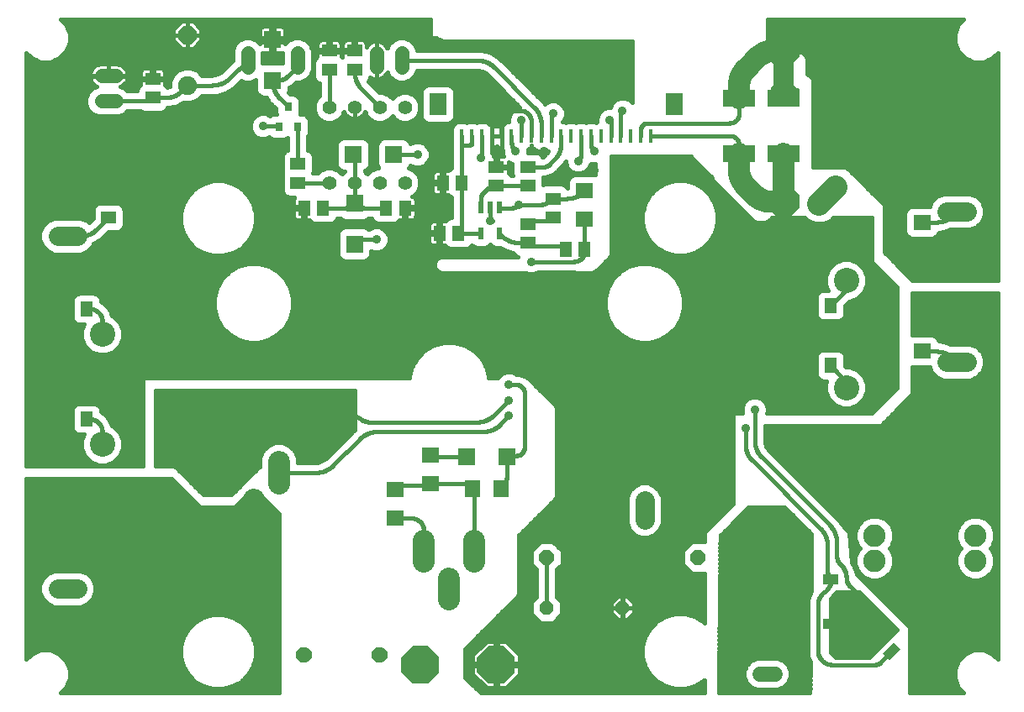
<source format=gbl>
G75*
%MOIN*%
%OFA0B0*%
%FSLAX25Y25*%
%IPPOS*%
%LPD*%
%AMOC8*
5,1,8,0,0,1.08239X$1,22.5*
%
%ADD10OC8,0.05600*%
%ADD11R,0.05118X0.05906*%
%ADD12R,0.12598X0.07087*%
%ADD13C,0.10000*%
%ADD14OC8,0.10000*%
%ADD15R,0.07098X0.06299*%
%ADD16R,0.05906X0.05118*%
%ADD17R,0.02362X0.04724*%
%ADD18R,0.06299X0.07098*%
%ADD19C,0.07500*%
%ADD20OC8,0.07500*%
%ADD21R,0.03150X0.03543*%
%ADD22R,0.06693X0.07087*%
%ADD23C,0.05543*%
%ADD24R,0.21260X0.24409*%
%ADD25R,0.03937X0.06299*%
%ADD26R,0.24409X0.21260*%
%ADD27R,0.06299X0.03937*%
%ADD28C,0.09450*%
%ADD29C,0.01200*%
%ADD30OC8,0.15000*%
%ADD31C,0.08858*%
%ADD32OC8,0.06000*%
%ADD33C,0.07800*%
%ADD34R,0.01600X0.05200*%
%ADD35R,0.07087X0.08661*%
%ADD36C,0.05937*%
%ADD37C,0.05512*%
%ADD38R,0.07087X0.06693*%
%ADD39C,0.05700*%
%ADD40OC8,0.12598*%
%ADD41C,0.07600*%
%ADD42C,0.08600*%
%ADD43C,0.01600*%
%ADD44C,0.03600*%
%ADD45C,0.03569*%
%ADD46C,0.04000*%
D10*
X0213500Y0042250D03*
X0243500Y0042250D03*
D11*
X0318510Y0138500D03*
X0325990Y0138500D03*
X0325990Y0162250D03*
X0318510Y0162250D03*
X0228490Y0184750D03*
X0221010Y0184750D03*
X0178490Y0191000D03*
X0171010Y0191000D03*
X0157240Y0201000D03*
X0149760Y0201000D03*
X0172260Y0211000D03*
X0179740Y0211000D03*
X0124740Y0201000D03*
X0117260Y0201000D03*
X0030990Y0161000D03*
X0023510Y0161000D03*
X0023510Y0117250D03*
X0030990Y0117250D03*
D12*
X0067250Y0119976D03*
X0087250Y0119976D03*
X0107250Y0119976D03*
X0127250Y0119976D03*
X0127250Y0142024D03*
X0107250Y0142024D03*
X0087250Y0142024D03*
X0067250Y0142024D03*
X0289750Y0222476D03*
X0307250Y0222476D03*
X0307250Y0244524D03*
X0289750Y0244524D03*
D13*
X0332250Y0172250D03*
X0332250Y0129750D03*
X0037250Y0151000D03*
X0037250Y0107250D03*
D14*
X0017250Y0107250D03*
X0017250Y0151000D03*
X0312250Y0129750D03*
X0312250Y0172250D03*
D15*
X0362250Y0184152D03*
X0362250Y0195348D03*
X0362250Y0155348D03*
X0362250Y0144152D03*
X0228500Y0196652D03*
X0228500Y0207848D03*
X0167250Y0102848D03*
X0167250Y0091652D03*
X0153500Y0089098D03*
X0153500Y0077902D03*
D16*
X0206000Y0187260D03*
X0206000Y0194740D03*
X0216000Y0197260D03*
X0216000Y0204740D03*
X0206000Y0209760D03*
X0206000Y0217240D03*
X0193500Y0217240D03*
X0193500Y0209760D03*
X0137250Y0256010D03*
X0137250Y0263490D03*
X0127250Y0263490D03*
X0127250Y0256010D03*
X0114750Y0218490D03*
X0114750Y0211010D03*
X0057250Y0244760D03*
X0057250Y0252240D03*
X0039750Y0204740D03*
X0039750Y0197260D03*
D17*
X0187260Y0201142D03*
X0191000Y0201142D03*
X0194740Y0201142D03*
X0194740Y0190858D03*
X0187260Y0190858D03*
D18*
X0184152Y0089750D03*
X0195348Y0089750D03*
D19*
X0071000Y0249750D03*
D20*
X0071000Y0269750D03*
D21*
X0111000Y0241187D03*
X0107260Y0233313D03*
X0114740Y0233313D03*
D22*
X0104750Y0251679D03*
X0104750Y0267821D03*
X0137250Y0202821D03*
X0137250Y0186679D03*
D23*
X0114593Y0256978D02*
X0114593Y0262522D01*
X0094907Y0262522D02*
X0094907Y0256978D01*
D24*
G36*
X0365322Y0067856D02*
X0380356Y0052822D01*
X0363098Y0035564D01*
X0348064Y0050598D01*
X0365322Y0067856D01*
G37*
D25*
G36*
X0338375Y0041353D02*
X0341158Y0038570D01*
X0336705Y0034117D01*
X0333922Y0036900D01*
X0338375Y0041353D01*
G37*
G36*
X0351070Y0028658D02*
X0353853Y0025875D01*
X0349400Y0021422D01*
X0346617Y0024205D01*
X0351070Y0028658D01*
G37*
D26*
X0297407Y0044750D03*
D27*
X0326148Y0035774D03*
X0326148Y0053726D03*
D28*
X0321446Y0202696D02*
X0328128Y0209378D01*
X0363872Y0245122D02*
X0370554Y0251804D01*
D29*
X0105181Y0064164D02*
X0105781Y0063564D01*
X0103793Y0063564D01*
X0102388Y0064969D01*
X0102388Y0066957D01*
X0103793Y0068362D01*
X0105781Y0068362D01*
X0107186Y0066957D01*
X0107186Y0064969D01*
X0105781Y0063564D01*
X0105408Y0064464D01*
X0104166Y0064464D01*
X0103288Y0065342D01*
X0103288Y0066584D01*
X0104166Y0067462D01*
X0105408Y0067462D01*
X0106286Y0066584D01*
X0106286Y0065342D01*
X0105408Y0064464D01*
X0105035Y0065364D01*
X0104539Y0065364D01*
X0104188Y0065715D01*
X0104188Y0066211D01*
X0104539Y0066562D01*
X0105035Y0066562D01*
X0105386Y0066211D01*
X0105386Y0065715D01*
X0105035Y0065364D01*
X0075181Y0064164D02*
X0075781Y0063564D01*
X0073793Y0063564D01*
X0072388Y0064969D01*
X0072388Y0066957D01*
X0073793Y0068362D01*
X0075781Y0068362D01*
X0077186Y0066957D01*
X0077186Y0064969D01*
X0075781Y0063564D01*
X0075408Y0064464D01*
X0074166Y0064464D01*
X0073288Y0065342D01*
X0073288Y0066584D01*
X0074166Y0067462D01*
X0075408Y0067462D01*
X0076286Y0066584D01*
X0076286Y0065342D01*
X0075408Y0064464D01*
X0075035Y0065364D01*
X0074539Y0065364D01*
X0074188Y0065715D01*
X0074188Y0066211D01*
X0074539Y0066562D01*
X0075035Y0066562D01*
X0075386Y0066211D01*
X0075386Y0065715D01*
X0075035Y0065364D01*
X0117607Y0021738D02*
X0118207Y0021138D01*
X0116219Y0021138D01*
X0114814Y0022543D01*
X0114814Y0024531D01*
X0116219Y0025936D01*
X0118207Y0025936D01*
X0119612Y0024531D01*
X0119612Y0022543D01*
X0118207Y0021138D01*
X0117834Y0022038D01*
X0116592Y0022038D01*
X0115714Y0022916D01*
X0115714Y0024158D01*
X0116592Y0025036D01*
X0117834Y0025036D01*
X0118712Y0024158D01*
X0118712Y0022916D01*
X0117834Y0022038D01*
X0117461Y0022938D01*
X0116965Y0022938D01*
X0116614Y0023289D01*
X0116614Y0023785D01*
X0116965Y0024136D01*
X0117461Y0024136D01*
X0117812Y0023785D01*
X0117812Y0023289D01*
X0117461Y0022938D01*
X0147607Y0021738D02*
X0148207Y0021138D01*
X0146219Y0021138D01*
X0144814Y0022543D01*
X0144814Y0024531D01*
X0146219Y0025936D01*
X0148207Y0025936D01*
X0149612Y0024531D01*
X0149612Y0022543D01*
X0148207Y0021138D01*
X0147834Y0022038D01*
X0146592Y0022038D01*
X0145714Y0022916D01*
X0145714Y0024158D01*
X0146592Y0025036D01*
X0147834Y0025036D01*
X0148712Y0024158D01*
X0148712Y0022916D01*
X0147834Y0022038D01*
X0147461Y0022938D01*
X0146965Y0022938D01*
X0146614Y0023289D01*
X0146614Y0023785D01*
X0146965Y0024136D01*
X0147461Y0024136D01*
X0147812Y0023785D01*
X0147812Y0023289D01*
X0147461Y0022938D01*
D30*
X0163500Y0019750D03*
X0193500Y0019750D03*
D31*
X0343500Y0061000D03*
X0343500Y0071000D03*
X0383500Y0071000D03*
X0383500Y0061000D03*
D32*
X0273500Y0062250D03*
X0213500Y0062250D03*
D33*
X0372100Y0139850D02*
X0379900Y0139850D01*
X0379900Y0159650D02*
X0372100Y0159650D01*
X0372100Y0179850D02*
X0379900Y0179850D01*
X0379900Y0199650D02*
X0372100Y0199650D01*
X0027400Y0189850D02*
X0019600Y0189850D01*
X0019600Y0209650D02*
X0027400Y0209650D01*
X0027400Y0069650D02*
X0019600Y0069650D01*
X0019600Y0049850D02*
X0027400Y0049850D01*
D34*
X0179848Y0229455D03*
X0183785Y0229455D03*
X0187722Y0229455D03*
X0191659Y0229455D03*
X0195596Y0229455D03*
X0199533Y0229455D03*
X0203470Y0229455D03*
X0207407Y0229455D03*
X0211344Y0229455D03*
X0215281Y0229455D03*
X0219219Y0229455D03*
X0223156Y0229455D03*
X0227093Y0229455D03*
X0231030Y0229455D03*
X0234967Y0229455D03*
X0238904Y0229455D03*
X0242841Y0229455D03*
X0246778Y0229455D03*
X0250715Y0229455D03*
X0254652Y0229455D03*
D35*
X0264100Y0242250D03*
X0170400Y0242250D03*
D36*
X0298031Y0076000D02*
X0303969Y0076000D01*
X0303969Y0016000D02*
X0298031Y0016000D01*
D37*
X0157250Y0211000D03*
X0147250Y0211000D03*
X0137250Y0211000D03*
X0127250Y0211000D03*
X0127250Y0241000D03*
X0137250Y0241000D03*
X0147250Y0241000D03*
X0157250Y0241000D03*
D38*
X0152821Y0222250D03*
X0136679Y0222250D03*
X0181679Y0102250D03*
X0197821Y0102250D03*
D39*
X0042600Y0243500D02*
X0036900Y0243500D01*
X0036900Y0253500D02*
X0042600Y0253500D01*
X0146000Y0256900D02*
X0146000Y0262600D01*
X0156000Y0262600D02*
X0156000Y0256900D01*
D40*
X0307250Y0263500D03*
X0307250Y0203500D03*
D41*
X0262250Y0099800D02*
X0262250Y0092200D01*
X0252250Y0084800D02*
X0252250Y0077200D01*
X0242250Y0092200D02*
X0242250Y0099800D01*
D42*
X0184750Y0069050D02*
X0184750Y0060450D01*
X0174750Y0054050D02*
X0174750Y0045450D01*
X0164750Y0060450D02*
X0164750Y0069050D01*
X0107250Y0091700D02*
X0107250Y0100300D01*
X0097250Y0085300D02*
X0097250Y0076700D01*
X0087250Y0091700D02*
X0087250Y0100300D01*
X0289750Y0216327D02*
X0289750Y0222476D01*
X0289750Y0216327D02*
X0289753Y0216093D01*
X0289761Y0215859D01*
X0289775Y0215625D01*
X0289795Y0215391D01*
X0289820Y0215158D01*
X0289850Y0214926D01*
X0289886Y0214695D01*
X0289928Y0214464D01*
X0289975Y0214235D01*
X0290027Y0214006D01*
X0290085Y0213779D01*
X0290149Y0213554D01*
X0290217Y0213330D01*
X0290291Y0213108D01*
X0290371Y0212887D01*
X0290455Y0212669D01*
X0290545Y0212452D01*
X0290639Y0212238D01*
X0290739Y0212026D01*
X0290844Y0211817D01*
X0290954Y0211610D01*
X0291069Y0211405D01*
X0291188Y0211204D01*
X0291313Y0211005D01*
X0291442Y0210810D01*
X0291575Y0210617D01*
X0291713Y0210428D01*
X0291856Y0210242D01*
X0292003Y0210060D01*
X0292154Y0209881D01*
X0292310Y0209706D01*
X0292469Y0209535D01*
X0292633Y0209367D01*
X0295617Y0206383D01*
X0302577Y0203500D02*
X0307250Y0203500D01*
X0307250Y0222476D01*
X0302577Y0203500D02*
X0302343Y0203503D01*
X0302109Y0203511D01*
X0301875Y0203525D01*
X0301641Y0203545D01*
X0301408Y0203570D01*
X0301176Y0203600D01*
X0300945Y0203636D01*
X0300714Y0203678D01*
X0300485Y0203725D01*
X0300256Y0203777D01*
X0300029Y0203835D01*
X0299804Y0203899D01*
X0299580Y0203967D01*
X0299358Y0204041D01*
X0299137Y0204121D01*
X0298919Y0204205D01*
X0298702Y0204295D01*
X0298488Y0204389D01*
X0298276Y0204489D01*
X0298067Y0204594D01*
X0297860Y0204704D01*
X0297655Y0204819D01*
X0297454Y0204938D01*
X0297255Y0205063D01*
X0297060Y0205192D01*
X0296867Y0205325D01*
X0296678Y0205463D01*
X0296492Y0205606D01*
X0296310Y0205753D01*
X0296131Y0205904D01*
X0295956Y0206060D01*
X0295785Y0206219D01*
X0295617Y0206383D01*
X0289750Y0244524D02*
X0289750Y0249423D01*
X0292633Y0256383D02*
X0296867Y0260617D01*
X0303827Y0263500D02*
X0307250Y0263500D01*
X0303827Y0263500D02*
X0303593Y0263497D01*
X0303359Y0263489D01*
X0303125Y0263475D01*
X0302891Y0263455D01*
X0302658Y0263430D01*
X0302426Y0263400D01*
X0302195Y0263364D01*
X0301964Y0263322D01*
X0301735Y0263275D01*
X0301506Y0263223D01*
X0301279Y0263165D01*
X0301054Y0263101D01*
X0300830Y0263033D01*
X0300608Y0262959D01*
X0300387Y0262879D01*
X0300169Y0262795D01*
X0299952Y0262705D01*
X0299738Y0262611D01*
X0299526Y0262511D01*
X0299317Y0262406D01*
X0299110Y0262296D01*
X0298905Y0262181D01*
X0298704Y0262062D01*
X0298505Y0261937D01*
X0298310Y0261808D01*
X0298117Y0261675D01*
X0297928Y0261537D01*
X0297742Y0261394D01*
X0297560Y0261247D01*
X0297381Y0261096D01*
X0297206Y0260940D01*
X0297035Y0260781D01*
X0296867Y0260617D01*
X0292633Y0256383D02*
X0292469Y0256215D01*
X0292310Y0256044D01*
X0292154Y0255869D01*
X0292003Y0255690D01*
X0291856Y0255508D01*
X0291713Y0255322D01*
X0291575Y0255133D01*
X0291442Y0254940D01*
X0291313Y0254745D01*
X0291188Y0254546D01*
X0291069Y0254345D01*
X0290954Y0254140D01*
X0290844Y0253933D01*
X0290739Y0253724D01*
X0290639Y0253512D01*
X0290545Y0253298D01*
X0290455Y0253081D01*
X0290371Y0252863D01*
X0290291Y0252642D01*
X0290217Y0252420D01*
X0290149Y0252196D01*
X0290085Y0251971D01*
X0290027Y0251744D01*
X0289975Y0251515D01*
X0289928Y0251286D01*
X0289886Y0251055D01*
X0289850Y0250824D01*
X0289820Y0250592D01*
X0289795Y0250359D01*
X0289775Y0250125D01*
X0289761Y0249891D01*
X0289753Y0249657D01*
X0289750Y0249423D01*
D43*
X0022803Y0010619D02*
X0020634Y0008450D01*
X0107250Y0008450D01*
X0107250Y0079750D01*
X0098500Y0088500D01*
X0096000Y0088500D01*
X0089750Y0082250D01*
X0076000Y0082250D01*
X0064750Y0093500D01*
X0007200Y0093500D01*
X0007200Y0021884D01*
X0009369Y0024053D01*
X0012860Y0025499D01*
X0016640Y0025499D01*
X0020131Y0024053D01*
X0022803Y0021381D01*
X0024249Y0017890D01*
X0024249Y0014110D01*
X0022803Y0010619D01*
X0022599Y0010415D02*
X0080066Y0010415D01*
X0081229Y0010103D02*
X0085120Y0010103D01*
X0088879Y0011110D01*
X0092249Y0013056D01*
X0095000Y0015807D01*
X0096946Y0019177D01*
X0097953Y0022936D01*
X0097953Y0026827D01*
X0096946Y0030586D01*
X0095000Y0033956D01*
X0092249Y0036707D01*
X0088879Y0038653D01*
X0085120Y0039660D01*
X0081229Y0039660D01*
X0077470Y0038653D01*
X0074100Y0036707D01*
X0071349Y0033956D01*
X0069403Y0030586D01*
X0068396Y0026827D01*
X0068396Y0022936D01*
X0069403Y0019177D01*
X0071349Y0015807D01*
X0074100Y0013056D01*
X0077470Y0011110D01*
X0081229Y0010103D01*
X0075906Y0012013D02*
X0023380Y0012013D01*
X0024043Y0013612D02*
X0073544Y0013612D01*
X0071946Y0015210D02*
X0024249Y0015210D01*
X0024249Y0016809D02*
X0070770Y0016809D01*
X0069848Y0018407D02*
X0024035Y0018407D01*
X0023373Y0020006D02*
X0069181Y0020006D01*
X0068753Y0021604D02*
X0022580Y0021604D01*
X0020981Y0023203D02*
X0068396Y0023203D01*
X0068396Y0024801D02*
X0018325Y0024801D01*
X0011175Y0024801D02*
X0007200Y0024801D01*
X0007200Y0023203D02*
X0008519Y0023203D01*
X0007200Y0026400D02*
X0068396Y0026400D01*
X0068710Y0027998D02*
X0007200Y0027998D01*
X0007200Y0029597D02*
X0069138Y0029597D01*
X0069755Y0031195D02*
X0007200Y0031195D01*
X0007200Y0032794D02*
X0070678Y0032794D01*
X0071785Y0034392D02*
X0007200Y0034392D01*
X0007200Y0035991D02*
X0073384Y0035991D01*
X0075628Y0037589D02*
X0007200Y0037589D01*
X0007200Y0039188D02*
X0079466Y0039188D01*
X0086883Y0039188D02*
X0107250Y0039188D01*
X0107250Y0040786D02*
X0007200Y0040786D01*
X0007200Y0042385D02*
X0107250Y0042385D01*
X0107250Y0043983D02*
X0031574Y0043983D01*
X0031422Y0043831D02*
X0033419Y0045828D01*
X0034500Y0048438D01*
X0034500Y0051262D01*
X0033419Y0053872D01*
X0031422Y0055869D01*
X0028812Y0056950D01*
X0018188Y0056950D01*
X0015578Y0055869D01*
X0013581Y0053872D01*
X0012500Y0051262D01*
X0012500Y0048438D01*
X0013581Y0045828D01*
X0015578Y0043831D01*
X0018188Y0042750D01*
X0028812Y0042750D01*
X0031422Y0043831D01*
X0033173Y0045582D02*
X0107250Y0045582D01*
X0107250Y0047180D02*
X0033979Y0047180D01*
X0034500Y0048779D02*
X0107250Y0048779D01*
X0107250Y0050377D02*
X0034500Y0050377D01*
X0034204Y0051976D02*
X0107250Y0051976D01*
X0107250Y0053574D02*
X0033542Y0053574D01*
X0032118Y0055173D02*
X0107250Y0055173D01*
X0107250Y0056771D02*
X0029243Y0056771D01*
X0017757Y0056771D02*
X0007200Y0056771D01*
X0007200Y0055173D02*
X0014882Y0055173D01*
X0013458Y0053574D02*
X0007200Y0053574D01*
X0007200Y0051976D02*
X0012796Y0051976D01*
X0012500Y0050377D02*
X0007200Y0050377D01*
X0007200Y0048779D02*
X0012500Y0048779D01*
X0013021Y0047180D02*
X0007200Y0047180D01*
X0007200Y0045582D02*
X0013827Y0045582D01*
X0015426Y0043983D02*
X0007200Y0043983D01*
X0007200Y0058370D02*
X0107250Y0058370D01*
X0107250Y0059968D02*
X0007200Y0059968D01*
X0007200Y0061567D02*
X0107250Y0061567D01*
X0107250Y0063166D02*
X0007200Y0063166D01*
X0007200Y0064764D02*
X0107250Y0064764D01*
X0107250Y0066363D02*
X0007200Y0066363D01*
X0007200Y0067961D02*
X0107250Y0067961D01*
X0107250Y0069560D02*
X0007200Y0069560D01*
X0007200Y0071158D02*
X0107250Y0071158D01*
X0107250Y0072757D02*
X0007200Y0072757D01*
X0007200Y0074355D02*
X0107250Y0074355D01*
X0107250Y0075954D02*
X0007200Y0075954D01*
X0007200Y0077552D02*
X0107250Y0077552D01*
X0107250Y0079151D02*
X0007200Y0079151D01*
X0007200Y0080749D02*
X0106251Y0080749D01*
X0104652Y0082348D02*
X0089848Y0082348D01*
X0091446Y0083946D02*
X0103054Y0083946D01*
X0101455Y0085545D02*
X0093045Y0085545D01*
X0094643Y0087143D02*
X0099857Y0087143D01*
X0094787Y0093537D02*
X0070963Y0093537D01*
X0072561Y0091939D02*
X0093189Y0091939D01*
X0091590Y0090340D02*
X0074160Y0090340D01*
X0075758Y0088742D02*
X0089992Y0088742D01*
X0088500Y0087250D02*
X0077250Y0087250D01*
X0066000Y0098500D01*
X0058500Y0098500D01*
X0058500Y0128500D01*
X0137250Y0128500D01*
X0137250Y0112907D01*
X0136539Y0112196D01*
X0135976Y0111633D01*
X0126054Y0101711D01*
X0125480Y0101207D01*
X0124159Y0100445D01*
X0122686Y0100050D01*
X0121923Y0100000D01*
X0114750Y0100000D01*
X0114750Y0101792D01*
X0113608Y0104548D01*
X0111498Y0106658D01*
X0108742Y0107800D01*
X0105758Y0107800D01*
X0103002Y0106658D01*
X0100892Y0104548D01*
X0099750Y0101792D01*
X0099750Y0098500D01*
X0088500Y0087250D01*
X0096386Y0095136D02*
X0069364Y0095136D01*
X0067766Y0096734D02*
X0097984Y0096734D01*
X0099583Y0098333D02*
X0066167Y0098333D01*
X0066311Y0091939D02*
X0007200Y0091939D01*
X0007200Y0090340D02*
X0067910Y0090340D01*
X0069508Y0088742D02*
X0007200Y0088742D01*
X0007200Y0087143D02*
X0071107Y0087143D01*
X0072705Y0085545D02*
X0007200Y0085545D01*
X0007200Y0083946D02*
X0074304Y0083946D01*
X0075902Y0082348D02*
X0007200Y0082348D01*
X0007200Y0098500D02*
X0007200Y0234750D01*
X0052250Y0234750D01*
X0052250Y0149750D01*
X0089556Y0149750D01*
X0091228Y0148784D01*
X0095196Y0147721D01*
X0099304Y0147721D01*
X0103272Y0148784D01*
X0104944Y0149750D01*
X0138500Y0149750D01*
X0138500Y0133500D01*
X0007200Y0133500D01*
X0007200Y0131901D02*
X0053500Y0131901D01*
X0053500Y0130303D02*
X0007200Y0130303D01*
X0007200Y0128704D02*
X0053500Y0128704D01*
X0053500Y0127106D02*
X0007200Y0127106D01*
X0007200Y0125507D02*
X0053500Y0125507D01*
X0053500Y0123909D02*
X0007200Y0123909D01*
X0007200Y0122310D02*
X0026013Y0122310D01*
X0025718Y0122015D02*
X0025231Y0120839D01*
X0025231Y0113661D01*
X0025718Y0112485D01*
X0026618Y0111584D01*
X0027795Y0111097D01*
X0029968Y0111097D01*
X0029050Y0108881D01*
X0029050Y0105619D01*
X0030298Y0102605D01*
X0032605Y0100298D01*
X0035619Y0099050D01*
X0038881Y0099050D01*
X0041895Y0100298D01*
X0044202Y0102605D01*
X0045450Y0105619D01*
X0045450Y0108881D01*
X0044202Y0111895D01*
X0041895Y0114202D01*
X0040952Y0114592D01*
X0040369Y0116387D01*
X0038693Y0118693D01*
X0036749Y0120106D01*
X0036749Y0120839D01*
X0036262Y0122015D01*
X0035362Y0122916D01*
X0034186Y0123403D01*
X0027795Y0123403D01*
X0026618Y0122916D01*
X0025718Y0122015D01*
X0025231Y0120712D02*
X0007200Y0120712D01*
X0007200Y0119113D02*
X0025231Y0119113D01*
X0025231Y0117515D02*
X0007200Y0117515D01*
X0007200Y0115916D02*
X0025231Y0115916D01*
X0025231Y0114318D02*
X0007200Y0114318D01*
X0007200Y0112719D02*
X0025621Y0112719D01*
X0027738Y0111121D02*
X0007200Y0111121D01*
X0007200Y0109522D02*
X0029316Y0109522D01*
X0029050Y0107924D02*
X0007200Y0107924D01*
X0007200Y0106325D02*
X0029050Y0106325D01*
X0029420Y0104727D02*
X0007200Y0104727D01*
X0007200Y0103128D02*
X0030082Y0103128D01*
X0031374Y0101530D02*
X0007200Y0101530D01*
X0007200Y0099931D02*
X0033491Y0099931D01*
X0041009Y0099931D02*
X0053500Y0099931D01*
X0053500Y0098500D02*
X0007200Y0098500D01*
X0032250Y0117250D02*
X0032390Y0117248D01*
X0032530Y0117242D01*
X0032670Y0117232D01*
X0032810Y0117219D01*
X0032949Y0117201D01*
X0033088Y0117179D01*
X0033225Y0117154D01*
X0033363Y0117125D01*
X0033499Y0117092D01*
X0033634Y0117055D01*
X0033768Y0117014D01*
X0033901Y0116969D01*
X0034033Y0116921D01*
X0034163Y0116869D01*
X0034292Y0116814D01*
X0034419Y0116755D01*
X0034545Y0116692D01*
X0034669Y0116626D01*
X0034790Y0116557D01*
X0034910Y0116484D01*
X0035028Y0116407D01*
X0035143Y0116328D01*
X0035257Y0116245D01*
X0035367Y0116159D01*
X0035476Y0116070D01*
X0035582Y0115978D01*
X0035685Y0115883D01*
X0035786Y0115786D01*
X0035883Y0115685D01*
X0035978Y0115582D01*
X0036070Y0115476D01*
X0036159Y0115367D01*
X0036245Y0115257D01*
X0036328Y0115143D01*
X0036407Y0115028D01*
X0036484Y0114910D01*
X0036557Y0114790D01*
X0036626Y0114669D01*
X0036692Y0114545D01*
X0036755Y0114419D01*
X0036814Y0114292D01*
X0036869Y0114163D01*
X0036921Y0114033D01*
X0036969Y0113901D01*
X0037014Y0113768D01*
X0037055Y0113634D01*
X0037092Y0113499D01*
X0037125Y0113363D01*
X0037154Y0113225D01*
X0037179Y0113088D01*
X0037201Y0112949D01*
X0037219Y0112810D01*
X0037232Y0112670D01*
X0037242Y0112530D01*
X0037248Y0112390D01*
X0037250Y0112250D01*
X0037250Y0107250D01*
X0044522Y0111121D02*
X0053500Y0111121D01*
X0053500Y0112719D02*
X0043377Y0112719D01*
X0041614Y0114318D02*
X0053500Y0114318D01*
X0053500Y0115916D02*
X0040522Y0115916D01*
X0040369Y0116387D02*
X0040369Y0116387D01*
X0039549Y0117515D02*
X0053500Y0117515D01*
X0053500Y0119113D02*
X0038115Y0119113D01*
X0038693Y0118693D02*
X0038693Y0118693D01*
X0038693Y0118693D01*
X0036749Y0120712D02*
X0053500Y0120712D01*
X0053500Y0122310D02*
X0035967Y0122310D01*
X0032250Y0117250D02*
X0030990Y0117250D01*
X0045184Y0109522D02*
X0053500Y0109522D01*
X0053500Y0107924D02*
X0045450Y0107924D01*
X0045450Y0106325D02*
X0053500Y0106325D01*
X0053500Y0104727D02*
X0045080Y0104727D01*
X0044418Y0103128D02*
X0053500Y0103128D01*
X0053500Y0101530D02*
X0043126Y0101530D01*
X0053500Y0098500D02*
X0053500Y0133500D01*
X0138500Y0133500D01*
X0138500Y0135099D02*
X0007200Y0135099D01*
X0007200Y0136697D02*
X0138500Y0136697D01*
X0138500Y0138296D02*
X0007200Y0138296D01*
X0007200Y0139894D02*
X0138500Y0139894D01*
X0138500Y0141493D02*
X0007200Y0141493D01*
X0007200Y0143091D02*
X0034916Y0143091D01*
X0035619Y0142800D02*
X0038881Y0142800D01*
X0041895Y0144048D01*
X0044202Y0146355D01*
X0045450Y0149369D01*
X0045450Y0152631D01*
X0044202Y0155645D01*
X0041895Y0157952D01*
X0040952Y0158342D01*
X0040369Y0160137D01*
X0038693Y0162443D01*
X0036749Y0163856D01*
X0036749Y0164589D01*
X0036262Y0165765D01*
X0035362Y0166666D01*
X0034186Y0167153D01*
X0027795Y0167153D01*
X0026618Y0166666D01*
X0025718Y0165765D01*
X0025231Y0164589D01*
X0025231Y0157411D01*
X0025718Y0156235D01*
X0026618Y0155334D01*
X0027795Y0154847D01*
X0029968Y0154847D01*
X0029050Y0152631D01*
X0029050Y0149369D01*
X0030298Y0146355D01*
X0032605Y0144048D01*
X0035619Y0142800D01*
X0039584Y0143091D02*
X0138500Y0143091D01*
X0138500Y0144690D02*
X0042536Y0144690D01*
X0044135Y0146288D02*
X0138500Y0146288D01*
X0138500Y0147887D02*
X0099921Y0147887D01*
X0249579Y0147887D01*
X0250196Y0147721D02*
X0246228Y0148784D01*
X0242670Y0150838D01*
X0239766Y0153743D01*
X0237712Y0157301D01*
X0236648Y0161269D01*
X0236648Y0165377D01*
X0237712Y0169345D01*
X0239766Y0172902D01*
X0242670Y0175807D01*
X0246228Y0177861D01*
X0250196Y0178924D01*
X0254304Y0178924D01*
X0258272Y0177861D01*
X0261830Y0175807D01*
X0264734Y0172902D01*
X0266788Y0169345D01*
X0267852Y0165377D01*
X0267852Y0161269D01*
X0266788Y0157301D01*
X0264734Y0153743D01*
X0261830Y0150838D01*
X0258272Y0148784D01*
X0254304Y0147721D01*
X0250196Y0147721D01*
X0254921Y0147887D02*
X0352250Y0147887D01*
X0352250Y0149485D02*
X0259485Y0149485D01*
X0262075Y0151084D02*
X0352250Y0151084D01*
X0352250Y0152682D02*
X0263673Y0152682D01*
X0265045Y0154281D02*
X0352250Y0154281D01*
X0352250Y0155879D02*
X0265968Y0155879D01*
X0266836Y0157478D02*
X0320725Y0157478D01*
X0278728Y0157478D01*
X0280326Y0159076D02*
X0320231Y0159076D01*
X0320231Y0158661D02*
X0320718Y0157485D01*
X0321618Y0156584D01*
X0322795Y0156097D01*
X0329186Y0156097D01*
X0330362Y0156584D01*
X0331262Y0157485D01*
X0331749Y0158661D01*
X0331749Y0162352D01*
X0333447Y0164050D01*
X0333881Y0164050D01*
X0336895Y0165298D01*
X0339202Y0167605D01*
X0340450Y0170619D01*
X0340450Y0173881D01*
X0339202Y0176895D01*
X0336895Y0179202D01*
X0333881Y0180450D01*
X0330619Y0180450D01*
X0327605Y0179202D01*
X0325298Y0176895D01*
X0324050Y0173881D01*
X0324050Y0170619D01*
X0324968Y0168403D01*
X0322795Y0168403D01*
X0321618Y0167916D01*
X0320718Y0167015D01*
X0320231Y0165839D01*
X0320231Y0158661D01*
X0320713Y0157497D02*
X0318989Y0157497D01*
X0318989Y0161770D01*
X0318030Y0161770D01*
X0318030Y0157497D01*
X0315714Y0157497D01*
X0315256Y0157620D01*
X0314846Y0157857D01*
X0314510Y0158192D01*
X0314273Y0158602D01*
X0314151Y0159060D01*
X0314151Y0161770D01*
X0318030Y0161770D01*
X0318030Y0162730D01*
X0318030Y0167003D01*
X0316619Y0167003D01*
X0319050Y0169433D01*
X0319050Y0172050D01*
X0312450Y0172050D01*
X0312450Y0172450D01*
X0319050Y0172450D01*
X0319050Y0175067D01*
X0315067Y0179050D01*
X0312450Y0179050D01*
X0312450Y0172450D01*
X0312050Y0172450D01*
X0312050Y0179050D01*
X0309433Y0179050D01*
X0305450Y0175067D01*
X0305450Y0172450D01*
X0312050Y0172450D01*
X0312050Y0172050D01*
X0312450Y0172050D01*
X0312450Y0165450D01*
X0314154Y0165450D01*
X0314151Y0165440D01*
X0314151Y0162730D01*
X0318030Y0162730D01*
X0318989Y0162730D01*
X0318989Y0167003D01*
X0320713Y0167003D01*
X0320718Y0167015D01*
X0321618Y0167916D01*
X0322795Y0168403D01*
X0324968Y0168403D01*
X0324050Y0170619D01*
X0324050Y0173881D01*
X0325298Y0176895D01*
X0327605Y0179202D01*
X0330619Y0180450D01*
X0333881Y0180450D01*
X0336895Y0179202D01*
X0339202Y0176895D01*
X0340450Y0173881D01*
X0340450Y0170619D01*
X0339202Y0167605D01*
X0336895Y0165298D01*
X0333881Y0164050D01*
X0333447Y0164050D01*
X0331749Y0162352D01*
X0331749Y0158661D01*
X0331262Y0157485D01*
X0330362Y0156584D01*
X0329186Y0156097D01*
X0322795Y0156097D01*
X0321618Y0156584D01*
X0320718Y0157485D01*
X0320713Y0157497D01*
X0318989Y0159076D02*
X0318030Y0159076D01*
X0318030Y0160675D02*
X0318989Y0160675D01*
X0320231Y0160675D02*
X0281925Y0160675D01*
X0282250Y0161000D02*
X0282250Y0197250D01*
X0293975Y0197250D01*
X0295437Y0195787D01*
X0296613Y0195300D01*
X0300387Y0195300D01*
X0301563Y0195787D01*
X0302463Y0196687D01*
X0302696Y0197250D01*
X0315684Y0197250D01*
X0316957Y0195977D01*
X0319869Y0194771D01*
X0323022Y0194771D01*
X0325935Y0195977D01*
X0327208Y0197250D01*
X0342250Y0197250D01*
X0341000Y0124750D01*
X0337250Y0121000D01*
X0309750Y0121000D01*
X0301000Y0129750D01*
X0283500Y0129750D01*
X0283500Y0086000D01*
X0264750Y0067250D01*
X0232250Y0067250D01*
X0232250Y0111000D01*
X0282250Y0161000D01*
X0282250Y0162273D02*
X0320231Y0162273D01*
X0320231Y0163872D02*
X0282250Y0163872D01*
X0282250Y0165470D02*
X0320231Y0165470D01*
X0318989Y0165470D02*
X0318030Y0165470D01*
X0318030Y0163872D02*
X0318989Y0163872D01*
X0318030Y0162273D02*
X0267852Y0162273D01*
X0267852Y0163872D02*
X0314151Y0163872D01*
X0312450Y0165470D02*
X0312050Y0165470D01*
X0312050Y0165450D02*
X0312050Y0172050D01*
X0305450Y0172050D01*
X0305450Y0169433D01*
X0309433Y0165450D01*
X0312050Y0165450D01*
X0312050Y0167069D02*
X0312450Y0167069D01*
X0312450Y0168667D02*
X0312050Y0168667D01*
X0312050Y0170266D02*
X0312450Y0170266D01*
X0312450Y0171864D02*
X0312050Y0171864D01*
X0312050Y0173463D02*
X0312450Y0173463D01*
X0312450Y0175061D02*
X0312050Y0175061D01*
X0312050Y0176660D02*
X0312450Y0176660D01*
X0312450Y0178258D02*
X0312050Y0178258D01*
X0308642Y0178258D02*
X0256790Y0178258D01*
X0260353Y0176660D02*
X0307043Y0176660D01*
X0305450Y0175061D02*
X0262575Y0175061D01*
X0264174Y0173463D02*
X0305450Y0173463D01*
X0305450Y0171864D02*
X0265334Y0171864D01*
X0266257Y0170266D02*
X0305450Y0170266D01*
X0306216Y0168667D02*
X0266970Y0168667D01*
X0267398Y0167069D02*
X0307815Y0167069D01*
X0309413Y0165470D02*
X0267827Y0165470D01*
X0267692Y0160675D02*
X0314151Y0160675D01*
X0314151Y0159076D02*
X0267264Y0159076D01*
X0273932Y0152682D02*
X0341482Y0152682D01*
X0341454Y0151084D02*
X0272334Y0151084D01*
X0270735Y0149485D02*
X0341426Y0149485D01*
X0341399Y0147887D02*
X0269137Y0147887D01*
X0267538Y0146288D02*
X0341371Y0146288D01*
X0341344Y0144690D02*
X0265940Y0144690D01*
X0264341Y0143091D02*
X0320646Y0143091D01*
X0320713Y0143253D02*
X0318989Y0143253D01*
X0318989Y0138980D01*
X0318030Y0138980D01*
X0318030Y0143253D01*
X0315714Y0143253D01*
X0315256Y0143130D01*
X0314846Y0142893D01*
X0314510Y0142558D01*
X0314273Y0142148D01*
X0314151Y0141690D01*
X0314151Y0138980D01*
X0318030Y0138980D01*
X0318030Y0138020D01*
X0318989Y0138020D01*
X0318989Y0133747D01*
X0320713Y0133747D01*
X0320718Y0133735D01*
X0321618Y0132834D01*
X0322795Y0132347D01*
X0324450Y0132347D01*
X0324050Y0131381D01*
X0324050Y0128119D01*
X0325298Y0125105D01*
X0327605Y0122798D01*
X0330619Y0121550D01*
X0333881Y0121550D01*
X0336895Y0122798D01*
X0339202Y0125105D01*
X0340450Y0128119D01*
X0340450Y0131381D01*
X0339202Y0134395D01*
X0336895Y0136702D01*
X0333881Y0137950D01*
X0332197Y0137950D01*
X0331749Y0138398D01*
X0331749Y0142089D01*
X0331262Y0143265D01*
X0330362Y0144166D01*
X0329186Y0144653D01*
X0322795Y0144653D01*
X0321618Y0144166D01*
X0320718Y0143265D01*
X0320231Y0142089D01*
X0320231Y0134911D01*
X0320718Y0133735D01*
X0321618Y0132834D01*
X0322795Y0132347D01*
X0324450Y0132347D01*
X0324050Y0131381D01*
X0324050Y0128119D01*
X0325298Y0125105D01*
X0327605Y0122798D01*
X0330619Y0121550D01*
X0333881Y0121550D01*
X0336895Y0122798D01*
X0339202Y0125105D01*
X0340450Y0128119D01*
X0340450Y0131381D01*
X0339202Y0134395D01*
X0336895Y0136702D01*
X0333881Y0137950D01*
X0332197Y0137950D01*
X0331749Y0138398D01*
X0331749Y0142089D01*
X0331262Y0143265D01*
X0330362Y0144166D01*
X0329186Y0144653D01*
X0322795Y0144653D01*
X0321618Y0144166D01*
X0320718Y0143265D01*
X0320713Y0143253D01*
X0318989Y0143091D02*
X0318030Y0143091D01*
X0318030Y0141493D02*
X0318989Y0141493D01*
X0320231Y0141493D02*
X0262743Y0141493D01*
X0261144Y0139894D02*
X0320231Y0139894D01*
X0318989Y0139894D02*
X0318030Y0139894D01*
X0318030Y0138296D02*
X0189172Y0138296D01*
X0189288Y0138095D02*
X0187234Y0141652D01*
X0184330Y0144557D01*
X0180772Y0146611D01*
X0176804Y0147674D01*
X0172696Y0147674D01*
X0168728Y0146611D01*
X0165170Y0144557D01*
X0162266Y0141652D01*
X0160212Y0138095D01*
X0159148Y0134127D01*
X0159148Y0133500D01*
X0049750Y0133500D01*
X0049750Y0224750D01*
X0007200Y0224750D01*
X0007200Y0262616D01*
X0009369Y0260447D01*
X0012860Y0259001D01*
X0016640Y0259001D01*
X0020131Y0260447D01*
X0022803Y0263119D01*
X0024249Y0266610D01*
X0024249Y0270390D01*
X0022803Y0273881D01*
X0020634Y0276050D01*
X0160799Y0276050D01*
X0167250Y0276000D01*
X0167250Y0268500D01*
X0169732Y0268500D01*
X0169988Y0268244D01*
X0172267Y0267300D01*
X0247250Y0267300D01*
X0247250Y0243049D01*
X0246323Y0243975D01*
X0244491Y0244734D01*
X0242509Y0244734D01*
X0240677Y0243975D01*
X0239275Y0242573D01*
X0238616Y0240984D01*
X0237509Y0240984D01*
X0235677Y0240225D01*
X0234275Y0238823D01*
X0233516Y0236991D01*
X0233516Y0235249D01*
X0232998Y0235034D01*
X0232466Y0235255D01*
X0229593Y0235255D01*
X0229061Y0235034D01*
X0228529Y0235255D01*
X0225656Y0235255D01*
X0225124Y0235034D01*
X0224592Y0235255D01*
X0221719Y0235255D01*
X0221187Y0235034D01*
X0220655Y0235255D01*
X0219803Y0235255D01*
X0220225Y0235677D01*
X0220984Y0237509D01*
X0220984Y0239491D01*
X0220225Y0241323D01*
X0218823Y0242725D01*
X0216991Y0243484D01*
X0215009Y0243484D01*
X0213177Y0242725D01*
X0212744Y0242292D01*
X0212579Y0242578D01*
X0211290Y0243867D01*
X0210727Y0244429D01*
X0196024Y0259133D01*
X0195461Y0259696D01*
X0194173Y0260984D01*
X0194173Y0260984D01*
X0191016Y0262807D01*
X0187495Y0263750D01*
X0162050Y0263750D01*
X0162050Y0263803D01*
X0161129Y0266027D01*
X0159427Y0267729D01*
X0157203Y0268650D01*
X0154797Y0268650D01*
X0152573Y0267729D01*
X0150871Y0266027D01*
X0150244Y0264513D01*
X0149977Y0265037D01*
X0149547Y0265629D01*
X0149029Y0266147D01*
X0148437Y0266577D01*
X0147785Y0266909D01*
X0147089Y0267135D01*
X0146366Y0267250D01*
X0146086Y0267250D01*
X0146086Y0259836D01*
X0145914Y0259836D01*
X0145914Y0267250D01*
X0145634Y0267250D01*
X0144911Y0267135D01*
X0144215Y0266909D01*
X0143563Y0266577D01*
X0142971Y0266147D01*
X0142453Y0265629D01*
X0142023Y0265037D01*
X0142003Y0264997D01*
X0142003Y0266286D01*
X0141880Y0266744D01*
X0141643Y0267154D01*
X0141308Y0267490D01*
X0140898Y0267727D01*
X0140440Y0267849D01*
X0137730Y0267849D01*
X0137730Y0263970D01*
X0136770Y0263970D01*
X0136770Y0263011D01*
X0132497Y0263011D01*
X0132497Y0261287D01*
X0132485Y0261282D01*
X0132250Y0261047D01*
X0132015Y0261282D01*
X0132003Y0261287D01*
X0132003Y0263011D01*
X0127730Y0263011D01*
X0127730Y0263970D01*
X0132003Y0263970D01*
X0132003Y0266286D01*
X0131880Y0266744D01*
X0131643Y0267154D01*
X0131308Y0267490D01*
X0130898Y0267727D01*
X0130440Y0267849D01*
X0127730Y0267849D01*
X0127730Y0263970D01*
X0126770Y0263970D01*
X0126770Y0263011D01*
X0122497Y0263011D01*
X0122497Y0261287D01*
X0122485Y0261282D01*
X0121584Y0260382D01*
X0121097Y0259205D01*
X0121097Y0252814D01*
X0121584Y0251638D01*
X0122485Y0250738D01*
X0123250Y0250421D01*
X0123250Y0245423D01*
X0122201Y0244374D01*
X0121294Y0242185D01*
X0121294Y0239815D01*
X0122201Y0237626D01*
X0123876Y0235951D01*
X0126065Y0235044D01*
X0128435Y0235044D01*
X0130624Y0235951D01*
X0132299Y0237626D01*
X0133003Y0239326D01*
X0133028Y0239251D01*
X0133353Y0238612D01*
X0133775Y0238032D01*
X0134282Y0237525D01*
X0134862Y0237103D01*
X0135501Y0236778D01*
X0136183Y0236556D01*
X0136891Y0236444D01*
X0137250Y0236444D01*
X0137609Y0236444D01*
X0138317Y0236556D01*
X0138999Y0236778D01*
X0139638Y0237103D01*
X0140218Y0237525D01*
X0140725Y0238032D01*
X0141147Y0238612D01*
X0141472Y0239251D01*
X0141497Y0239326D01*
X0142201Y0237626D01*
X0143876Y0235951D01*
X0146065Y0235044D01*
X0148435Y0235044D01*
X0150624Y0235951D01*
X0152250Y0237577D01*
X0153876Y0235951D01*
X0156065Y0235044D01*
X0158435Y0235044D01*
X0160624Y0235951D01*
X0162299Y0237626D01*
X0163206Y0239815D01*
X0163206Y0242185D01*
X0162299Y0244374D01*
X0160624Y0246049D01*
X0158435Y0246956D01*
X0156065Y0246956D01*
X0153876Y0246049D01*
X0152250Y0244423D01*
X0150624Y0246049D01*
X0148435Y0246956D01*
X0146951Y0246956D01*
X0142961Y0250946D01*
X0142616Y0251339D01*
X0142916Y0251638D01*
X0143403Y0252814D01*
X0143403Y0253039D01*
X0143563Y0252923D01*
X0144215Y0252591D01*
X0144911Y0252364D01*
X0145634Y0252250D01*
X0145914Y0252250D01*
X0145914Y0259664D01*
X0146086Y0259664D01*
X0146086Y0252250D01*
X0146366Y0252250D01*
X0147089Y0252364D01*
X0147785Y0252591D01*
X0148437Y0252923D01*
X0149029Y0253353D01*
X0149547Y0253871D01*
X0149977Y0254463D01*
X0150244Y0254987D01*
X0150871Y0253473D01*
X0152573Y0251771D01*
X0154797Y0250850D01*
X0157203Y0250850D01*
X0159427Y0251771D01*
X0161129Y0253473D01*
X0162050Y0255697D01*
X0162050Y0255750D01*
X0185673Y0255750D01*
X0186436Y0255700D01*
X0187909Y0255305D01*
X0189230Y0254543D01*
X0189804Y0254039D01*
X0190025Y0253819D01*
X0202859Y0240984D01*
X0202509Y0240984D01*
X0200677Y0240225D01*
X0199275Y0238823D01*
X0198516Y0236991D01*
X0198516Y0235255D01*
X0198097Y0235255D01*
X0196921Y0234768D01*
X0196021Y0233867D01*
X0196015Y0233855D01*
X0195597Y0233855D01*
X0195597Y0232843D01*
X0195596Y0232843D02*
X0195596Y0233855D01*
X0194559Y0233855D01*
X0194102Y0233732D01*
X0193691Y0233495D01*
X0193628Y0233432D01*
X0193565Y0233495D01*
X0193154Y0233732D01*
X0192696Y0233855D01*
X0191659Y0233855D01*
X0191241Y0233855D01*
X0191235Y0233867D01*
X0190335Y0234768D01*
X0189159Y0235255D01*
X0186286Y0235255D01*
X0185754Y0235034D01*
X0185222Y0235255D01*
X0182349Y0235255D01*
X0181817Y0235034D01*
X0181285Y0235255D01*
X0178412Y0235255D01*
X0177236Y0234768D01*
X0176336Y0233867D01*
X0175848Y0232691D01*
X0175848Y0227033D01*
X0175750Y0226796D01*
X0175750Y0216824D01*
X0175368Y0216666D01*
X0174468Y0215765D01*
X0174463Y0215753D01*
X0172739Y0215753D01*
X0172739Y0211480D01*
X0171780Y0211480D01*
X0171780Y0215753D01*
X0169464Y0215753D01*
X0169006Y0215630D01*
X0168596Y0215393D01*
X0168260Y0215058D01*
X0168023Y0214648D01*
X0167901Y0214190D01*
X0167901Y0211480D01*
X0171780Y0211480D01*
X0171780Y0210520D01*
X0172739Y0210520D01*
X0172739Y0206247D01*
X0174463Y0206247D01*
X0174468Y0206235D01*
X0175368Y0205334D01*
X0175740Y0205180D01*
X0175740Y0197153D01*
X0175295Y0197153D01*
X0174118Y0196666D01*
X0173218Y0195765D01*
X0173213Y0195753D01*
X0171489Y0195753D01*
X0171489Y0191480D01*
X0170530Y0191480D01*
X0170530Y0195753D01*
X0168214Y0195753D01*
X0167756Y0195630D01*
X0167346Y0195393D01*
X0167010Y0195058D01*
X0166773Y0194648D01*
X0166651Y0194190D01*
X0166651Y0191480D01*
X0170530Y0191480D01*
X0170530Y0190520D01*
X0171489Y0190520D01*
X0171489Y0186247D01*
X0173213Y0186247D01*
X0173218Y0186235D01*
X0174118Y0185334D01*
X0175295Y0184847D01*
X0181686Y0184847D01*
X0182862Y0185334D01*
X0183762Y0186235D01*
X0183777Y0186272D01*
X0184266Y0185783D01*
X0185442Y0185296D01*
X0189077Y0185296D01*
X0190254Y0185783D01*
X0191000Y0186530D01*
X0191746Y0185783D01*
X0192923Y0185296D01*
X0195180Y0185296D01*
X0197072Y0184203D01*
X0197072Y0184203D01*
X0200129Y0183384D01*
X0200334Y0182888D01*
X0201235Y0181988D01*
X0201930Y0181700D01*
X0171613Y0181700D01*
X0170437Y0181213D01*
X0169537Y0180313D01*
X0169050Y0179137D01*
X0169050Y0177863D01*
X0169537Y0176687D01*
X0170437Y0175787D01*
X0171613Y0175300D01*
X0204969Y0175300D01*
X0206259Y0174766D01*
X0208241Y0174766D01*
X0210073Y0175525D01*
X0210299Y0175750D01*
X0224277Y0175750D01*
X0225363Y0175300D01*
X0231637Y0175300D01*
X0232813Y0175787D01*
X0233713Y0176687D01*
X0238713Y0181687D01*
X0239200Y0182863D01*
X0239200Y0221550D01*
X0270450Y0221550D01*
X0279050Y0212950D01*
X0279050Y0212863D01*
X0279537Y0211687D01*
X0280437Y0210787D01*
X0295437Y0195787D01*
X0296613Y0195300D01*
X0300387Y0195300D01*
X0301563Y0195787D01*
X0302463Y0196687D01*
X0302696Y0197250D01*
X0315684Y0197250D01*
X0316957Y0195977D01*
X0319869Y0194771D01*
X0323022Y0194771D01*
X0325935Y0195977D01*
X0327208Y0197250D01*
X0342250Y0197250D01*
X0342250Y0179750D01*
X0352250Y0169750D01*
X0352250Y0129750D01*
X0342250Y0119750D01*
X0300877Y0119750D01*
X0300984Y0120009D01*
X0300984Y0121991D01*
X0300225Y0123823D01*
X0298823Y0125225D01*
X0296991Y0125984D01*
X0295009Y0125984D01*
X0293177Y0125225D01*
X0291775Y0123823D01*
X0291016Y0121991D01*
X0291016Y0120009D01*
X0291123Y0119750D01*
X0287250Y0119750D01*
X0287250Y0083500D01*
X0276000Y0072250D01*
X0276000Y0068450D01*
X0270932Y0068450D01*
X0267300Y0064818D01*
X0267300Y0059682D01*
X0270932Y0056050D01*
X0276000Y0056050D01*
X0276000Y0036232D01*
X0275394Y0036837D01*
X0272014Y0038789D01*
X0268243Y0039799D01*
X0264340Y0039799D01*
X0260569Y0038789D01*
X0257189Y0036837D01*
X0254429Y0034077D01*
X0252477Y0030697D01*
X0251466Y0026926D01*
X0251466Y0023023D01*
X0252477Y0019252D01*
X0254429Y0015872D01*
X0257189Y0013112D01*
X0260569Y0011160D01*
X0264340Y0010149D01*
X0268243Y0010149D01*
X0272014Y0011160D01*
X0275394Y0013112D01*
X0276000Y0013717D01*
X0276000Y0008450D01*
X0187300Y0008450D01*
X0181000Y0014750D01*
X0181000Y0026000D01*
X0202250Y0047250D01*
X0202250Y0071000D01*
X0217250Y0086000D01*
X0217250Y0122250D01*
X0206000Y0133500D01*
X0205710Y0133500D01*
X0306383Y0133500D01*
X0305450Y0132567D02*
X0305450Y0129950D01*
X0312050Y0129950D01*
X0312050Y0136550D01*
X0309433Y0136550D01*
X0305450Y0132567D01*
X0305450Y0131901D02*
X0207599Y0131901D01*
X0209197Y0130303D02*
X0305450Y0130303D01*
X0305450Y0129550D02*
X0305450Y0126933D01*
X0309433Y0122950D01*
X0312050Y0122950D01*
X0312050Y0129550D01*
X0312450Y0129550D01*
X0312450Y0129950D01*
X0319050Y0129950D01*
X0319050Y0132567D01*
X0317869Y0133747D01*
X0318030Y0133747D01*
X0318030Y0138020D01*
X0314151Y0138020D01*
X0314151Y0136550D01*
X0312450Y0136550D01*
X0312450Y0129950D01*
X0312050Y0129950D01*
X0312050Y0129550D01*
X0305450Y0129550D01*
X0305450Y0128704D02*
X0210796Y0128704D01*
X0212394Y0127106D02*
X0305450Y0127106D01*
X0305243Y0125507D02*
X0325132Y0125507D01*
X0317624Y0125507D01*
X0319050Y0126933D02*
X0315067Y0122950D01*
X0312450Y0122950D01*
X0312450Y0129550D01*
X0319050Y0129550D01*
X0319050Y0126933D01*
X0319050Y0127106D02*
X0324470Y0127106D01*
X0303644Y0127106D01*
X0302046Y0128704D02*
X0324050Y0128704D01*
X0319050Y0128704D01*
X0319050Y0130303D02*
X0324050Y0130303D01*
X0251553Y0130303D01*
X0253151Y0131901D02*
X0324266Y0131901D01*
X0319050Y0131901D01*
X0318117Y0133500D02*
X0320953Y0133500D01*
X0254750Y0133500D01*
X0256349Y0135099D02*
X0320231Y0135099D01*
X0318989Y0135099D02*
X0318030Y0135099D01*
X0318030Y0136697D02*
X0318989Y0136697D01*
X0320231Y0136697D02*
X0257947Y0136697D01*
X0259546Y0138296D02*
X0320231Y0138296D01*
X0325990Y0138500D02*
X0330786Y0133705D01*
X0332250Y0130169D02*
X0332250Y0129750D01*
X0339572Y0133500D02*
X0341151Y0133500D01*
X0339572Y0133500D02*
X0352250Y0133500D01*
X0352250Y0131901D02*
X0340234Y0131901D01*
X0341123Y0131901D01*
X0341096Y0130303D02*
X0340450Y0130303D01*
X0352250Y0130303D01*
X0351204Y0128704D02*
X0340450Y0128704D01*
X0341068Y0128704D01*
X0341041Y0127106D02*
X0340030Y0127106D01*
X0349606Y0127106D01*
X0348007Y0125507D02*
X0339368Y0125507D01*
X0341013Y0125507D01*
X0340159Y0123909D02*
X0338005Y0123909D01*
X0346409Y0123909D01*
X0344810Y0122310D02*
X0335717Y0122310D01*
X0338560Y0122310D01*
X0343212Y0120712D02*
X0300984Y0120712D01*
X0300852Y0122310D02*
X0328783Y0122310D01*
X0308440Y0122310D01*
X0308474Y0123909D02*
X0300140Y0123909D01*
X0298143Y0125507D02*
X0306876Y0125507D01*
X0306841Y0123909D02*
X0326495Y0123909D01*
X0316026Y0123909D01*
X0312450Y0123909D02*
X0312050Y0123909D01*
X0312050Y0125507D02*
X0312450Y0125507D01*
X0312450Y0127106D02*
X0312050Y0127106D01*
X0312050Y0128704D02*
X0312450Y0128704D01*
X0312450Y0130303D02*
X0312050Y0130303D01*
X0312050Y0131901D02*
X0312450Y0131901D01*
X0312450Y0133500D02*
X0312050Y0133500D01*
X0312050Y0135099D02*
X0312450Y0135099D01*
X0314151Y0136697D02*
X0189663Y0136697D01*
X0189288Y0138095D02*
X0190352Y0134127D01*
X0190352Y0133500D01*
X0194141Y0133500D01*
X0190352Y0133500D01*
X0190091Y0135099D02*
X0195550Y0135099D01*
X0195677Y0135225D02*
X0194275Y0133823D01*
X0194141Y0133500D01*
X0195677Y0135225D02*
X0197509Y0135984D01*
X0199491Y0135984D01*
X0201323Y0135225D01*
X0201549Y0135000D01*
X0202542Y0135000D01*
X0205390Y0133820D01*
X0205390Y0133820D01*
X0205710Y0133500D01*
X0205390Y0133820D02*
X0205390Y0133820D01*
X0201450Y0135099D02*
X0307982Y0135099D01*
X0314151Y0139894D02*
X0188250Y0139894D01*
X0187327Y0141493D02*
X0314151Y0141493D01*
X0315188Y0143091D02*
X0185796Y0143091D01*
X0184100Y0144690D02*
X0352250Y0144690D01*
X0352250Y0146288D02*
X0181332Y0146288D01*
X0168168Y0146288D02*
X0135211Y0146288D01*
X0135227Y0146262D02*
X0134990Y0146672D01*
X0134654Y0147007D01*
X0134244Y0147244D01*
X0133786Y0147367D01*
X0128050Y0147367D01*
X0128050Y0142824D01*
X0126450Y0142824D01*
X0126450Y0147367D01*
X0120714Y0147367D01*
X0120256Y0147244D01*
X0119846Y0147007D01*
X0119510Y0146672D01*
X0119273Y0146262D01*
X0119151Y0145804D01*
X0119151Y0142824D01*
X0126450Y0142824D01*
X0126450Y0141224D01*
X0119151Y0141224D01*
X0119151Y0138243D01*
X0119273Y0137786D01*
X0119510Y0137375D01*
X0119846Y0137040D01*
X0120256Y0136803D01*
X0120714Y0136680D01*
X0126450Y0136680D01*
X0126450Y0141224D01*
X0128050Y0141224D01*
X0128050Y0142824D01*
X0135349Y0142824D01*
X0135349Y0145804D01*
X0135227Y0146262D01*
X0135349Y0144690D02*
X0165400Y0144690D01*
X0163704Y0143091D02*
X0135349Y0143091D01*
X0135349Y0141224D02*
X0135349Y0138243D01*
X0135227Y0137786D01*
X0134990Y0137375D01*
X0134654Y0137040D01*
X0134244Y0136803D01*
X0133786Y0136680D01*
X0128050Y0136680D01*
X0128050Y0141224D01*
X0135349Y0141224D01*
X0135349Y0139894D02*
X0161250Y0139894D01*
X0160328Y0138296D02*
X0135349Y0138296D01*
X0133849Y0136697D02*
X0159837Y0136697D01*
X0159409Y0135099D02*
X0049750Y0135099D01*
X0049750Y0136697D02*
X0060651Y0136697D01*
X0060714Y0136680D02*
X0066450Y0136680D01*
X0066450Y0141224D01*
X0059151Y0141224D01*
X0059151Y0138243D01*
X0059273Y0137786D01*
X0059510Y0137375D01*
X0059846Y0137040D01*
X0060256Y0136803D01*
X0060714Y0136680D01*
X0059151Y0138296D02*
X0049750Y0138296D01*
X0049750Y0139894D02*
X0059151Y0139894D01*
X0059151Y0142824D02*
X0066450Y0142824D01*
X0066450Y0147367D01*
X0060714Y0147367D01*
X0060256Y0147244D01*
X0059846Y0147007D01*
X0059510Y0146672D01*
X0059273Y0146262D01*
X0059151Y0145804D01*
X0059151Y0142824D01*
X0059151Y0143091D02*
X0049750Y0143091D01*
X0049750Y0141493D02*
X0066450Y0141493D01*
X0066450Y0141224D02*
X0066450Y0142824D01*
X0068050Y0142824D01*
X0068050Y0147367D01*
X0073786Y0147367D01*
X0074244Y0147244D01*
X0074654Y0147007D01*
X0074990Y0146672D01*
X0075227Y0146262D01*
X0075349Y0145804D01*
X0075349Y0142824D01*
X0068050Y0142824D01*
X0068050Y0141224D01*
X0075349Y0141224D01*
X0075349Y0138243D01*
X0075227Y0137786D01*
X0074990Y0137375D01*
X0074654Y0137040D01*
X0074244Y0136803D01*
X0073786Y0136680D01*
X0068050Y0136680D01*
X0068050Y0141224D01*
X0066450Y0141224D01*
X0066450Y0139894D02*
X0068050Y0139894D01*
X0068050Y0138296D02*
X0066450Y0138296D01*
X0066450Y0136697D02*
X0068050Y0136697D01*
X0068050Y0141493D02*
X0086450Y0141493D01*
X0086450Y0141224D02*
X0079151Y0141224D01*
X0079151Y0138243D01*
X0079273Y0137786D01*
X0079510Y0137375D01*
X0079846Y0137040D01*
X0080256Y0136803D01*
X0080714Y0136680D01*
X0086450Y0136680D01*
X0086450Y0141224D01*
X0086450Y0142824D01*
X0086450Y0147367D01*
X0080714Y0147367D01*
X0080256Y0147244D01*
X0079846Y0147007D01*
X0079510Y0146672D01*
X0079273Y0146262D01*
X0079151Y0145804D01*
X0079151Y0142824D01*
X0086450Y0142824D01*
X0088050Y0142824D01*
X0088050Y0147367D01*
X0093786Y0147367D01*
X0094244Y0147244D01*
X0094654Y0147007D01*
X0094990Y0146672D01*
X0095227Y0146262D01*
X0095349Y0145804D01*
X0095349Y0142824D01*
X0088050Y0142824D01*
X0088050Y0141224D01*
X0095349Y0141224D01*
X0095349Y0138243D01*
X0095227Y0137786D01*
X0094990Y0137375D01*
X0094654Y0137040D01*
X0094244Y0136803D01*
X0093786Y0136680D01*
X0088050Y0136680D01*
X0088050Y0141224D01*
X0086450Y0141224D01*
X0086450Y0139894D02*
X0088050Y0139894D01*
X0088050Y0138296D02*
X0086450Y0138296D01*
X0086450Y0136697D02*
X0088050Y0136697D01*
X0093849Y0136697D02*
X0100651Y0136697D01*
X0100714Y0136680D02*
X0106450Y0136680D01*
X0106450Y0141224D01*
X0099151Y0141224D01*
X0099151Y0138243D01*
X0099273Y0137786D01*
X0099510Y0137375D01*
X0099846Y0137040D01*
X0100256Y0136803D01*
X0100714Y0136680D01*
X0099151Y0138296D02*
X0095349Y0138296D01*
X0095349Y0139894D02*
X0099151Y0139894D01*
X0099151Y0142824D02*
X0106450Y0142824D01*
X0106450Y0147367D01*
X0100714Y0147367D01*
X0100256Y0147244D01*
X0099846Y0147007D01*
X0099510Y0146672D01*
X0099273Y0146262D01*
X0099151Y0145804D01*
X0099151Y0142824D01*
X0099151Y0143091D02*
X0095349Y0143091D01*
X0095349Y0144690D02*
X0099151Y0144690D01*
X0099289Y0146288D02*
X0095211Y0146288D01*
X0095196Y0147721D02*
X0091228Y0148784D01*
X0087670Y0150838D01*
X0084766Y0153743D01*
X0082712Y0157301D01*
X0081648Y0161269D01*
X0081648Y0165377D01*
X0082712Y0169345D01*
X0084766Y0172902D01*
X0087670Y0175807D01*
X0091228Y0177861D01*
X0095196Y0178924D01*
X0099304Y0178924D01*
X0103272Y0177861D01*
X0106830Y0175807D01*
X0109734Y0172902D01*
X0111788Y0169345D01*
X0112852Y0165377D01*
X0112852Y0161269D01*
X0111788Y0157301D01*
X0109734Y0153743D01*
X0106830Y0150838D01*
X0103272Y0148784D01*
X0099304Y0147721D01*
X0095196Y0147721D01*
X0094579Y0147887D02*
X0044836Y0147887D01*
X0045450Y0149485D02*
X0090014Y0149485D01*
X0049750Y0149485D01*
X0049750Y0147887D02*
X0094579Y0147887D01*
X0088050Y0146288D02*
X0086450Y0146288D01*
X0086450Y0144690D02*
X0088050Y0144690D01*
X0088050Y0143091D02*
X0086450Y0143091D01*
X0088050Y0141493D02*
X0106450Y0141493D01*
X0106450Y0141224D02*
X0106450Y0142824D01*
X0108050Y0142824D01*
X0108050Y0147367D01*
X0113786Y0147367D01*
X0114244Y0147244D01*
X0114654Y0147007D01*
X0114990Y0146672D01*
X0115227Y0146262D01*
X0115349Y0145804D01*
X0115349Y0142824D01*
X0108050Y0142824D01*
X0108050Y0141224D01*
X0115349Y0141224D01*
X0115349Y0138243D01*
X0115227Y0137786D01*
X0114990Y0137375D01*
X0114654Y0137040D01*
X0114244Y0136803D01*
X0113786Y0136680D01*
X0108050Y0136680D01*
X0108050Y0141224D01*
X0106450Y0141224D01*
X0106450Y0139894D02*
X0108050Y0139894D01*
X0108050Y0138296D02*
X0106450Y0138296D01*
X0106450Y0136697D02*
X0108050Y0136697D01*
X0113849Y0136697D02*
X0120651Y0136697D01*
X0119151Y0138296D02*
X0115349Y0138296D01*
X0115349Y0139894D02*
X0119151Y0139894D01*
X0119151Y0143091D02*
X0115349Y0143091D01*
X0115349Y0144690D02*
X0119151Y0144690D01*
X0119289Y0146288D02*
X0115211Y0146288D01*
X0108050Y0146288D02*
X0106450Y0146288D01*
X0106450Y0144690D02*
X0108050Y0144690D01*
X0108050Y0143091D02*
X0106450Y0143091D01*
X0108050Y0141493D02*
X0126450Y0141493D01*
X0126450Y0143091D02*
X0128050Y0143091D01*
X0128050Y0141493D02*
X0162173Y0141493D01*
X0159148Y0133500D02*
X0049750Y0133500D01*
X0058500Y0127106D02*
X0137250Y0127106D01*
X0137250Y0125507D02*
X0058500Y0125507D01*
X0058500Y0123909D02*
X0137250Y0123909D01*
X0137250Y0122310D02*
X0058500Y0122310D01*
X0058500Y0120712D02*
X0137250Y0120712D01*
X0137250Y0119113D02*
X0058500Y0119113D01*
X0058500Y0117515D02*
X0137250Y0117515D01*
X0137250Y0115916D02*
X0058500Y0115916D01*
X0058500Y0114318D02*
X0137250Y0114318D01*
X0137063Y0112719D02*
X0058500Y0112719D01*
X0058500Y0111121D02*
X0135464Y0111121D01*
X0135976Y0111633D02*
X0135976Y0111633D01*
X0133865Y0109522D02*
X0058500Y0109522D01*
X0058500Y0107924D02*
X0132267Y0107924D01*
X0130668Y0106325D02*
X0111831Y0106325D01*
X0113430Y0104727D02*
X0129070Y0104727D01*
X0127471Y0103128D02*
X0114196Y0103128D01*
X0114750Y0101530D02*
X0125847Y0101530D01*
X0133500Y0119750D02*
X0133941Y0119654D01*
X0134380Y0119549D01*
X0134816Y0119432D01*
X0135249Y0119306D01*
X0135678Y0119169D01*
X0136105Y0119021D01*
X0136528Y0118864D01*
X0136947Y0118696D01*
X0137361Y0118519D01*
X0137772Y0118331D01*
X0138178Y0118134D01*
X0138579Y0117927D01*
X0138974Y0117711D01*
X0139365Y0117485D01*
X0139750Y0117250D01*
X0143500Y0116000D02*
X0185673Y0116000D01*
X0188173Y0112250D02*
X0146327Y0112250D01*
X0139367Y0109367D02*
X0128883Y0098883D01*
X0121923Y0096000D02*
X0107250Y0096000D01*
X0099750Y0099931D02*
X0058500Y0099931D01*
X0058500Y0101530D02*
X0099750Y0101530D01*
X0100304Y0103128D02*
X0058500Y0103128D01*
X0058500Y0104727D02*
X0101070Y0104727D01*
X0102669Y0106325D02*
X0058500Y0106325D01*
X0073849Y0136697D02*
X0080651Y0136697D01*
X0079151Y0138296D02*
X0075349Y0138296D01*
X0075349Y0139894D02*
X0079151Y0139894D01*
X0079151Y0143091D02*
X0075349Y0143091D01*
X0075349Y0144690D02*
X0079151Y0144690D01*
X0079289Y0146288D02*
X0075211Y0146288D01*
X0068050Y0146288D02*
X0066450Y0146288D01*
X0066450Y0144690D02*
X0068050Y0144690D01*
X0068050Y0143091D02*
X0066450Y0143091D01*
X0059151Y0144690D02*
X0049750Y0144690D01*
X0049750Y0146288D02*
X0059289Y0146288D01*
X0052250Y0151084D02*
X0045450Y0151084D01*
X0045429Y0152682D02*
X0052250Y0152682D01*
X0052250Y0154281D02*
X0044767Y0154281D01*
X0043967Y0155879D02*
X0052250Y0155879D01*
X0052250Y0157478D02*
X0042369Y0157478D01*
X0040714Y0159076D02*
X0052250Y0159076D01*
X0052250Y0160675D02*
X0039978Y0160675D01*
X0040369Y0160137D02*
X0040369Y0160137D01*
X0038817Y0162273D02*
X0052250Y0162273D01*
X0052250Y0163872D02*
X0036749Y0163872D01*
X0036384Y0165470D02*
X0052250Y0165470D01*
X0052250Y0167069D02*
X0034389Y0167069D01*
X0038693Y0162443D02*
X0038693Y0162443D01*
X0038693Y0162443D01*
X0037250Y0156000D02*
X0037250Y0151000D01*
X0037250Y0156000D02*
X0037248Y0156140D01*
X0037242Y0156280D01*
X0037232Y0156420D01*
X0037219Y0156560D01*
X0037201Y0156699D01*
X0037179Y0156838D01*
X0037154Y0156975D01*
X0037125Y0157113D01*
X0037092Y0157249D01*
X0037055Y0157384D01*
X0037014Y0157518D01*
X0036969Y0157651D01*
X0036921Y0157783D01*
X0036869Y0157913D01*
X0036814Y0158042D01*
X0036755Y0158169D01*
X0036692Y0158295D01*
X0036626Y0158419D01*
X0036557Y0158540D01*
X0036484Y0158660D01*
X0036407Y0158778D01*
X0036328Y0158893D01*
X0036245Y0159007D01*
X0036159Y0159117D01*
X0036070Y0159226D01*
X0035978Y0159332D01*
X0035883Y0159435D01*
X0035786Y0159536D01*
X0035685Y0159633D01*
X0035582Y0159728D01*
X0035476Y0159820D01*
X0035367Y0159909D01*
X0035257Y0159995D01*
X0035143Y0160078D01*
X0035028Y0160157D01*
X0034910Y0160234D01*
X0034790Y0160307D01*
X0034669Y0160376D01*
X0034545Y0160442D01*
X0034419Y0160505D01*
X0034292Y0160564D01*
X0034163Y0160619D01*
X0034033Y0160671D01*
X0033901Y0160719D01*
X0033768Y0160764D01*
X0033634Y0160805D01*
X0033499Y0160842D01*
X0033363Y0160875D01*
X0033225Y0160904D01*
X0033088Y0160929D01*
X0032949Y0160951D01*
X0032810Y0160969D01*
X0032670Y0160982D01*
X0032530Y0160992D01*
X0032390Y0160998D01*
X0032250Y0161000D01*
X0030990Y0161000D01*
X0025231Y0160675D02*
X0007200Y0160675D01*
X0007200Y0162273D02*
X0025231Y0162273D01*
X0025231Y0163872D02*
X0007200Y0163872D01*
X0007200Y0165470D02*
X0025596Y0165470D01*
X0027592Y0167069D02*
X0007200Y0167069D01*
X0007200Y0168667D02*
X0052250Y0168667D01*
X0052250Y0170266D02*
X0007200Y0170266D01*
X0007200Y0171864D02*
X0052250Y0171864D01*
X0052250Y0173463D02*
X0007200Y0173463D01*
X0007200Y0175061D02*
X0052250Y0175061D01*
X0052250Y0176660D02*
X0007200Y0176660D01*
X0007200Y0178258D02*
X0052250Y0178258D01*
X0052250Y0179857D02*
X0007200Y0179857D01*
X0007200Y0181455D02*
X0052250Y0181455D01*
X0052250Y0183054D02*
X0029546Y0183054D01*
X0028812Y0182750D02*
X0031422Y0183831D01*
X0033419Y0185828D01*
X0033886Y0186955D01*
X0036763Y0188616D01*
X0037489Y0189342D01*
X0038051Y0189904D01*
X0038614Y0190467D01*
X0039648Y0191501D01*
X0043339Y0191501D01*
X0044515Y0191988D01*
X0045416Y0192888D01*
X0045903Y0194064D01*
X0045903Y0200455D01*
X0045416Y0201632D01*
X0044515Y0202532D01*
X0043339Y0203019D01*
X0036161Y0203019D01*
X0034985Y0202532D01*
X0034084Y0201632D01*
X0033597Y0200455D01*
X0033597Y0196764D01*
X0032403Y0195569D01*
X0032395Y0195561D01*
X0032040Y0195251D01*
X0031422Y0195869D01*
X0028812Y0196950D01*
X0018188Y0196950D01*
X0015578Y0195869D01*
X0013581Y0193872D01*
X0012500Y0191262D01*
X0012500Y0188438D01*
X0013581Y0185828D01*
X0015578Y0183831D01*
X0018188Y0182750D01*
X0028812Y0182750D01*
X0032243Y0184652D02*
X0052250Y0184652D01*
X0052250Y0186251D02*
X0033594Y0186251D01*
X0035435Y0187849D02*
X0052250Y0187849D01*
X0052250Y0189448D02*
X0037595Y0189448D01*
X0036763Y0188616D02*
X0036763Y0188616D01*
X0038614Y0190467D02*
X0038614Y0190467D01*
X0039193Y0191046D02*
X0052250Y0191046D01*
X0052250Y0192645D02*
X0045172Y0192645D01*
X0045903Y0194243D02*
X0052250Y0194243D01*
X0052250Y0195842D02*
X0045903Y0195842D01*
X0045903Y0197440D02*
X0052250Y0197440D01*
X0052250Y0199039D02*
X0045903Y0199039D01*
X0045827Y0200637D02*
X0052250Y0200637D01*
X0052250Y0202236D02*
X0044811Y0202236D01*
X0049750Y0202236D02*
X0069247Y0202236D01*
X0069359Y0202654D02*
X0068349Y0198883D01*
X0068349Y0194980D01*
X0069359Y0191209D01*
X0071311Y0187829D01*
X0074072Y0185068D01*
X0077452Y0183116D01*
X0081223Y0182106D01*
X0085126Y0182106D01*
X0088897Y0183116D01*
X0092277Y0185068D01*
X0095038Y0187829D01*
X0096990Y0191209D01*
X0098000Y0194980D01*
X0098000Y0198883D01*
X0096990Y0202654D01*
X0095038Y0206034D01*
X0092277Y0208795D01*
X0088897Y0210747D01*
X0085126Y0211757D01*
X0081223Y0211757D01*
X0077452Y0210747D01*
X0074072Y0208795D01*
X0071311Y0206034D01*
X0069359Y0202654D01*
X0070041Y0203834D02*
X0049750Y0203834D01*
X0049750Y0205433D02*
X0070964Y0205433D01*
X0072308Y0207032D02*
X0049750Y0207032D01*
X0049750Y0208630D02*
X0073907Y0208630D01*
X0076555Y0210229D02*
X0049750Y0210229D01*
X0049750Y0211827D02*
X0108597Y0211827D01*
X0108597Y0210229D02*
X0089794Y0210229D01*
X0092442Y0208630D02*
X0108597Y0208630D01*
X0108597Y0207814D02*
X0109084Y0206638D01*
X0109985Y0205738D01*
X0111161Y0205251D01*
X0113453Y0205251D01*
X0113260Y0205058D01*
X0113023Y0204648D01*
X0112901Y0204190D01*
X0112901Y0201480D01*
X0116780Y0201480D01*
X0116780Y0200520D01*
X0117739Y0200520D01*
X0117739Y0196247D01*
X0119463Y0196247D01*
X0119468Y0196235D01*
X0120368Y0195334D01*
X0121545Y0194847D01*
X0127936Y0194847D01*
X0129112Y0195334D01*
X0130012Y0196235D01*
X0130329Y0197000D01*
X0131656Y0197000D01*
X0132091Y0196565D01*
X0133267Y0196078D01*
X0141233Y0196078D01*
X0142409Y0196565D01*
X0142844Y0197000D01*
X0144171Y0197000D01*
X0144488Y0196235D01*
X0145388Y0195334D01*
X0146564Y0194847D01*
X0152955Y0194847D01*
X0154132Y0195334D01*
X0155032Y0196235D01*
X0155037Y0196247D01*
X0156761Y0196247D01*
X0156761Y0200520D01*
X0157720Y0200520D01*
X0157720Y0196247D01*
X0160036Y0196247D01*
X0160494Y0196370D01*
X0160904Y0196607D01*
X0161240Y0196942D01*
X0161477Y0197352D01*
X0161599Y0197810D01*
X0161599Y0200520D01*
X0157720Y0200520D01*
X0157720Y0201480D01*
X0161599Y0201480D01*
X0161599Y0204190D01*
X0161477Y0204648D01*
X0161240Y0205058D01*
X0160904Y0205393D01*
X0160494Y0205630D01*
X0160103Y0205735D01*
X0160624Y0205951D01*
X0162299Y0207626D01*
X0163206Y0209815D01*
X0163206Y0212185D01*
X0162299Y0214374D01*
X0160624Y0216049D01*
X0158793Y0216807D01*
X0159077Y0217091D01*
X0159458Y0218011D01*
X0161259Y0217266D01*
X0163241Y0217266D01*
X0165073Y0218025D01*
X0166475Y0219427D01*
X0167234Y0221259D01*
X0167234Y0223241D01*
X0166475Y0225073D01*
X0165073Y0226475D01*
X0163241Y0227234D01*
X0161259Y0227234D01*
X0159458Y0226489D01*
X0159077Y0227409D01*
X0158177Y0228309D01*
X0157001Y0228796D01*
X0148641Y0228796D01*
X0147465Y0228309D01*
X0146565Y0227409D01*
X0146078Y0226233D01*
X0146078Y0218267D01*
X0146565Y0217091D01*
X0146700Y0216956D01*
X0146065Y0216956D01*
X0143876Y0216049D01*
X0142250Y0214423D01*
X0141250Y0215423D01*
X0141250Y0215866D01*
X0142035Y0216191D01*
X0142935Y0217091D01*
X0143422Y0218267D01*
X0143422Y0226233D01*
X0142935Y0227409D01*
X0142035Y0228309D01*
X0140859Y0228796D01*
X0132499Y0228796D01*
X0131323Y0228309D01*
X0130423Y0227409D01*
X0129936Y0226233D01*
X0129936Y0218267D01*
X0130423Y0217091D01*
X0131323Y0216191D01*
X0132499Y0215704D01*
X0133250Y0215704D01*
X0133250Y0215423D01*
X0132250Y0214423D01*
X0130624Y0216049D01*
X0128435Y0216956D01*
X0126065Y0216956D01*
X0123876Y0216049D01*
X0122837Y0215010D01*
X0120785Y0215010D01*
X0120903Y0215295D01*
X0120903Y0221686D01*
X0120416Y0222862D01*
X0119515Y0223762D01*
X0118750Y0224079D01*
X0118750Y0229451D01*
X0119028Y0229729D01*
X0119515Y0230905D01*
X0119515Y0235721D01*
X0119028Y0236897D01*
X0118128Y0237797D01*
X0116951Y0238285D01*
X0115570Y0238285D01*
X0115775Y0238779D01*
X0115775Y0243595D01*
X0115288Y0244771D01*
X0114387Y0245671D01*
X0113211Y0246159D01*
X0111685Y0246159D01*
X0111018Y0246826D01*
X0111296Y0247499D01*
X0111296Y0248808D01*
X0112877Y0249720D01*
X0113828Y0250672D01*
X0114164Y0251007D01*
X0115780Y0251007D01*
X0117975Y0251916D01*
X0119655Y0253596D01*
X0120564Y0255791D01*
X0120564Y0263709D01*
X0119655Y0265904D01*
X0117975Y0267584D01*
X0115780Y0268493D01*
X0113405Y0268493D01*
X0111210Y0267584D01*
X0109896Y0266271D01*
X0109896Y0267021D01*
X0105550Y0267021D01*
X0105550Y0268621D01*
X0103950Y0268621D01*
X0103950Y0273164D01*
X0101167Y0273164D01*
X0100709Y0273041D01*
X0100298Y0272805D01*
X0099963Y0272469D01*
X0099726Y0272059D01*
X0099604Y0271601D01*
X0099604Y0268621D01*
X0103950Y0268621D01*
X0103950Y0267021D01*
X0099604Y0267021D01*
X0099604Y0266271D01*
X0098290Y0267584D01*
X0096095Y0268493D01*
X0093720Y0268493D01*
X0091525Y0267584D01*
X0089845Y0265904D01*
X0088936Y0263709D01*
X0088936Y0259435D01*
X0084962Y0255461D01*
X0084387Y0254957D01*
X0083066Y0254195D01*
X0081593Y0253800D01*
X0080831Y0253750D01*
X0076829Y0253750D01*
X0074937Y0255642D01*
X0072382Y0256700D01*
X0069618Y0256700D01*
X0067063Y0255642D01*
X0065108Y0253687D01*
X0064050Y0251132D01*
X0064050Y0249173D01*
X0063014Y0248895D01*
X0062916Y0249132D01*
X0062015Y0250032D01*
X0062003Y0250037D01*
X0062003Y0251761D01*
X0057730Y0251761D01*
X0057730Y0252720D01*
X0062003Y0252720D01*
X0062003Y0255036D01*
X0061880Y0255494D01*
X0061643Y0255904D01*
X0061308Y0256240D01*
X0060898Y0256477D01*
X0060440Y0256599D01*
X0057730Y0256599D01*
X0057730Y0252720D01*
X0056770Y0252720D01*
X0056770Y0251761D01*
X0052497Y0251761D01*
X0052497Y0250037D01*
X0052485Y0250032D01*
X0051584Y0249132D01*
X0051097Y0247955D01*
X0051097Y0247500D01*
X0047156Y0247500D01*
X0046027Y0248629D01*
X0044513Y0249256D01*
X0045037Y0249523D01*
X0045629Y0249953D01*
X0046147Y0250471D01*
X0046577Y0251063D01*
X0046909Y0251715D01*
X0047135Y0252411D01*
X0047250Y0253134D01*
X0047250Y0253414D01*
X0039836Y0253414D01*
X0039836Y0253586D01*
X0039664Y0253586D01*
X0039664Y0258150D01*
X0036534Y0258150D01*
X0035811Y0258035D01*
X0035115Y0257809D01*
X0034463Y0257477D01*
X0033871Y0257047D01*
X0033353Y0256529D01*
X0032923Y0255937D01*
X0032591Y0255285D01*
X0032364Y0254589D01*
X0032250Y0253866D01*
X0032250Y0253586D01*
X0039664Y0253586D01*
X0039664Y0253414D01*
X0032250Y0253414D01*
X0032250Y0253134D01*
X0032364Y0252411D01*
X0032591Y0251715D01*
X0032923Y0251063D01*
X0033353Y0250471D01*
X0033871Y0249953D01*
X0034463Y0249523D01*
X0034987Y0249256D01*
X0033473Y0248629D01*
X0031771Y0246927D01*
X0030850Y0244703D01*
X0030850Y0242297D01*
X0031771Y0240073D01*
X0033473Y0238371D01*
X0035697Y0237450D01*
X0043803Y0237450D01*
X0046027Y0238371D01*
X0047156Y0239500D01*
X0052473Y0239500D01*
X0052485Y0239488D01*
X0053661Y0239001D01*
X0060839Y0239001D01*
X0062015Y0239488D01*
X0062916Y0240388D01*
X0063070Y0240760D01*
X0063755Y0240760D01*
X0067276Y0241703D01*
X0069360Y0242907D01*
X0069618Y0242800D01*
X0072382Y0242800D01*
X0074937Y0243858D01*
X0076829Y0245750D01*
X0082653Y0245750D01*
X0086174Y0246693D01*
X0089330Y0248516D01*
X0089330Y0248516D01*
X0090056Y0249242D01*
X0092377Y0251563D01*
X0093720Y0251007D01*
X0096095Y0251007D01*
X0098204Y0251880D01*
X0098204Y0247499D01*
X0098691Y0246323D01*
X0099591Y0245423D01*
X0100767Y0244936D01*
X0102406Y0244936D01*
X0103516Y0243014D01*
X0104804Y0241726D01*
X0105367Y0241163D01*
X0106225Y0240305D01*
X0106225Y0238779D01*
X0106430Y0238285D01*
X0105049Y0238285D01*
X0103872Y0237797D01*
X0103807Y0237732D01*
X0101991Y0238484D01*
X0100009Y0238484D01*
X0098177Y0237725D01*
X0096775Y0236323D01*
X0096016Y0234491D01*
X0096016Y0232509D01*
X0096775Y0230677D01*
X0098177Y0229275D01*
X0100009Y0228516D01*
X0101991Y0228516D01*
X0103543Y0229158D01*
X0103872Y0228829D01*
X0105049Y0228341D01*
X0109471Y0228341D01*
X0110647Y0228829D01*
X0110750Y0228931D01*
X0110750Y0224079D01*
X0109985Y0223762D01*
X0109084Y0222862D01*
X0108597Y0221686D01*
X0108597Y0215295D01*
X0108823Y0214750D01*
X0108597Y0214205D01*
X0108597Y0207814D01*
X0108921Y0207032D02*
X0094041Y0207032D01*
X0095385Y0205433D02*
X0110721Y0205433D01*
X0112901Y0203834D02*
X0096308Y0203834D01*
X0097102Y0202236D02*
X0112901Y0202236D01*
X0112901Y0200520D02*
X0112901Y0197810D01*
X0113023Y0197352D01*
X0113260Y0196942D01*
X0113596Y0196607D01*
X0114006Y0196370D01*
X0114464Y0196247D01*
X0116780Y0196247D01*
X0116780Y0200520D01*
X0112901Y0200520D01*
X0112901Y0199039D02*
X0097958Y0199039D01*
X0098000Y0197440D02*
X0113000Y0197440D01*
X0116780Y0197440D02*
X0117739Y0197440D01*
X0117739Y0199039D02*
X0116780Y0199039D01*
X0116780Y0200637D02*
X0097530Y0200637D01*
X0098000Y0195842D02*
X0119861Y0195842D01*
X0124740Y0201000D02*
X0132854Y0201000D01*
X0137250Y0202821D02*
X0137250Y0211000D01*
X0137250Y0220610D01*
X0137205Y0220612D01*
X0137161Y0220617D01*
X0137117Y0220626D01*
X0137074Y0220638D01*
X0137031Y0220653D01*
X0136991Y0220672D01*
X0136952Y0220694D01*
X0136914Y0220719D01*
X0136879Y0220747D01*
X0136846Y0220777D01*
X0136816Y0220810D01*
X0136788Y0220845D01*
X0136763Y0220883D01*
X0136741Y0220922D01*
X0136722Y0220962D01*
X0136707Y0221005D01*
X0136695Y0221048D01*
X0136686Y0221092D01*
X0136681Y0221136D01*
X0136679Y0221181D01*
X0136679Y0222250D01*
X0129936Y0223017D02*
X0120261Y0223017D01*
X0120903Y0221418D02*
X0129936Y0221418D01*
X0129936Y0219820D02*
X0120903Y0219820D01*
X0120903Y0218221D02*
X0129955Y0218221D01*
X0129239Y0216623D02*
X0130891Y0216623D01*
X0131649Y0215024D02*
X0132851Y0215024D01*
X0127240Y0211010D02*
X0114750Y0211010D01*
X0120791Y0215024D02*
X0122851Y0215024D01*
X0120903Y0216623D02*
X0125261Y0216623D01*
X0127240Y0211010D02*
X0127245Y0211009D01*
X0127249Y0211005D01*
X0127250Y0211000D01*
X0132854Y0201000D02*
X0133007Y0201002D01*
X0133159Y0201007D01*
X0133311Y0201017D01*
X0133463Y0201030D01*
X0133615Y0201047D01*
X0133766Y0201067D01*
X0133917Y0201092D01*
X0134067Y0201119D01*
X0134216Y0201151D01*
X0134365Y0201186D01*
X0134512Y0201225D01*
X0134659Y0201268D01*
X0134804Y0201314D01*
X0134948Y0201363D01*
X0135091Y0201417D01*
X0135233Y0201473D01*
X0135373Y0201533D01*
X0135512Y0201597D01*
X0135649Y0201664D01*
X0135785Y0201734D01*
X0135918Y0201808D01*
X0136050Y0201884D01*
X0136180Y0201965D01*
X0136308Y0202048D01*
X0136434Y0202134D01*
X0136557Y0202223D01*
X0136679Y0202316D01*
X0136798Y0202411D01*
X0136915Y0202509D01*
X0137029Y0202611D01*
X0137141Y0202714D01*
X0137250Y0202821D01*
X0141646Y0201000D02*
X0149760Y0201000D01*
X0154639Y0195842D02*
X0173295Y0195842D01*
X0171489Y0194243D02*
X0170530Y0194243D01*
X0170530Y0192645D02*
X0171489Y0192645D01*
X0170530Y0191046D02*
X0150340Y0191046D01*
X0150225Y0191323D02*
X0148823Y0192725D01*
X0146991Y0193484D01*
X0145009Y0193484D01*
X0143177Y0192725D01*
X0142951Y0192500D01*
X0142844Y0192500D01*
X0142409Y0192935D01*
X0141233Y0193422D01*
X0133267Y0193422D01*
X0132091Y0192935D01*
X0131191Y0192035D01*
X0130704Y0190859D01*
X0130704Y0182499D01*
X0131191Y0181323D01*
X0132091Y0180423D01*
X0133267Y0179936D01*
X0141233Y0179936D01*
X0142409Y0180423D01*
X0143309Y0181323D01*
X0143796Y0182499D01*
X0143796Y0184018D01*
X0145009Y0183516D01*
X0146991Y0183516D01*
X0148823Y0184275D01*
X0150225Y0185677D01*
X0150984Y0187509D01*
X0150984Y0189491D01*
X0150225Y0191323D01*
X0148904Y0192645D02*
X0166651Y0192645D01*
X0166665Y0194243D02*
X0097803Y0194243D01*
X0097374Y0192645D02*
X0131801Y0192645D01*
X0130781Y0191046D02*
X0096896Y0191046D01*
X0095973Y0189448D02*
X0130704Y0189448D01*
X0130704Y0187849D02*
X0095050Y0187849D01*
X0093460Y0186251D02*
X0130704Y0186251D01*
X0130704Y0184652D02*
X0091557Y0184652D01*
X0088663Y0183054D02*
X0130704Y0183054D01*
X0131136Y0181455D02*
X0049750Y0181455D01*
X0049750Y0179857D02*
X0169348Y0179857D01*
X0169050Y0178258D02*
X0101790Y0178258D01*
X0105353Y0176660D02*
X0169565Y0176660D01*
X0171023Y0181455D02*
X0143364Y0181455D01*
X0143796Y0183054D02*
X0200266Y0183054D01*
X0196294Y0184652D02*
X0149201Y0184652D01*
X0150463Y0186251D02*
X0168200Y0186251D01*
X0168214Y0186247D02*
X0170530Y0186247D01*
X0170530Y0190520D01*
X0166651Y0190520D01*
X0166651Y0187810D01*
X0166773Y0187352D01*
X0167010Y0186942D01*
X0167346Y0186607D01*
X0167756Y0186370D01*
X0168214Y0186247D01*
X0166651Y0187849D02*
X0150984Y0187849D01*
X0150984Y0189448D02*
X0166651Y0189448D01*
X0170530Y0189448D02*
X0171489Y0189448D01*
X0171489Y0187849D02*
X0170530Y0187849D01*
X0170530Y0186251D02*
X0171489Y0186251D01*
X0178490Y0191000D02*
X0178497Y0191005D01*
X0178505Y0191009D01*
X0178514Y0191010D01*
X0186894Y0191010D01*
X0186935Y0191008D01*
X0186975Y0191004D01*
X0187015Y0190996D01*
X0187054Y0190985D01*
X0187092Y0190971D01*
X0187129Y0190954D01*
X0187165Y0190934D01*
X0187198Y0190911D01*
X0187230Y0190886D01*
X0187260Y0190858D01*
X0191000Y0195187D02*
X0190254Y0195933D01*
X0190093Y0196000D01*
X0190254Y0196067D01*
X0191000Y0196813D01*
X0191746Y0196067D01*
X0191907Y0196000D01*
X0191746Y0195933D01*
X0191000Y0195187D01*
X0191000Y0196000D02*
X0191000Y0201142D01*
X0187260Y0204256D02*
X0187262Y0204384D01*
X0187268Y0204512D01*
X0187277Y0204639D01*
X0187291Y0204766D01*
X0187308Y0204893D01*
X0187329Y0205019D01*
X0187354Y0205145D01*
X0187383Y0205269D01*
X0187416Y0205393D01*
X0187452Y0205516D01*
X0187492Y0205637D01*
X0187535Y0205757D01*
X0187582Y0205876D01*
X0187633Y0205994D01*
X0187687Y0206110D01*
X0187745Y0206224D01*
X0187806Y0206336D01*
X0187871Y0206446D01*
X0187938Y0206555D01*
X0188009Y0206661D01*
X0188084Y0206765D01*
X0188161Y0206867D01*
X0188241Y0206967D01*
X0188325Y0207064D01*
X0188411Y0207158D01*
X0188500Y0207250D01*
X0189249Y0207999D01*
X0187260Y0204256D02*
X0187260Y0201142D01*
X0187250Y0201152D01*
X0190345Y0195842D02*
X0191655Y0195842D01*
X0194882Y0201000D02*
X0199232Y0201000D01*
X0202250Y0202250D02*
X0209988Y0202250D01*
X0212958Y0196000D02*
X0213088Y0196002D01*
X0213218Y0196008D01*
X0213347Y0196018D01*
X0213476Y0196031D01*
X0213605Y0196049D01*
X0213733Y0196070D01*
X0213861Y0196096D01*
X0213987Y0196125D01*
X0214113Y0196158D01*
X0214238Y0196195D01*
X0214361Y0196235D01*
X0214483Y0196279D01*
X0214604Y0196327D01*
X0214723Y0196379D01*
X0214841Y0196434D01*
X0214957Y0196493D01*
X0215071Y0196555D01*
X0215183Y0196620D01*
X0215293Y0196689D01*
X0215401Y0196761D01*
X0215507Y0196837D01*
X0215611Y0196915D01*
X0215712Y0196997D01*
X0215810Y0197082D01*
X0215906Y0197169D01*
X0215999Y0197260D01*
X0212958Y0196000D02*
X0206000Y0196000D01*
X0206000Y0194740D01*
X0202415Y0187259D02*
X0202181Y0187262D01*
X0201947Y0187270D01*
X0201713Y0187284D01*
X0201479Y0187304D01*
X0201246Y0187329D01*
X0201014Y0187359D01*
X0200783Y0187395D01*
X0200552Y0187437D01*
X0200323Y0187484D01*
X0200094Y0187536D01*
X0199867Y0187594D01*
X0199642Y0187658D01*
X0199418Y0187726D01*
X0199196Y0187800D01*
X0198975Y0187880D01*
X0198757Y0187964D01*
X0198540Y0188054D01*
X0198326Y0188148D01*
X0198114Y0188248D01*
X0197905Y0188353D01*
X0197698Y0188463D01*
X0197493Y0188578D01*
X0197292Y0188697D01*
X0197093Y0188822D01*
X0196898Y0188951D01*
X0196705Y0189084D01*
X0196516Y0189222D01*
X0196330Y0189365D01*
X0196148Y0189512D01*
X0195969Y0189663D01*
X0195794Y0189819D01*
X0195623Y0189978D01*
X0195455Y0190142D01*
X0195456Y0190143D02*
X0194740Y0190858D01*
X0191279Y0186251D02*
X0190721Y0186251D01*
X0183798Y0186251D02*
X0183769Y0186251D01*
X0179740Y0194018D02*
X0179740Y0211000D01*
X0179750Y0211024D02*
X0179750Y0226000D01*
X0182785Y0226000D01*
X0182845Y0226002D01*
X0182906Y0226007D01*
X0182965Y0226016D01*
X0183024Y0226029D01*
X0183083Y0226045D01*
X0183140Y0226065D01*
X0183195Y0226088D01*
X0183250Y0226115D01*
X0183302Y0226144D01*
X0183353Y0226177D01*
X0183402Y0226213D01*
X0183448Y0226251D01*
X0183492Y0226293D01*
X0183534Y0226337D01*
X0183572Y0226383D01*
X0183608Y0226432D01*
X0183641Y0226483D01*
X0183670Y0226535D01*
X0183697Y0226590D01*
X0183720Y0226645D01*
X0183740Y0226702D01*
X0183756Y0226761D01*
X0183769Y0226820D01*
X0183778Y0226879D01*
X0183783Y0226940D01*
X0183785Y0227000D01*
X0183785Y0229455D01*
X0179848Y0229455D02*
X0179848Y0226098D01*
X0179847Y0226081D01*
X0179842Y0226064D01*
X0179835Y0226049D01*
X0179825Y0226035D01*
X0179813Y0226023D01*
X0179799Y0226013D01*
X0179784Y0226006D01*
X0179767Y0226001D01*
X0179750Y0226000D01*
X0175750Y0226214D02*
X0165335Y0226214D01*
X0166665Y0224615D02*
X0175750Y0224615D01*
X0175750Y0223017D02*
X0167234Y0223017D01*
X0167234Y0221418D02*
X0175750Y0221418D01*
X0175750Y0219820D02*
X0166638Y0219820D01*
X0165270Y0218221D02*
X0175750Y0218221D01*
X0175325Y0216623D02*
X0159239Y0216623D01*
X0161649Y0215024D02*
X0168241Y0215024D01*
X0167901Y0213426D02*
X0162692Y0213426D01*
X0163206Y0211827D02*
X0167901Y0211827D01*
X0167901Y0210520D02*
X0167901Y0207810D01*
X0168023Y0207352D01*
X0168260Y0206942D01*
X0168596Y0206607D01*
X0169006Y0206370D01*
X0169464Y0206247D01*
X0171780Y0206247D01*
X0171780Y0210520D01*
X0167901Y0210520D01*
X0167901Y0210229D02*
X0163206Y0210229D01*
X0162715Y0208630D02*
X0167901Y0208630D01*
X0168209Y0207032D02*
X0161704Y0207032D01*
X0160835Y0205433D02*
X0175270Y0205433D01*
X0175740Y0203834D02*
X0161599Y0203834D01*
X0161599Y0202236D02*
X0175740Y0202236D01*
X0175740Y0200637D02*
X0157720Y0200637D01*
X0157720Y0199039D02*
X0156761Y0199039D01*
X0156761Y0197440D02*
X0157720Y0197440D01*
X0161500Y0197440D02*
X0175740Y0197440D01*
X0175740Y0199039D02*
X0161599Y0199039D01*
X0171780Y0207032D02*
X0172739Y0207032D01*
X0172739Y0208630D02*
X0171780Y0208630D01*
X0171780Y0210229D02*
X0172739Y0210229D01*
X0172739Y0211827D02*
X0171780Y0211827D01*
X0171780Y0213426D02*
X0172739Y0213426D01*
X0172739Y0215024D02*
X0171780Y0215024D01*
X0179750Y0211024D02*
X0179749Y0211015D01*
X0179745Y0211007D01*
X0179740Y0211000D01*
X0187250Y0221000D02*
X0187304Y0221058D01*
X0187356Y0221118D01*
X0187405Y0221180D01*
X0187450Y0221245D01*
X0187493Y0221312D01*
X0187532Y0221381D01*
X0187567Y0221451D01*
X0187599Y0221524D01*
X0187628Y0221598D01*
X0187653Y0221673D01*
X0187674Y0221749D01*
X0187691Y0221826D01*
X0187705Y0221904D01*
X0187714Y0221983D01*
X0187720Y0222062D01*
X0187722Y0222141D01*
X0187722Y0229455D01*
X0191659Y0229455D02*
X0191659Y0225341D01*
X0193500Y0223500D01*
X0193500Y0217240D01*
X0193980Y0216761D02*
X0193980Y0217720D01*
X0198253Y0217720D01*
X0198253Y0219243D01*
X0199847Y0218583D01*
X0199847Y0214045D01*
X0199965Y0213760D01*
X0199320Y0213760D01*
X0199166Y0214132D01*
X0198265Y0215032D01*
X0198253Y0215037D01*
X0198253Y0216761D01*
X0193980Y0216761D01*
X0193980Y0217720D02*
X0193020Y0217720D01*
X0193020Y0221599D01*
X0192234Y0221599D01*
X0192234Y0221991D01*
X0191722Y0223227D01*
X0191722Y0225055D01*
X0192696Y0225055D01*
X0193154Y0225177D01*
X0193565Y0225414D01*
X0193628Y0225478D01*
X0193691Y0225414D01*
X0194102Y0225177D01*
X0194559Y0225055D01*
X0195596Y0225055D01*
X0195596Y0225620D01*
X0195597Y0225619D01*
X0195597Y0225055D01*
X0195748Y0225055D01*
X0196016Y0224055D01*
X0196016Y0222509D01*
X0196392Y0221599D01*
X0193980Y0221599D01*
X0193980Y0217720D01*
X0193980Y0218221D02*
X0193020Y0218221D01*
X0193020Y0219820D02*
X0193980Y0219820D01*
X0193980Y0221418D02*
X0193020Y0221418D01*
X0191810Y0223017D02*
X0196016Y0223017D01*
X0195596Y0223096D02*
X0195596Y0229455D01*
X0195596Y0234561D01*
X0195409Y0234455D02*
X0195409Y0230341D01*
X0195533Y0229455D02*
X0191722Y0229455D01*
X0191722Y0229455D01*
X0194259Y0229455D01*
X0195533Y0229455D01*
X0195533Y0229455D01*
X0191659Y0230341D02*
X0191659Y0234455D01*
X0191659Y0233855D02*
X0191659Y0232843D01*
X0191659Y0232843D01*
X0191659Y0233855D01*
X0190896Y0234206D02*
X0196359Y0234206D01*
X0195597Y0232843D02*
X0195596Y0232843D01*
X0195596Y0234561D02*
X0195598Y0234659D01*
X0195604Y0234757D01*
X0195613Y0234855D01*
X0195627Y0234952D01*
X0195644Y0235049D01*
X0195665Y0235145D01*
X0195690Y0235240D01*
X0195718Y0235334D01*
X0195751Y0235426D01*
X0195786Y0235518D01*
X0195826Y0235608D01*
X0195868Y0235696D01*
X0195915Y0235783D01*
X0195964Y0235867D01*
X0196017Y0235950D01*
X0196073Y0236030D01*
X0196133Y0236109D01*
X0196195Y0236185D01*
X0196260Y0236258D01*
X0196328Y0236329D01*
X0198516Y0235805D02*
X0176354Y0235805D01*
X0176656Y0236107D02*
X0177143Y0237283D01*
X0177143Y0247217D01*
X0176656Y0248393D01*
X0175756Y0249294D01*
X0174579Y0249781D01*
X0166220Y0249781D01*
X0165044Y0249294D01*
X0164143Y0248393D01*
X0163656Y0247217D01*
X0163656Y0237283D01*
X0164143Y0236107D01*
X0165044Y0235206D01*
X0166220Y0234719D01*
X0174579Y0234719D01*
X0175756Y0235206D01*
X0176656Y0236107D01*
X0177143Y0237403D02*
X0198686Y0237403D01*
X0199453Y0239002D02*
X0177143Y0239002D01*
X0177143Y0240600D02*
X0201582Y0240600D01*
X0201644Y0242199D02*
X0177143Y0242199D01*
X0177143Y0243797D02*
X0200046Y0243797D01*
X0198447Y0245396D02*
X0177143Y0245396D01*
X0177143Y0246994D02*
X0196849Y0246994D01*
X0195250Y0248593D02*
X0176456Y0248593D01*
X0185673Y0259750D02*
X0185907Y0259747D01*
X0186141Y0259739D01*
X0186375Y0259725D01*
X0186609Y0259705D01*
X0186842Y0259680D01*
X0187074Y0259650D01*
X0187305Y0259614D01*
X0187536Y0259572D01*
X0187765Y0259525D01*
X0187994Y0259473D01*
X0188221Y0259415D01*
X0188446Y0259351D01*
X0188670Y0259283D01*
X0188892Y0259209D01*
X0189113Y0259129D01*
X0189331Y0259045D01*
X0189548Y0258955D01*
X0189762Y0258861D01*
X0189974Y0258761D01*
X0190183Y0258656D01*
X0190390Y0258546D01*
X0190595Y0258431D01*
X0190796Y0258312D01*
X0190995Y0258187D01*
X0191190Y0258058D01*
X0191383Y0257925D01*
X0191572Y0257787D01*
X0191758Y0257644D01*
X0191940Y0257497D01*
X0192119Y0257346D01*
X0192294Y0257190D01*
X0192465Y0257031D01*
X0192633Y0256867D01*
X0208462Y0241038D01*
X0211290Y0243867D02*
X0211290Y0243867D01*
X0211360Y0243797D02*
X0240498Y0243797D01*
X0239119Y0242199D02*
X0219350Y0242199D01*
X0220525Y0240600D02*
X0236582Y0240600D01*
X0234453Y0239002D02*
X0220984Y0239002D01*
X0220941Y0237403D02*
X0233686Y0237403D01*
X0233516Y0235805D02*
X0220278Y0235805D01*
X0216000Y0238500D02*
X0215934Y0238430D01*
X0215870Y0238358D01*
X0215809Y0238284D01*
X0215750Y0238207D01*
X0215695Y0238128D01*
X0215643Y0238047D01*
X0215595Y0237964D01*
X0215549Y0237879D01*
X0215507Y0237792D01*
X0215469Y0237704D01*
X0215434Y0237614D01*
X0215402Y0237523D01*
X0215374Y0237431D01*
X0215350Y0237338D01*
X0215329Y0237244D01*
X0215312Y0237149D01*
X0215299Y0237053D01*
X0215290Y0236957D01*
X0215284Y0236861D01*
X0215282Y0236765D01*
X0215281Y0236765D02*
X0215281Y0229455D01*
X0211344Y0229455D02*
X0211344Y0234079D01*
X0207407Y0235102D02*
X0207407Y0229455D01*
X0219219Y0227045D02*
X0219216Y0226811D01*
X0219208Y0226577D01*
X0219194Y0226343D01*
X0219174Y0226109D01*
X0219149Y0225876D01*
X0219119Y0225644D01*
X0219083Y0225413D01*
X0219041Y0225182D01*
X0218994Y0224953D01*
X0218942Y0224724D01*
X0218884Y0224497D01*
X0218820Y0224272D01*
X0218752Y0224048D01*
X0218678Y0223826D01*
X0218598Y0223605D01*
X0218514Y0223387D01*
X0218424Y0223170D01*
X0218330Y0222956D01*
X0218230Y0222744D01*
X0218125Y0222535D01*
X0218015Y0222328D01*
X0217900Y0222123D01*
X0217781Y0221922D01*
X0217656Y0221723D01*
X0217527Y0221528D01*
X0217394Y0221335D01*
X0217256Y0221146D01*
X0217113Y0220960D01*
X0216966Y0220778D01*
X0216815Y0220599D01*
X0216659Y0220424D01*
X0216500Y0220253D01*
X0216336Y0220085D01*
X0216336Y0220086D02*
X0214750Y0218500D01*
X0211708Y0217240D02*
X0206000Y0217240D01*
X0212035Y0213240D02*
X0213360Y0213240D01*
X0216411Y0214504D01*
X0217016Y0215109D01*
X0217612Y0215705D01*
X0218141Y0216234D01*
X0219727Y0217820D01*
X0220453Y0218546D01*
X0221016Y0219521D01*
X0221016Y0218759D01*
X0221775Y0216927D01*
X0223177Y0215525D01*
X0225009Y0214766D01*
X0226991Y0214766D01*
X0228823Y0215525D01*
X0230225Y0216927D01*
X0230939Y0218648D01*
X0231259Y0218516D01*
X0232800Y0218516D01*
X0232800Y0214151D01*
X0232686Y0214198D01*
X0224314Y0214198D01*
X0223138Y0213711D01*
X0222238Y0212811D01*
X0221751Y0211635D01*
X0221751Y0208906D01*
X0221666Y0209112D01*
X0220765Y0210012D01*
X0219589Y0210499D01*
X0212411Y0210499D01*
X0212153Y0210392D01*
X0212153Y0212955D01*
X0212035Y0213240D01*
X0212153Y0211827D02*
X0221831Y0211827D01*
X0221751Y0210229D02*
X0220243Y0210229D01*
X0222853Y0213426D02*
X0213807Y0213426D01*
X0216411Y0214504D02*
X0216411Y0214504D01*
X0216931Y0215024D02*
X0224385Y0215024D01*
X0222079Y0216623D02*
X0218529Y0216623D01*
X0219727Y0217820D02*
X0219727Y0217820D01*
X0220128Y0218221D02*
X0221238Y0218221D01*
X0220453Y0218546D02*
X0220453Y0218546D01*
X0226000Y0219750D02*
X0226084Y0219838D01*
X0226166Y0219929D01*
X0226245Y0220022D01*
X0226321Y0220117D01*
X0226394Y0220215D01*
X0226463Y0220316D01*
X0226530Y0220418D01*
X0226592Y0220523D01*
X0226652Y0220630D01*
X0226707Y0220738D01*
X0226760Y0220849D01*
X0226808Y0220961D01*
X0226853Y0221074D01*
X0226894Y0221189D01*
X0226931Y0221305D01*
X0226965Y0221423D01*
X0226995Y0221541D01*
X0227020Y0221660D01*
X0227042Y0221780D01*
X0227060Y0221901D01*
X0227074Y0222022D01*
X0227084Y0222144D01*
X0227090Y0222266D01*
X0227092Y0222388D01*
X0227093Y0222388D02*
X0227093Y0229455D01*
X0231030Y0229455D02*
X0231030Y0226446D01*
X0231029Y0226446D02*
X0231031Y0226320D01*
X0231037Y0226194D01*
X0231046Y0226069D01*
X0231059Y0225944D01*
X0231076Y0225819D01*
X0231097Y0225695D01*
X0231122Y0225571D01*
X0231150Y0225449D01*
X0231182Y0225327D01*
X0231218Y0225206D01*
X0231257Y0225087D01*
X0231300Y0224968D01*
X0231346Y0224851D01*
X0231396Y0224736D01*
X0231449Y0224622D01*
X0231506Y0224509D01*
X0231566Y0224399D01*
X0231630Y0224290D01*
X0231697Y0224184D01*
X0231767Y0224079D01*
X0231840Y0223976D01*
X0231916Y0223876D01*
X0231995Y0223778D01*
X0232077Y0223683D01*
X0232162Y0223590D01*
X0232249Y0223499D01*
X0232800Y0218221D02*
X0230762Y0218221D01*
X0229921Y0216623D02*
X0232800Y0216623D01*
X0232800Y0215024D02*
X0227615Y0215024D01*
X0228275Y0207623D02*
X0228107Y0207459D01*
X0227936Y0207300D01*
X0227761Y0207144D01*
X0227582Y0206993D01*
X0227400Y0206846D01*
X0227214Y0206703D01*
X0227025Y0206565D01*
X0226832Y0206432D01*
X0226637Y0206303D01*
X0226438Y0206178D01*
X0226237Y0206059D01*
X0226032Y0205944D01*
X0225825Y0205834D01*
X0225616Y0205729D01*
X0225404Y0205629D01*
X0225190Y0205535D01*
X0224973Y0205445D01*
X0224755Y0205361D01*
X0224534Y0205281D01*
X0224312Y0205207D01*
X0224088Y0205139D01*
X0223863Y0205075D01*
X0223636Y0205017D01*
X0223407Y0204965D01*
X0223178Y0204918D01*
X0222947Y0204876D01*
X0222716Y0204840D01*
X0222484Y0204810D01*
X0222251Y0204785D01*
X0222017Y0204765D01*
X0221783Y0204751D01*
X0221549Y0204743D01*
X0221315Y0204740D01*
X0216000Y0204740D01*
X0215855Y0204599D01*
X0215707Y0204461D01*
X0215556Y0204327D01*
X0215401Y0204196D01*
X0215244Y0204069D01*
X0215083Y0203946D01*
X0214920Y0203826D01*
X0214753Y0203711D01*
X0214585Y0203600D01*
X0214413Y0203492D01*
X0214239Y0203389D01*
X0214063Y0203290D01*
X0213884Y0203195D01*
X0213703Y0203105D01*
X0213520Y0203018D01*
X0213335Y0202936D01*
X0213148Y0202859D01*
X0212959Y0202786D01*
X0212769Y0202718D01*
X0212577Y0202654D01*
X0212383Y0202594D01*
X0212188Y0202540D01*
X0211992Y0202490D01*
X0211795Y0202444D01*
X0211597Y0202404D01*
X0211398Y0202368D01*
X0211198Y0202337D01*
X0210997Y0202310D01*
X0210796Y0202288D01*
X0210595Y0202272D01*
X0210393Y0202260D01*
X0210190Y0202252D01*
X0209988Y0202250D01*
X0206000Y0209760D02*
X0193500Y0209760D01*
X0193500Y0209760D01*
X0198273Y0215024D02*
X0199847Y0215024D01*
X0199847Y0216623D02*
X0198253Y0216623D01*
X0198253Y0218221D02*
X0199847Y0218221D01*
X0205984Y0222999D02*
X0205984Y0224101D01*
X0206083Y0224142D01*
X0206983Y0225042D01*
X0206989Y0225055D01*
X0207407Y0225055D01*
X0207407Y0226066D01*
X0207407Y0226066D01*
X0207408Y0226066D01*
X0207408Y0225055D01*
X0207826Y0225055D01*
X0207832Y0225042D01*
X0208732Y0224142D01*
X0209908Y0223655D01*
X0212781Y0223655D01*
X0213313Y0223875D01*
X0213845Y0223655D01*
X0214107Y0223655D01*
X0214011Y0223489D01*
X0213507Y0222914D01*
X0211922Y0221328D01*
X0211876Y0221291D01*
X0211810Y0221264D01*
X0211666Y0221612D01*
X0210765Y0222512D01*
X0209589Y0222999D01*
X0205984Y0222999D01*
X0205984Y0223017D02*
X0213597Y0223017D01*
X0212011Y0221418D02*
X0211746Y0221418D01*
X0211708Y0217241D02*
X0211838Y0217243D01*
X0211968Y0217249D01*
X0212097Y0217259D01*
X0212226Y0217272D01*
X0212355Y0217290D01*
X0212483Y0217311D01*
X0212611Y0217337D01*
X0212737Y0217366D01*
X0212863Y0217399D01*
X0212988Y0217436D01*
X0213111Y0217476D01*
X0213233Y0217520D01*
X0213354Y0217568D01*
X0213473Y0217620D01*
X0213591Y0217675D01*
X0213707Y0217734D01*
X0213821Y0217796D01*
X0213933Y0217861D01*
X0214043Y0217930D01*
X0214151Y0218002D01*
X0214257Y0218078D01*
X0214361Y0218156D01*
X0214462Y0218238D01*
X0214560Y0218323D01*
X0214656Y0218410D01*
X0214749Y0218501D01*
X0208259Y0224615D02*
X0206556Y0224615D01*
X0201001Y0223501D02*
X0200903Y0223601D01*
X0200808Y0223705D01*
X0200715Y0223811D01*
X0200626Y0223919D01*
X0200540Y0224030D01*
X0200457Y0224144D01*
X0200378Y0224259D01*
X0200301Y0224377D01*
X0200228Y0224497D01*
X0200159Y0224619D01*
X0200093Y0224743D01*
X0200030Y0224869D01*
X0199971Y0224996D01*
X0199915Y0225125D01*
X0199863Y0225255D01*
X0199815Y0225387D01*
X0199770Y0225520D01*
X0199730Y0225655D01*
X0199693Y0225790D01*
X0199660Y0225927D01*
X0199630Y0226064D01*
X0199605Y0226202D01*
X0199583Y0226341D01*
X0199565Y0226480D01*
X0199552Y0226620D01*
X0199542Y0226760D01*
X0199536Y0226901D01*
X0199534Y0227041D01*
X0199533Y0227041D02*
X0199533Y0229455D01*
X0203470Y0229455D02*
X0203483Y0229470D01*
X0203492Y0229487D01*
X0203498Y0229506D01*
X0203500Y0229526D01*
X0203500Y0236000D01*
X0206000Y0238500D02*
X0205907Y0238590D01*
X0205812Y0238677D01*
X0205714Y0238761D01*
X0205614Y0238842D01*
X0205511Y0238920D01*
X0205407Y0238994D01*
X0205299Y0239066D01*
X0205190Y0239134D01*
X0205079Y0239199D01*
X0204965Y0239261D01*
X0204850Y0239319D01*
X0204734Y0239374D01*
X0204615Y0239425D01*
X0204495Y0239473D01*
X0204374Y0239517D01*
X0204252Y0239557D01*
X0204128Y0239593D01*
X0204003Y0239626D01*
X0203878Y0239655D01*
X0203751Y0239680D01*
X0203624Y0239701D01*
X0203496Y0239719D01*
X0203368Y0239732D01*
X0203240Y0239742D01*
X0203111Y0239748D01*
X0202982Y0239750D01*
X0198500Y0239750D01*
X0206000Y0238500D02*
X0206094Y0238403D01*
X0206185Y0238304D01*
X0206273Y0238202D01*
X0206359Y0238098D01*
X0206441Y0237991D01*
X0206521Y0237883D01*
X0206597Y0237772D01*
X0206671Y0237658D01*
X0206741Y0237543D01*
X0206807Y0237426D01*
X0206871Y0237307D01*
X0206931Y0237187D01*
X0206988Y0237065D01*
X0207041Y0236941D01*
X0207091Y0236816D01*
X0207137Y0236689D01*
X0207180Y0236561D01*
X0207219Y0236432D01*
X0207255Y0236302D01*
X0207287Y0236171D01*
X0207315Y0236039D01*
X0207339Y0235907D01*
X0207360Y0235774D01*
X0207377Y0235640D01*
X0207390Y0235506D01*
X0207399Y0235371D01*
X0207405Y0235237D01*
X0207407Y0235102D01*
X0211345Y0234079D02*
X0211342Y0234313D01*
X0211334Y0234547D01*
X0211320Y0234781D01*
X0211300Y0235015D01*
X0211275Y0235248D01*
X0211245Y0235480D01*
X0211209Y0235711D01*
X0211167Y0235942D01*
X0211120Y0236171D01*
X0211068Y0236400D01*
X0211010Y0236627D01*
X0210946Y0236852D01*
X0210878Y0237076D01*
X0210804Y0237298D01*
X0210724Y0237519D01*
X0210640Y0237737D01*
X0210550Y0237954D01*
X0210456Y0238168D01*
X0210356Y0238380D01*
X0210251Y0238589D01*
X0210141Y0238796D01*
X0210026Y0239001D01*
X0209907Y0239202D01*
X0209782Y0239401D01*
X0209653Y0239596D01*
X0209520Y0239789D01*
X0209382Y0239978D01*
X0209239Y0240164D01*
X0209092Y0240346D01*
X0208941Y0240525D01*
X0208785Y0240700D01*
X0208626Y0240871D01*
X0208462Y0241039D01*
X0212579Y0242578D02*
X0212579Y0242578D01*
X0210727Y0244429D02*
X0210727Y0244429D01*
X0209761Y0245396D02*
X0247250Y0245396D01*
X0247250Y0246994D02*
X0208163Y0246994D01*
X0206564Y0248593D02*
X0247250Y0248593D01*
X0247250Y0250191D02*
X0204966Y0250191D01*
X0203367Y0251790D02*
X0247250Y0251790D01*
X0247250Y0253388D02*
X0201768Y0253388D01*
X0200170Y0254987D02*
X0247250Y0254987D01*
X0247250Y0256585D02*
X0198571Y0256585D01*
X0196973Y0258184D02*
X0247250Y0258184D01*
X0247250Y0259782D02*
X0195374Y0259782D01*
X0196024Y0259133D02*
X0196024Y0259133D01*
X0193486Y0261381D02*
X0247250Y0261381D01*
X0247250Y0262979D02*
X0190371Y0262979D01*
X0191016Y0262807D02*
X0191016Y0262807D01*
X0185673Y0259750D02*
X0156000Y0259750D01*
X0161756Y0254987D02*
X0188460Y0254987D01*
X0190455Y0253388D02*
X0161044Y0253388D01*
X0159446Y0251790D02*
X0192053Y0251790D01*
X0193652Y0250191D02*
X0143716Y0250191D01*
X0142978Y0251790D02*
X0152554Y0251790D01*
X0150956Y0253388D02*
X0149064Y0253388D01*
X0140133Y0248117D02*
X0139969Y0248285D01*
X0139810Y0248456D01*
X0139654Y0248631D01*
X0139503Y0248810D01*
X0139356Y0248992D01*
X0139213Y0249178D01*
X0139075Y0249367D01*
X0138942Y0249560D01*
X0138813Y0249755D01*
X0138688Y0249954D01*
X0138569Y0250155D01*
X0138454Y0250360D01*
X0138344Y0250567D01*
X0138239Y0250776D01*
X0138139Y0250988D01*
X0138045Y0251202D01*
X0137955Y0251419D01*
X0137871Y0251637D01*
X0137791Y0251858D01*
X0137717Y0252080D01*
X0137649Y0252304D01*
X0137585Y0252529D01*
X0137527Y0252756D01*
X0137475Y0252985D01*
X0137428Y0253214D01*
X0137386Y0253445D01*
X0137350Y0253676D01*
X0137320Y0253908D01*
X0137295Y0254141D01*
X0137275Y0254375D01*
X0137261Y0254609D01*
X0137253Y0254843D01*
X0137250Y0255077D01*
X0137250Y0256010D01*
X0132497Y0261381D02*
X0132003Y0261381D01*
X0132003Y0262979D02*
X0132497Y0262979D01*
X0132497Y0263970D02*
X0136770Y0263970D01*
X0136770Y0267849D01*
X0134060Y0267849D01*
X0133602Y0267727D01*
X0133192Y0267490D01*
X0132857Y0267154D01*
X0132620Y0266744D01*
X0132497Y0266286D01*
X0132497Y0263970D01*
X0132497Y0264578D02*
X0132003Y0264578D01*
X0132003Y0266176D02*
X0132497Y0266176D01*
X0133783Y0267775D02*
X0130717Y0267775D01*
X0127730Y0267775D02*
X0126770Y0267775D01*
X0126770Y0267849D02*
X0124060Y0267849D01*
X0123602Y0267727D01*
X0123192Y0267490D01*
X0122857Y0267154D01*
X0122620Y0266744D01*
X0122497Y0266286D01*
X0122497Y0263970D01*
X0126770Y0263970D01*
X0126770Y0267849D01*
X0126770Y0266176D02*
X0127730Y0266176D01*
X0127730Y0264578D02*
X0126770Y0264578D01*
X0122497Y0264578D02*
X0120204Y0264578D01*
X0120564Y0262979D02*
X0122497Y0262979D01*
X0122497Y0261381D02*
X0120564Y0261381D01*
X0120564Y0259782D02*
X0121336Y0259782D01*
X0121097Y0258184D02*
X0120564Y0258184D01*
X0120564Y0256585D02*
X0121097Y0256585D01*
X0121097Y0254987D02*
X0120231Y0254987D01*
X0119448Y0253388D02*
X0121097Y0253388D01*
X0121522Y0251790D02*
X0117671Y0251790D01*
X0107633Y0244554D02*
X0107469Y0244722D01*
X0107310Y0244893D01*
X0107154Y0245068D01*
X0107003Y0245247D01*
X0106856Y0245429D01*
X0106713Y0245615D01*
X0106575Y0245804D01*
X0106442Y0245997D01*
X0106313Y0246192D01*
X0106188Y0246391D01*
X0106069Y0246592D01*
X0105954Y0246797D01*
X0105844Y0247004D01*
X0105739Y0247213D01*
X0105639Y0247425D01*
X0105545Y0247639D01*
X0105455Y0247856D01*
X0105371Y0248074D01*
X0105291Y0248295D01*
X0105217Y0248517D01*
X0105149Y0248741D01*
X0105085Y0248966D01*
X0105027Y0249193D01*
X0104975Y0249422D01*
X0104928Y0249651D01*
X0104886Y0249882D01*
X0104850Y0250113D01*
X0104820Y0250345D01*
X0104795Y0250578D01*
X0104775Y0250812D01*
X0104761Y0251046D01*
X0104753Y0251280D01*
X0104750Y0251514D01*
X0104750Y0251679D01*
X0106604Y0251679D01*
X0111000Y0253500D02*
X0112713Y0255213D01*
X0113828Y0250672D02*
X0113828Y0250672D01*
X0113348Y0250191D02*
X0123250Y0250191D01*
X0123250Y0248593D02*
X0111296Y0248593D01*
X0111087Y0246994D02*
X0123250Y0246994D01*
X0123223Y0245396D02*
X0114663Y0245396D01*
X0115691Y0243797D02*
X0121962Y0243797D01*
X0121300Y0242199D02*
X0115775Y0242199D01*
X0115775Y0240600D02*
X0121294Y0240600D01*
X0121631Y0239002D02*
X0115775Y0239002D01*
X0118522Y0237403D02*
X0122424Y0237403D01*
X0124229Y0235805D02*
X0119480Y0235805D01*
X0119515Y0234206D02*
X0176674Y0234206D01*
X0175848Y0232608D02*
X0119515Y0232608D01*
X0119515Y0231009D02*
X0175848Y0231009D01*
X0175848Y0229411D02*
X0118750Y0229411D01*
X0118750Y0227812D02*
X0130826Y0227812D01*
X0129936Y0226214D02*
X0118750Y0226214D01*
X0118750Y0224615D02*
X0129936Y0224615D01*
X0142532Y0227812D02*
X0146968Y0227812D01*
X0146078Y0226214D02*
X0143422Y0226214D01*
X0143422Y0224615D02*
X0146078Y0224615D01*
X0146078Y0223017D02*
X0143422Y0223017D01*
X0143422Y0221418D02*
X0146078Y0221418D01*
X0146078Y0219820D02*
X0143422Y0219820D01*
X0143403Y0218221D02*
X0146097Y0218221D01*
X0145261Y0216623D02*
X0142467Y0216623D01*
X0142851Y0215024D02*
X0141649Y0215024D01*
X0137250Y0202821D02*
X0137359Y0202714D01*
X0137471Y0202611D01*
X0137585Y0202509D01*
X0137702Y0202411D01*
X0137821Y0202316D01*
X0137943Y0202223D01*
X0138066Y0202134D01*
X0138192Y0202048D01*
X0138320Y0201965D01*
X0138450Y0201884D01*
X0138582Y0201808D01*
X0138715Y0201734D01*
X0138851Y0201664D01*
X0138988Y0201597D01*
X0139127Y0201533D01*
X0139267Y0201473D01*
X0139409Y0201417D01*
X0139552Y0201363D01*
X0139696Y0201314D01*
X0139841Y0201268D01*
X0139988Y0201225D01*
X0140135Y0201186D01*
X0140284Y0201151D01*
X0140433Y0201119D01*
X0140583Y0201092D01*
X0140734Y0201067D01*
X0140885Y0201047D01*
X0141037Y0201030D01*
X0141189Y0201017D01*
X0141341Y0201007D01*
X0141493Y0201002D01*
X0141646Y0201000D01*
X0144881Y0195842D02*
X0129619Y0195842D01*
X0138889Y0188500D02*
X0138851Y0188398D01*
X0138809Y0188297D01*
X0138764Y0188197D01*
X0138716Y0188100D01*
X0138664Y0188003D01*
X0138609Y0187909D01*
X0138551Y0187816D01*
X0138489Y0187726D01*
X0138425Y0187638D01*
X0138357Y0187552D01*
X0138287Y0187468D01*
X0138214Y0187387D01*
X0138138Y0187308D01*
X0138059Y0187232D01*
X0137978Y0187159D01*
X0137895Y0187088D01*
X0137809Y0187021D01*
X0137721Y0186956D01*
X0137631Y0186894D01*
X0137538Y0186836D01*
X0137444Y0186781D01*
X0137348Y0186729D01*
X0137250Y0186680D01*
X0138890Y0188500D02*
X0146000Y0188500D01*
X0143096Y0192645D02*
X0142699Y0192645D01*
X0178490Y0191000D02*
X0178580Y0191093D01*
X0178667Y0191188D01*
X0178751Y0191286D01*
X0178832Y0191386D01*
X0178910Y0191489D01*
X0178984Y0191593D01*
X0179056Y0191701D01*
X0179124Y0191810D01*
X0179189Y0191921D01*
X0179251Y0192035D01*
X0179309Y0192150D01*
X0179364Y0192266D01*
X0179415Y0192385D01*
X0179463Y0192505D01*
X0179507Y0192626D01*
X0179547Y0192748D01*
X0179583Y0192872D01*
X0179616Y0192997D01*
X0179645Y0193122D01*
X0179670Y0193249D01*
X0179691Y0193376D01*
X0179709Y0193504D01*
X0179722Y0193632D01*
X0179732Y0193760D01*
X0179738Y0193889D01*
X0179740Y0194018D01*
X0194740Y0201142D02*
X0194882Y0201000D01*
X0193500Y0209760D02*
X0193348Y0209758D01*
X0193195Y0209752D01*
X0193043Y0209743D01*
X0192892Y0209729D01*
X0192740Y0209712D01*
X0192590Y0209691D01*
X0192439Y0209666D01*
X0192290Y0209637D01*
X0192141Y0209604D01*
X0191993Y0209568D01*
X0191846Y0209528D01*
X0191700Y0209484D01*
X0191555Y0209437D01*
X0191412Y0209386D01*
X0191270Y0209331D01*
X0191129Y0209273D01*
X0190990Y0209211D01*
X0190852Y0209146D01*
X0190716Y0209077D01*
X0190582Y0209005D01*
X0190450Y0208929D01*
X0190320Y0208850D01*
X0190192Y0208768D01*
X0190066Y0208682D01*
X0189942Y0208594D01*
X0189820Y0208502D01*
X0189701Y0208407D01*
X0189584Y0208310D01*
X0189470Y0208209D01*
X0189358Y0208105D01*
X0189249Y0207999D01*
X0199232Y0201000D02*
X0199361Y0201002D01*
X0199490Y0201008D01*
X0199618Y0201018D01*
X0199746Y0201031D01*
X0199874Y0201049D01*
X0200001Y0201070D01*
X0200128Y0201095D01*
X0200253Y0201124D01*
X0200378Y0201157D01*
X0200502Y0201193D01*
X0200624Y0201233D01*
X0200745Y0201277D01*
X0200865Y0201325D01*
X0200984Y0201376D01*
X0201100Y0201431D01*
X0201215Y0201489D01*
X0201329Y0201551D01*
X0201440Y0201616D01*
X0201549Y0201684D01*
X0201657Y0201756D01*
X0201761Y0201830D01*
X0201864Y0201908D01*
X0201964Y0201989D01*
X0202062Y0202073D01*
X0202157Y0202160D01*
X0202250Y0202250D01*
X0202415Y0187260D02*
X0206000Y0187260D01*
X0206000Y0186000D01*
X0217992Y0186000D01*
X0218121Y0185998D01*
X0218250Y0185992D01*
X0218378Y0185982D01*
X0218506Y0185969D01*
X0218634Y0185951D01*
X0218761Y0185930D01*
X0218888Y0185905D01*
X0219013Y0185876D01*
X0219138Y0185843D01*
X0219262Y0185807D01*
X0219384Y0185767D01*
X0219505Y0185723D01*
X0219625Y0185675D01*
X0219744Y0185624D01*
X0219860Y0185569D01*
X0219975Y0185511D01*
X0220089Y0185449D01*
X0220200Y0185384D01*
X0220309Y0185316D01*
X0220417Y0185244D01*
X0220521Y0185170D01*
X0220624Y0185092D01*
X0220724Y0185011D01*
X0220822Y0184927D01*
X0220917Y0184840D01*
X0221010Y0184750D01*
X0224232Y0179750D02*
X0224361Y0179752D01*
X0224490Y0179758D01*
X0224618Y0179768D01*
X0224746Y0179781D01*
X0224874Y0179799D01*
X0225001Y0179820D01*
X0225128Y0179845D01*
X0225253Y0179874D01*
X0225378Y0179907D01*
X0225502Y0179943D01*
X0225624Y0179983D01*
X0225745Y0180027D01*
X0225865Y0180075D01*
X0225984Y0180126D01*
X0226100Y0180181D01*
X0226215Y0180239D01*
X0226329Y0180301D01*
X0226440Y0180366D01*
X0226549Y0180434D01*
X0226657Y0180506D01*
X0226761Y0180580D01*
X0226864Y0180658D01*
X0226964Y0180739D01*
X0227062Y0180823D01*
X0227157Y0180910D01*
X0227250Y0181000D01*
X0228490Y0183994D02*
X0228490Y0184750D01*
X0228500Y0184774D02*
X0228500Y0196652D01*
X0239200Y0197440D02*
X0251466Y0197440D01*
X0251466Y0198976D02*
X0251466Y0195073D01*
X0252477Y0191302D01*
X0254429Y0187922D01*
X0257189Y0185162D01*
X0260569Y0183210D01*
X0264340Y0182199D01*
X0268243Y0182199D01*
X0272014Y0183210D01*
X0275394Y0185162D01*
X0278154Y0187922D01*
X0280106Y0191302D01*
X0281116Y0195073D01*
X0281116Y0198976D01*
X0280106Y0202747D01*
X0278154Y0206127D01*
X0275394Y0208887D01*
X0272014Y0210839D01*
X0268243Y0211849D01*
X0264340Y0211849D01*
X0260569Y0210839D01*
X0257189Y0208887D01*
X0254429Y0206127D01*
X0252477Y0202747D01*
X0251466Y0198976D01*
X0251483Y0199039D02*
X0239200Y0199039D01*
X0239200Y0200637D02*
X0251912Y0200637D01*
X0252340Y0202236D02*
X0239200Y0202236D01*
X0239200Y0203834D02*
X0253105Y0203834D01*
X0254028Y0205433D02*
X0239200Y0205433D01*
X0239200Y0207032D02*
X0255333Y0207032D01*
X0256931Y0208630D02*
X0239200Y0208630D01*
X0239200Y0210229D02*
X0259512Y0210229D01*
X0264256Y0211827D02*
X0239200Y0211827D01*
X0239200Y0213426D02*
X0278574Y0213426D01*
X0279479Y0211827D02*
X0268327Y0211827D01*
X0273071Y0210229D02*
X0280996Y0210229D01*
X0282594Y0208630D02*
X0275652Y0208630D01*
X0277250Y0207032D02*
X0284193Y0207032D01*
X0285791Y0205433D02*
X0278555Y0205433D01*
X0279478Y0203834D02*
X0287390Y0203834D01*
X0288989Y0202236D02*
X0280243Y0202236D01*
X0280671Y0200637D02*
X0290587Y0200637D01*
X0292186Y0199039D02*
X0281100Y0199039D01*
X0281116Y0197440D02*
X0293784Y0197440D01*
X0295383Y0195842D02*
X0282250Y0195842D01*
X0281116Y0195842D02*
X0295383Y0195842D01*
X0301617Y0195842D02*
X0317283Y0195842D01*
X0301617Y0195842D01*
X0282250Y0194243D02*
X0342198Y0194243D01*
X0342250Y0194243D02*
X0280894Y0194243D01*
X0280466Y0192645D02*
X0342250Y0192645D01*
X0342171Y0192645D02*
X0282250Y0192645D01*
X0282250Y0191046D02*
X0342143Y0191046D01*
X0342250Y0191046D02*
X0279958Y0191046D01*
X0279036Y0189448D02*
X0342250Y0189448D01*
X0342115Y0189448D02*
X0282250Y0189448D01*
X0282250Y0187849D02*
X0342088Y0187849D01*
X0342250Y0187849D02*
X0278082Y0187849D01*
X0276484Y0186251D02*
X0342250Y0186251D01*
X0342060Y0186251D02*
X0282250Y0186251D01*
X0282250Y0184652D02*
X0342033Y0184652D01*
X0342250Y0184652D02*
X0274512Y0184652D01*
X0271432Y0183054D02*
X0342250Y0183054D01*
X0342005Y0183054D02*
X0282250Y0183054D01*
X0282250Y0181455D02*
X0341978Y0181455D01*
X0342250Y0181455D02*
X0238481Y0181455D01*
X0239200Y0183054D02*
X0261151Y0183054D01*
X0258071Y0184652D02*
X0239200Y0184652D01*
X0239200Y0186251D02*
X0256099Y0186251D01*
X0254501Y0187849D02*
X0239200Y0187849D01*
X0239200Y0189448D02*
X0253547Y0189448D01*
X0252625Y0191046D02*
X0239200Y0191046D01*
X0239200Y0192645D02*
X0252117Y0192645D01*
X0251689Y0194243D02*
X0239200Y0194243D01*
X0239200Y0195842D02*
X0251466Y0195842D01*
X0247710Y0178258D02*
X0235284Y0178258D01*
X0233685Y0176660D02*
X0244147Y0176660D01*
X0241924Y0175061D02*
X0208955Y0175061D01*
X0205545Y0175061D02*
X0107575Y0175061D01*
X0109174Y0173463D02*
X0240326Y0173463D01*
X0239166Y0171864D02*
X0110334Y0171864D01*
X0111257Y0170266D02*
X0238243Y0170266D01*
X0237530Y0168667D02*
X0111970Y0168667D01*
X0112398Y0167069D02*
X0237102Y0167069D01*
X0236673Y0165470D02*
X0112827Y0165470D01*
X0112852Y0163872D02*
X0236648Y0163872D01*
X0236648Y0162273D02*
X0112852Y0162273D01*
X0112692Y0160675D02*
X0236808Y0160675D01*
X0237236Y0159076D02*
X0112264Y0159076D01*
X0111836Y0157478D02*
X0237664Y0157478D01*
X0238532Y0155879D02*
X0110968Y0155879D01*
X0110045Y0154281D02*
X0239455Y0154281D01*
X0240827Y0152682D02*
X0108673Y0152682D01*
X0107075Y0151084D02*
X0242425Y0151084D01*
X0245014Y0149485D02*
X0104485Y0149485D01*
X0138500Y0149485D01*
X0128050Y0146288D02*
X0126450Y0146288D01*
X0126450Y0144690D02*
X0128050Y0144690D01*
X0128050Y0139894D02*
X0126450Y0139894D01*
X0126450Y0138296D02*
X0128050Y0138296D01*
X0128050Y0136697D02*
X0126450Y0136697D01*
X0139750Y0117250D02*
X0139875Y0117159D01*
X0140002Y0117071D01*
X0140131Y0116986D01*
X0140263Y0116904D01*
X0140396Y0116825D01*
X0140531Y0116750D01*
X0140668Y0116678D01*
X0140807Y0116610D01*
X0140947Y0116545D01*
X0141089Y0116484D01*
X0141233Y0116426D01*
X0141377Y0116371D01*
X0141524Y0116321D01*
X0141671Y0116274D01*
X0141819Y0116230D01*
X0141969Y0116190D01*
X0142119Y0116154D01*
X0142271Y0116122D01*
X0142423Y0116094D01*
X0142575Y0116069D01*
X0142729Y0116048D01*
X0142882Y0116031D01*
X0143036Y0116017D01*
X0143191Y0116008D01*
X0143345Y0116002D01*
X0143500Y0116000D01*
X0133500Y0119750D02*
X0127476Y0119750D01*
X0127250Y0119976D01*
X0128883Y0098883D02*
X0128715Y0098719D01*
X0128544Y0098560D01*
X0128369Y0098404D01*
X0128190Y0098253D01*
X0128008Y0098106D01*
X0127822Y0097963D01*
X0127633Y0097825D01*
X0127440Y0097692D01*
X0127245Y0097563D01*
X0127046Y0097438D01*
X0126845Y0097319D01*
X0126640Y0097204D01*
X0126433Y0097094D01*
X0126224Y0096989D01*
X0126012Y0096889D01*
X0125798Y0096795D01*
X0125581Y0096705D01*
X0125363Y0096621D01*
X0125142Y0096541D01*
X0124920Y0096467D01*
X0124696Y0096399D01*
X0124471Y0096335D01*
X0124244Y0096277D01*
X0124015Y0096225D01*
X0123786Y0096178D01*
X0123555Y0096136D01*
X0123324Y0096100D01*
X0123092Y0096070D01*
X0122859Y0096045D01*
X0122625Y0096025D01*
X0122391Y0096011D01*
X0122157Y0096003D01*
X0121923Y0096000D01*
X0139367Y0109367D02*
X0139535Y0109531D01*
X0139706Y0109690D01*
X0139881Y0109846D01*
X0140060Y0109997D01*
X0140242Y0110144D01*
X0140428Y0110287D01*
X0140617Y0110425D01*
X0140810Y0110558D01*
X0141005Y0110687D01*
X0141204Y0110812D01*
X0141405Y0110931D01*
X0141610Y0111046D01*
X0141817Y0111156D01*
X0142026Y0111261D01*
X0142238Y0111361D01*
X0142452Y0111455D01*
X0142669Y0111545D01*
X0142887Y0111629D01*
X0143108Y0111709D01*
X0143330Y0111783D01*
X0143554Y0111851D01*
X0143779Y0111915D01*
X0144006Y0111973D01*
X0144235Y0112025D01*
X0144464Y0112072D01*
X0144695Y0112114D01*
X0144926Y0112150D01*
X0145158Y0112180D01*
X0145391Y0112205D01*
X0145625Y0112225D01*
X0145859Y0112239D01*
X0146093Y0112247D01*
X0146327Y0112250D01*
X0167250Y0102848D02*
X0167848Y0102250D01*
X0181750Y0102250D01*
X0181794Y0102248D01*
X0181837Y0102242D01*
X0181879Y0102233D01*
X0181921Y0102220D01*
X0181961Y0102203D01*
X0182000Y0102183D01*
X0182037Y0102160D01*
X0182071Y0102133D01*
X0182104Y0102104D01*
X0182133Y0102071D01*
X0182160Y0102037D01*
X0182183Y0102000D01*
X0182203Y0101961D01*
X0182220Y0101921D01*
X0182233Y0101879D01*
X0182242Y0101837D01*
X0182248Y0101794D01*
X0182250Y0101750D01*
X0183679Y0101750D01*
X0183638Y0101815D01*
X0183594Y0101877D01*
X0183546Y0101936D01*
X0183496Y0101994D01*
X0183442Y0102048D01*
X0183386Y0102100D01*
X0183327Y0102148D01*
X0183266Y0102194D01*
X0183202Y0102236D01*
X0183137Y0102275D01*
X0183069Y0102310D01*
X0183000Y0102342D01*
X0182929Y0102370D01*
X0182856Y0102394D01*
X0182783Y0102414D01*
X0182708Y0102431D01*
X0182633Y0102444D01*
X0182557Y0102452D01*
X0182481Y0102457D01*
X0182404Y0102458D01*
X0182328Y0102455D01*
X0182252Y0102447D01*
X0182177Y0102436D01*
X0182102Y0102421D01*
X0182028Y0102402D01*
X0181955Y0102379D01*
X0181884Y0102352D01*
X0181814Y0102322D01*
X0181745Y0102288D01*
X0181679Y0102250D01*
X0197820Y0095719D02*
X0197817Y0095512D01*
X0197810Y0095305D01*
X0197797Y0095098D01*
X0197779Y0094892D01*
X0197757Y0094686D01*
X0197729Y0094480D01*
X0197696Y0094276D01*
X0197658Y0094072D01*
X0197615Y0093870D01*
X0197567Y0093668D01*
X0197514Y0093468D01*
X0197457Y0093269D01*
X0197394Y0093071D01*
X0197327Y0092875D01*
X0197254Y0092681D01*
X0197177Y0092489D01*
X0197096Y0092298D01*
X0197010Y0092110D01*
X0196919Y0091924D01*
X0196823Y0091740D01*
X0196723Y0091558D01*
X0196619Y0091379D01*
X0196510Y0091203D01*
X0196397Y0091029D01*
X0196280Y0090859D01*
X0196159Y0090691D01*
X0196033Y0090526D01*
X0195904Y0090364D01*
X0195771Y0090206D01*
X0195633Y0090050D01*
X0195492Y0089899D01*
X0195348Y0089750D01*
X0197821Y0095719D02*
X0197821Y0102250D01*
X0199028Y0102750D02*
X0201689Y0102750D01*
X0201790Y0102752D01*
X0201890Y0102758D01*
X0201990Y0102768D01*
X0202090Y0102782D01*
X0202189Y0102799D01*
X0202287Y0102821D01*
X0202384Y0102846D01*
X0202480Y0102875D01*
X0202575Y0102908D01*
X0202669Y0102945D01*
X0202761Y0102985D01*
X0202852Y0103029D01*
X0202940Y0103077D01*
X0203027Y0103127D01*
X0203112Y0103182D01*
X0203194Y0103239D01*
X0203275Y0103300D01*
X0203352Y0103364D01*
X0203427Y0103430D01*
X0203500Y0103500D01*
X0204750Y0106518D02*
X0204750Y0127250D01*
X0204748Y0127370D01*
X0204742Y0127490D01*
X0204733Y0127610D01*
X0204719Y0127730D01*
X0204702Y0127848D01*
X0204681Y0127967D01*
X0204656Y0128084D01*
X0204627Y0128201D01*
X0204595Y0128317D01*
X0204559Y0128432D01*
X0204519Y0128545D01*
X0204476Y0128657D01*
X0204429Y0128768D01*
X0204379Y0128877D01*
X0204325Y0128985D01*
X0204267Y0129090D01*
X0204207Y0129194D01*
X0204143Y0129296D01*
X0204076Y0129395D01*
X0204005Y0129493D01*
X0203932Y0129588D01*
X0203855Y0129681D01*
X0203776Y0129771D01*
X0203694Y0129859D01*
X0203609Y0129944D01*
X0203521Y0130026D01*
X0203431Y0130105D01*
X0203338Y0130182D01*
X0203243Y0130255D01*
X0203145Y0130326D01*
X0203046Y0130393D01*
X0202944Y0130457D01*
X0202840Y0130517D01*
X0202735Y0130575D01*
X0202627Y0130629D01*
X0202518Y0130679D01*
X0202407Y0130726D01*
X0202295Y0130769D01*
X0202182Y0130809D01*
X0202067Y0130845D01*
X0201951Y0130877D01*
X0201834Y0130906D01*
X0201717Y0130931D01*
X0201598Y0130952D01*
X0201480Y0130969D01*
X0201360Y0130983D01*
X0201240Y0130992D01*
X0201120Y0130998D01*
X0201000Y0131000D01*
X0198500Y0131000D01*
X0198500Y0124750D02*
X0192633Y0118883D01*
X0195133Y0115133D02*
X0198500Y0118500D01*
X0195133Y0115133D02*
X0194965Y0114969D01*
X0194794Y0114810D01*
X0194619Y0114654D01*
X0194440Y0114503D01*
X0194258Y0114356D01*
X0194072Y0114213D01*
X0193883Y0114075D01*
X0193690Y0113942D01*
X0193495Y0113813D01*
X0193296Y0113688D01*
X0193095Y0113569D01*
X0192890Y0113454D01*
X0192683Y0113344D01*
X0192474Y0113239D01*
X0192262Y0113139D01*
X0192048Y0113045D01*
X0191831Y0112955D01*
X0191613Y0112871D01*
X0191392Y0112791D01*
X0191170Y0112717D01*
X0190946Y0112649D01*
X0190721Y0112585D01*
X0190494Y0112527D01*
X0190265Y0112475D01*
X0190036Y0112428D01*
X0189805Y0112386D01*
X0189574Y0112350D01*
X0189342Y0112320D01*
X0189109Y0112295D01*
X0188875Y0112275D01*
X0188641Y0112261D01*
X0188407Y0112253D01*
X0188173Y0112250D01*
X0204750Y0106518D02*
X0204748Y0106389D01*
X0204742Y0106260D01*
X0204732Y0106132D01*
X0204719Y0106004D01*
X0204701Y0105876D01*
X0204680Y0105749D01*
X0204655Y0105622D01*
X0204626Y0105497D01*
X0204593Y0105372D01*
X0204557Y0105248D01*
X0204517Y0105126D01*
X0204473Y0105005D01*
X0204425Y0104885D01*
X0204374Y0104766D01*
X0204319Y0104650D01*
X0204261Y0104535D01*
X0204199Y0104421D01*
X0204134Y0104310D01*
X0204066Y0104201D01*
X0203994Y0104093D01*
X0203920Y0103989D01*
X0203842Y0103886D01*
X0203761Y0103786D01*
X0203677Y0103688D01*
X0203590Y0103593D01*
X0203500Y0103500D01*
X0199028Y0102750D02*
X0198949Y0102748D01*
X0198871Y0102743D01*
X0198792Y0102734D01*
X0198714Y0102721D01*
X0198637Y0102705D01*
X0198561Y0102685D01*
X0198486Y0102662D01*
X0198411Y0102635D01*
X0198339Y0102605D01*
X0198267Y0102571D01*
X0198197Y0102534D01*
X0198129Y0102494D01*
X0198063Y0102451D01*
X0197999Y0102405D01*
X0197937Y0102356D01*
X0197878Y0102304D01*
X0197821Y0102250D01*
X0184750Y0089750D02*
X0184152Y0089750D01*
X0184750Y0089750D02*
X0184750Y0064750D01*
X0202250Y0064764D02*
X0207300Y0064764D01*
X0207300Y0064818D02*
X0207300Y0059682D01*
X0209500Y0057482D01*
X0209500Y0046735D01*
X0207500Y0044735D01*
X0207500Y0039765D01*
X0211015Y0036250D01*
X0215985Y0036250D01*
X0219500Y0039765D01*
X0219500Y0044735D01*
X0217500Y0046735D01*
X0217500Y0057482D01*
X0219700Y0059682D01*
X0219700Y0064818D01*
X0216068Y0068450D01*
X0210932Y0068450D01*
X0207300Y0064818D01*
X0207300Y0063166D02*
X0202250Y0063166D01*
X0202250Y0061567D02*
X0207300Y0061567D01*
X0207300Y0059968D02*
X0202250Y0059968D01*
X0202250Y0058370D02*
X0208612Y0058370D01*
X0209500Y0056771D02*
X0202250Y0056771D01*
X0202250Y0055173D02*
X0209500Y0055173D01*
X0209500Y0053574D02*
X0202250Y0053574D01*
X0202250Y0051976D02*
X0209500Y0051976D01*
X0209500Y0050377D02*
X0202250Y0050377D01*
X0202250Y0048779D02*
X0209500Y0048779D01*
X0209500Y0047180D02*
X0202180Y0047180D01*
X0200582Y0045582D02*
X0208347Y0045582D01*
X0207500Y0043983D02*
X0198983Y0043983D01*
X0197385Y0042385D02*
X0207500Y0042385D01*
X0207500Y0040786D02*
X0195786Y0040786D01*
X0194188Y0039188D02*
X0208077Y0039188D01*
X0209675Y0037589D02*
X0192589Y0037589D01*
X0190991Y0035991D02*
X0256342Y0035991D01*
X0254744Y0034392D02*
X0189392Y0034392D01*
X0187794Y0032794D02*
X0253688Y0032794D01*
X0252765Y0031195D02*
X0186195Y0031195D01*
X0184597Y0029597D02*
X0252182Y0029597D01*
X0251754Y0027998D02*
X0198404Y0027998D01*
X0197352Y0029050D02*
X0194075Y0029050D01*
X0194075Y0020325D01*
X0202800Y0020325D01*
X0202800Y0023602D01*
X0197352Y0029050D01*
X0194075Y0027998D02*
X0192925Y0027998D01*
X0192925Y0029050D02*
X0189648Y0029050D01*
X0184200Y0023602D01*
X0184200Y0020325D01*
X0192925Y0020325D01*
X0192925Y0029050D01*
X0192925Y0026400D02*
X0194075Y0026400D01*
X0194075Y0024801D02*
X0192925Y0024801D01*
X0192925Y0023203D02*
X0194075Y0023203D01*
X0194075Y0021604D02*
X0192925Y0021604D01*
X0192925Y0020325D02*
X0194075Y0020325D01*
X0194075Y0019175D01*
X0202800Y0019175D01*
X0202800Y0015898D01*
X0197352Y0010450D01*
X0194075Y0010450D01*
X0194075Y0019175D01*
X0192925Y0019175D01*
X0192925Y0010450D01*
X0189648Y0010450D01*
X0184200Y0015898D01*
X0184200Y0019175D01*
X0192925Y0019175D01*
X0192925Y0020325D01*
X0192925Y0020006D02*
X0181000Y0020006D01*
X0181000Y0021604D02*
X0184200Y0021604D01*
X0184200Y0023203D02*
X0181000Y0023203D01*
X0181000Y0024801D02*
X0185399Y0024801D01*
X0186998Y0026400D02*
X0181400Y0026400D01*
X0182998Y0027998D02*
X0188596Y0027998D01*
X0200002Y0026400D02*
X0251466Y0026400D01*
X0251466Y0024801D02*
X0201601Y0024801D01*
X0202800Y0023203D02*
X0251466Y0023203D01*
X0251847Y0021604D02*
X0202800Y0021604D01*
X0202800Y0018407D02*
X0252965Y0018407D01*
X0252275Y0020006D02*
X0194075Y0020006D01*
X0194075Y0018407D02*
X0192925Y0018407D01*
X0192925Y0016809D02*
X0194075Y0016809D01*
X0194075Y0015210D02*
X0192925Y0015210D01*
X0192925Y0013612D02*
X0194075Y0013612D01*
X0194075Y0012013D02*
X0192925Y0012013D01*
X0198915Y0012013D02*
X0259091Y0012013D01*
X0256689Y0013612D02*
X0200514Y0013612D01*
X0202112Y0015210D02*
X0255090Y0015210D01*
X0253888Y0016809D02*
X0202800Y0016809D01*
X0188085Y0012013D02*
X0183737Y0012013D01*
X0185335Y0010415D02*
X0263350Y0010415D01*
X0269233Y0010415D02*
X0276000Y0010415D01*
X0276000Y0012013D02*
X0273492Y0012013D01*
X0275894Y0013612D02*
X0276000Y0013612D01*
X0276000Y0008816D02*
X0186934Y0008816D01*
X0186486Y0013612D02*
X0182138Y0013612D01*
X0181000Y0015210D02*
X0184888Y0015210D01*
X0184200Y0016809D02*
X0181000Y0016809D01*
X0181000Y0018407D02*
X0184200Y0018407D01*
X0213500Y0042250D02*
X0213500Y0062250D01*
X0219700Y0061567D02*
X0267300Y0061567D01*
X0267300Y0063166D02*
X0219700Y0063166D01*
X0219700Y0064764D02*
X0267300Y0064764D01*
X0268844Y0066363D02*
X0218156Y0066363D01*
X0216557Y0067961D02*
X0270443Y0067961D01*
X0268658Y0071158D02*
X0255955Y0071158D01*
X0276000Y0071158D01*
X0276000Y0069560D02*
X0202250Y0069560D01*
X0202250Y0067961D02*
X0210443Y0067961D01*
X0208844Y0066363D02*
X0202250Y0066363D01*
X0202408Y0071158D02*
X0248545Y0071158D01*
X0232250Y0071158D01*
X0232250Y0069560D02*
X0267060Y0069560D01*
X0265461Y0067961D02*
X0232250Y0067961D01*
X0232250Y0072757D02*
X0246794Y0072757D01*
X0204007Y0072757D01*
X0205605Y0074355D02*
X0245852Y0074355D01*
X0232250Y0074355D01*
X0232250Y0075954D02*
X0245250Y0075954D01*
X0207204Y0075954D01*
X0208802Y0077552D02*
X0245250Y0077552D01*
X0232250Y0077552D01*
X0232250Y0079151D02*
X0245250Y0079151D01*
X0210401Y0079151D01*
X0211999Y0080749D02*
X0245250Y0080749D01*
X0232250Y0080749D01*
X0232250Y0082348D02*
X0245250Y0082348D01*
X0213598Y0082348D01*
X0215196Y0083946D02*
X0245250Y0083946D01*
X0232250Y0083946D01*
X0232250Y0085545D02*
X0245250Y0085545D01*
X0216795Y0085545D01*
X0217250Y0087143D02*
X0239840Y0087143D01*
X0240100Y0087010D02*
X0240939Y0086738D01*
X0241809Y0086600D01*
X0241950Y0086600D01*
X0241950Y0095700D01*
X0242550Y0095700D01*
X0242550Y0096300D01*
X0241950Y0096300D01*
X0241950Y0105400D01*
X0241809Y0105400D01*
X0240939Y0105262D01*
X0240100Y0104990D01*
X0239315Y0104590D01*
X0238602Y0104071D01*
X0237979Y0103448D01*
X0237460Y0102735D01*
X0237060Y0101950D01*
X0236788Y0101111D01*
X0236650Y0100241D01*
X0236650Y0096300D01*
X0241950Y0096300D01*
X0241950Y0095700D01*
X0236650Y0095700D01*
X0236650Y0091759D01*
X0236788Y0090889D01*
X0237060Y0090050D01*
X0237460Y0089265D01*
X0237979Y0088552D01*
X0238602Y0087929D01*
X0239315Y0087410D01*
X0240100Y0087010D01*
X0241950Y0087143D02*
X0242550Y0087143D01*
X0242550Y0086600D02*
X0242691Y0086600D01*
X0243561Y0086738D01*
X0244400Y0087010D01*
X0245185Y0087410D01*
X0245898Y0087929D01*
X0246019Y0088050D01*
X0245250Y0086192D01*
X0246316Y0088765D01*
X0248285Y0090734D01*
X0250858Y0091800D01*
X0253642Y0091800D01*
X0256215Y0090734D01*
X0258184Y0088765D01*
X0259250Y0086192D01*
X0259250Y0075808D01*
X0258184Y0073235D01*
X0256215Y0071266D01*
X0253642Y0070200D01*
X0250858Y0070200D01*
X0248285Y0071266D01*
X0246316Y0073235D01*
X0245250Y0075808D01*
X0245250Y0086192D01*
X0245250Y0075808D01*
X0246316Y0073235D01*
X0248285Y0071266D01*
X0250858Y0070200D01*
X0253642Y0070200D01*
X0256215Y0071266D01*
X0258184Y0073235D01*
X0259250Y0075808D01*
X0259250Y0086192D01*
X0258481Y0088050D01*
X0258602Y0087929D01*
X0259315Y0087410D01*
X0260100Y0087010D01*
X0260939Y0086738D01*
X0261809Y0086600D01*
X0261950Y0086600D01*
X0261950Y0095700D01*
X0262550Y0095700D01*
X0262550Y0096300D01*
X0267850Y0096300D01*
X0267850Y0100241D01*
X0267712Y0101111D01*
X0267440Y0101950D01*
X0267040Y0102735D01*
X0266521Y0103448D01*
X0265898Y0104071D01*
X0265185Y0104590D01*
X0264400Y0104990D01*
X0263561Y0105262D01*
X0262691Y0105400D01*
X0262550Y0105400D01*
X0262550Y0096300D01*
X0261950Y0096300D01*
X0261950Y0105400D01*
X0261809Y0105400D01*
X0260939Y0105262D01*
X0260100Y0104990D01*
X0259315Y0104590D01*
X0258602Y0104071D01*
X0257979Y0103448D01*
X0257460Y0102735D01*
X0257060Y0101950D01*
X0256788Y0101111D01*
X0256650Y0100241D01*
X0256650Y0096300D01*
X0261950Y0096300D01*
X0261950Y0095700D01*
X0256650Y0095700D01*
X0256650Y0091759D01*
X0256788Y0090889D01*
X0257060Y0090050D01*
X0257228Y0089722D01*
X0256215Y0090734D01*
X0253642Y0091800D01*
X0250858Y0091800D01*
X0248285Y0090734D01*
X0247272Y0089722D01*
X0247440Y0090050D01*
X0247712Y0090889D01*
X0247850Y0091759D01*
X0247850Y0095700D01*
X0242550Y0095700D01*
X0242550Y0086600D01*
X0242550Y0088742D02*
X0241950Y0088742D01*
X0241950Y0090340D02*
X0242550Y0090340D01*
X0242550Y0091939D02*
X0241950Y0091939D01*
X0241950Y0093537D02*
X0242550Y0093537D01*
X0242550Y0095136D02*
X0241950Y0095136D01*
X0242550Y0096300D02*
X0247850Y0096300D01*
X0247850Y0100241D01*
X0247712Y0101111D01*
X0247440Y0101950D01*
X0247040Y0102735D01*
X0246521Y0103448D01*
X0245898Y0104071D01*
X0245185Y0104590D01*
X0244400Y0104990D01*
X0243561Y0105262D01*
X0242691Y0105400D01*
X0242550Y0105400D01*
X0242550Y0096300D01*
X0242550Y0096734D02*
X0241950Y0096734D01*
X0241950Y0098333D02*
X0242550Y0098333D01*
X0242550Y0099931D02*
X0241950Y0099931D01*
X0241950Y0101530D02*
X0242550Y0101530D01*
X0242550Y0103128D02*
X0241950Y0103128D01*
X0241950Y0104727D02*
X0242550Y0104727D01*
X0244916Y0104727D02*
X0259584Y0104727D01*
X0261950Y0104727D02*
X0262550Y0104727D01*
X0262550Y0103128D02*
X0261950Y0103128D01*
X0261950Y0101530D02*
X0262550Y0101530D01*
X0262550Y0099931D02*
X0261950Y0099931D01*
X0261950Y0098333D02*
X0262550Y0098333D01*
X0262550Y0096734D02*
X0261950Y0096734D01*
X0262550Y0095700D02*
X0267850Y0095700D01*
X0267850Y0091759D01*
X0267712Y0090889D01*
X0267440Y0090050D01*
X0267040Y0089265D01*
X0266521Y0088552D01*
X0265898Y0087929D01*
X0265185Y0087410D01*
X0264400Y0087010D01*
X0263561Y0086738D01*
X0262691Y0086600D01*
X0262550Y0086600D01*
X0262550Y0095700D01*
X0262550Y0095136D02*
X0261950Y0095136D01*
X0261950Y0093537D02*
X0262550Y0093537D01*
X0262550Y0091939D02*
X0261950Y0091939D01*
X0261950Y0090340D02*
X0262550Y0090340D01*
X0262550Y0088742D02*
X0261950Y0088742D01*
X0261950Y0087143D02*
X0262550Y0087143D01*
X0264660Y0087143D02*
X0287250Y0087143D01*
X0287250Y0085545D02*
X0259250Y0085545D01*
X0283045Y0085545D01*
X0283500Y0087143D02*
X0258856Y0087143D01*
X0259840Y0087143D01*
X0258194Y0088742D02*
X0283500Y0088742D01*
X0283500Y0090340D02*
X0256609Y0090340D01*
X0256966Y0090340D01*
X0256650Y0091939D02*
X0247850Y0091939D01*
X0247850Y0093537D02*
X0256650Y0093537D01*
X0256650Y0095136D02*
X0247850Y0095136D01*
X0247850Y0096734D02*
X0256650Y0096734D01*
X0256650Y0098333D02*
X0247850Y0098333D01*
X0247850Y0099931D02*
X0256650Y0099931D01*
X0256924Y0101530D02*
X0247576Y0101530D01*
X0246754Y0103128D02*
X0257746Y0103128D01*
X0264916Y0104727D02*
X0287250Y0104727D01*
X0287250Y0106325D02*
X0217250Y0106325D01*
X0217250Y0104727D02*
X0239584Y0104727D01*
X0237746Y0103128D02*
X0217250Y0103128D01*
X0217250Y0101530D02*
X0236924Y0101530D01*
X0236650Y0099931D02*
X0217250Y0099931D01*
X0217250Y0098333D02*
X0236650Y0098333D01*
X0236650Y0096734D02*
X0217250Y0096734D01*
X0217250Y0095136D02*
X0236650Y0095136D01*
X0236650Y0093537D02*
X0217250Y0093537D01*
X0217250Y0091939D02*
X0236650Y0091939D01*
X0236966Y0090340D02*
X0217250Y0090340D01*
X0217250Y0088742D02*
X0237841Y0088742D01*
X0232250Y0087143D02*
X0245644Y0087143D01*
X0244660Y0087143D01*
X0246306Y0088742D02*
X0232250Y0088742D01*
X0232250Y0090340D02*
X0247891Y0090340D01*
X0247534Y0090340D01*
X0259250Y0083946D02*
X0281446Y0083946D01*
X0279848Y0082348D02*
X0259250Y0082348D01*
X0286098Y0082348D01*
X0287250Y0083946D02*
X0259250Y0083946D01*
X0259250Y0080749D02*
X0278249Y0080749D01*
X0276651Y0079151D02*
X0259250Y0079151D01*
X0282901Y0079151D01*
X0284499Y0080749D02*
X0259250Y0080749D01*
X0259250Y0077552D02*
X0275052Y0077552D01*
X0273454Y0075954D02*
X0259250Y0075954D01*
X0279704Y0075954D01*
X0281302Y0077552D02*
X0259250Y0077552D01*
X0258648Y0074355D02*
X0271855Y0074355D01*
X0270257Y0072757D02*
X0257706Y0072757D01*
X0276507Y0072757D01*
X0278105Y0074355D02*
X0258648Y0074355D01*
X0266659Y0088742D02*
X0287250Y0088742D01*
X0287250Y0090340D02*
X0267534Y0090340D01*
X0267850Y0091939D02*
X0287250Y0091939D01*
X0287250Y0093537D02*
X0267850Y0093537D01*
X0267850Y0095136D02*
X0287250Y0095136D01*
X0287250Y0096734D02*
X0267850Y0096734D01*
X0267850Y0098333D02*
X0287250Y0098333D01*
X0287250Y0099931D02*
X0267850Y0099931D01*
X0267576Y0101530D02*
X0287250Y0101530D01*
X0287250Y0103128D02*
X0266754Y0103128D01*
X0283500Y0103128D02*
X0232250Y0103128D01*
X0232250Y0101530D02*
X0283500Y0101530D01*
X0283500Y0099931D02*
X0232250Y0099931D01*
X0232250Y0098333D02*
X0283500Y0098333D01*
X0283500Y0096734D02*
X0232250Y0096734D01*
X0232250Y0095136D02*
X0283500Y0095136D01*
X0283500Y0093537D02*
X0232250Y0093537D01*
X0232250Y0091939D02*
X0283500Y0091939D01*
X0294902Y0100848D02*
X0322098Y0073652D01*
X0325617Y0075133D02*
X0298652Y0102098D01*
X0301480Y0104927D02*
X0301044Y0105424D01*
X0300385Y0106566D01*
X0300043Y0107840D01*
X0300000Y0108500D01*
X0300000Y0114750D01*
X0346000Y0114750D01*
X0358500Y0127250D01*
X0358500Y0137802D01*
X0365263Y0137802D01*
X0366081Y0135828D01*
X0368078Y0133831D01*
X0370688Y0132750D01*
X0381312Y0132750D01*
X0383922Y0133831D01*
X0385919Y0135828D01*
X0387000Y0138438D01*
X0387000Y0141262D01*
X0385919Y0143872D01*
X0383922Y0145869D01*
X0381312Y0146950D01*
X0373412Y0146950D01*
X0372965Y0147208D01*
X0369444Y0148152D01*
X0368911Y0148152D01*
X0368512Y0149114D01*
X0367612Y0150014D01*
X0366436Y0150501D01*
X0358500Y0150501D01*
X0358500Y0167250D01*
X0392300Y0167250D01*
X0392300Y0021884D01*
X0390131Y0024053D01*
X0386640Y0025499D01*
X0382860Y0025499D01*
X0379369Y0024053D01*
X0376697Y0021381D01*
X0375251Y0017890D01*
X0375251Y0014110D01*
X0376697Y0010619D01*
X0378866Y0008450D01*
X0357250Y0008450D01*
X0357250Y0021000D01*
X0357398Y0024750D01*
X0357250Y0028500D01*
X0357250Y0034750D01*
X0336250Y0055750D01*
X0336250Y0055779D01*
X0335496Y0058594D01*
X0334493Y0060330D01*
X0333500Y0072250D01*
X0330631Y0075118D01*
X0329734Y0076673D01*
X0329008Y0077399D01*
X0302043Y0104364D01*
X0302043Y0104364D01*
X0301480Y0104927D01*
X0301680Y0104727D02*
X0392300Y0104727D01*
X0392300Y0106325D02*
X0300524Y0106325D01*
X0294902Y0100849D02*
X0294746Y0101008D01*
X0294595Y0101170D01*
X0294448Y0101337D01*
X0294305Y0101507D01*
X0294166Y0101680D01*
X0294032Y0101857D01*
X0293901Y0102037D01*
X0293776Y0102220D01*
X0293655Y0102407D01*
X0293538Y0102596D01*
X0293426Y0102788D01*
X0293319Y0102982D01*
X0293217Y0103180D01*
X0293119Y0103379D01*
X0293027Y0103581D01*
X0292939Y0103786D01*
X0292857Y0103992D01*
X0292779Y0104200D01*
X0292707Y0104410D01*
X0292640Y0104622D01*
X0292578Y0104835D01*
X0292521Y0105050D01*
X0292470Y0105266D01*
X0292424Y0105484D01*
X0292383Y0105702D01*
X0292348Y0105922D01*
X0292318Y0106142D01*
X0292294Y0106363D01*
X0292275Y0106584D01*
X0292261Y0106806D01*
X0292253Y0107028D01*
X0292250Y0107250D01*
X0292250Y0113500D01*
X0287250Y0112719D02*
X0217250Y0112719D01*
X0217250Y0111121D02*
X0287250Y0111121D01*
X0287250Y0109522D02*
X0217250Y0109522D01*
X0217250Y0107924D02*
X0287250Y0107924D01*
X0283500Y0107924D02*
X0232250Y0107924D01*
X0232250Y0109522D02*
X0283500Y0109522D01*
X0283500Y0111121D02*
X0232371Y0111121D01*
X0233969Y0112719D02*
X0283500Y0112719D01*
X0283500Y0114318D02*
X0235568Y0114318D01*
X0237166Y0115916D02*
X0283500Y0115916D01*
X0283500Y0117515D02*
X0238765Y0117515D01*
X0240363Y0119113D02*
X0283500Y0119113D01*
X0283500Y0120712D02*
X0241962Y0120712D01*
X0243560Y0122310D02*
X0283500Y0122310D01*
X0283500Y0123909D02*
X0245159Y0123909D01*
X0246757Y0125507D02*
X0283500Y0125507D01*
X0283500Y0127106D02*
X0248356Y0127106D01*
X0249954Y0128704D02*
X0283500Y0128704D01*
X0291860Y0123909D02*
X0215591Y0123909D01*
X0213993Y0125507D02*
X0293857Y0125507D01*
X0291148Y0122310D02*
X0217190Y0122310D01*
X0217250Y0120712D02*
X0291016Y0120712D01*
X0287250Y0119113D02*
X0217250Y0119113D01*
X0217250Y0117515D02*
X0287250Y0117515D01*
X0287250Y0115916D02*
X0217250Y0115916D01*
X0217250Y0114318D02*
X0287250Y0114318D01*
X0283500Y0106325D02*
X0232250Y0106325D01*
X0232250Y0104727D02*
X0283500Y0104727D01*
X0296000Y0108500D02*
X0296000Y0121000D01*
X0300000Y0114318D02*
X0392300Y0114318D01*
X0392300Y0115916D02*
X0347166Y0115916D01*
X0348765Y0117515D02*
X0392300Y0117515D01*
X0392300Y0119113D02*
X0350363Y0119113D01*
X0351962Y0120712D02*
X0392300Y0120712D01*
X0392300Y0122310D02*
X0353560Y0122310D01*
X0355159Y0123909D02*
X0392300Y0123909D01*
X0392300Y0125507D02*
X0356757Y0125507D01*
X0358356Y0127106D02*
X0392300Y0127106D01*
X0392300Y0128704D02*
X0358500Y0128704D01*
X0358500Y0130303D02*
X0392300Y0130303D01*
X0392300Y0131901D02*
X0358500Y0131901D01*
X0358500Y0133500D02*
X0368877Y0133500D01*
X0374582Y0141269D02*
X0374414Y0141433D01*
X0374243Y0141592D01*
X0374068Y0141748D01*
X0373889Y0141899D01*
X0373707Y0142046D01*
X0373521Y0142189D01*
X0373332Y0142327D01*
X0373139Y0142460D01*
X0372944Y0142589D01*
X0372745Y0142714D01*
X0372544Y0142833D01*
X0372339Y0142948D01*
X0372132Y0143058D01*
X0371923Y0143163D01*
X0371711Y0143263D01*
X0371497Y0143357D01*
X0371280Y0143447D01*
X0371062Y0143531D01*
X0370841Y0143611D01*
X0370619Y0143685D01*
X0370395Y0143753D01*
X0370170Y0143817D01*
X0369943Y0143875D01*
X0369714Y0143927D01*
X0369485Y0143974D01*
X0369254Y0144016D01*
X0369023Y0144052D01*
X0368791Y0144082D01*
X0368558Y0144107D01*
X0368324Y0144127D01*
X0368090Y0144141D01*
X0367856Y0144149D01*
X0367622Y0144152D01*
X0362250Y0144152D01*
X0358500Y0151084D02*
X0392300Y0151084D01*
X0392300Y0152682D02*
X0358500Y0152682D01*
X0358500Y0154281D02*
X0392300Y0154281D01*
X0392300Y0155879D02*
X0358500Y0155879D01*
X0358500Y0157478D02*
X0392300Y0157478D01*
X0392300Y0159076D02*
X0358500Y0159076D01*
X0358500Y0160675D02*
X0392300Y0160675D01*
X0392300Y0162273D02*
X0358500Y0162273D01*
X0358500Y0163872D02*
X0392300Y0163872D01*
X0392300Y0165470D02*
X0358500Y0165470D01*
X0358500Y0167069D02*
X0392300Y0167069D01*
X0392300Y0172250D02*
X0358500Y0172250D01*
X0347250Y0183500D01*
X0347250Y0202250D01*
X0332250Y0217250D01*
X0329832Y0217250D01*
X0329704Y0217303D01*
X0326551Y0217303D01*
X0326424Y0217250D01*
X0319200Y0217250D01*
X0319200Y0251637D01*
X0318713Y0252813D01*
X0317813Y0253713D01*
X0316700Y0254174D01*
X0316700Y0260387D01*
X0316213Y0261563D01*
X0315313Y0262463D01*
X0314137Y0262950D01*
X0312863Y0262950D01*
X0311687Y0262463D01*
X0310787Y0261563D01*
X0310300Y0260387D01*
X0310300Y0250363D01*
X0310787Y0249187D01*
X0311687Y0248287D01*
X0312800Y0247826D01*
X0312800Y0246000D01*
X0302950Y0246000D01*
X0302950Y0248425D01*
X0303713Y0249187D01*
X0304200Y0250363D01*
X0304200Y0257887D01*
X0303713Y0259063D01*
X0302813Y0259963D01*
X0301637Y0260450D01*
X0301000Y0260450D01*
X0301000Y0276050D01*
X0378866Y0276050D01*
X0376697Y0273881D01*
X0375251Y0270390D01*
X0375251Y0266610D01*
X0376697Y0263119D01*
X0379369Y0260447D01*
X0382860Y0259001D01*
X0386640Y0259001D01*
X0390131Y0260447D01*
X0392300Y0262616D01*
X0392300Y0172250D01*
X0392300Y0173463D02*
X0357287Y0173463D01*
X0355689Y0175061D02*
X0392300Y0175061D01*
X0392300Y0176660D02*
X0354090Y0176660D01*
X0352492Y0178258D02*
X0392300Y0178258D01*
X0392300Y0179857D02*
X0350893Y0179857D01*
X0349295Y0181455D02*
X0392300Y0181455D01*
X0392300Y0183054D02*
X0347696Y0183054D01*
X0347250Y0184652D02*
X0392300Y0184652D01*
X0392300Y0186251D02*
X0347250Y0186251D01*
X0347250Y0187849D02*
X0392300Y0187849D01*
X0392300Y0189448D02*
X0367520Y0189448D01*
X0367612Y0189486D02*
X0368512Y0190386D01*
X0368911Y0191348D01*
X0369444Y0191348D01*
X0372965Y0192292D01*
X0373412Y0192550D01*
X0381312Y0192550D01*
X0383922Y0193631D01*
X0385919Y0195628D01*
X0387000Y0198238D01*
X0387000Y0201062D01*
X0385919Y0203672D01*
X0383922Y0205669D01*
X0381312Y0206750D01*
X0370688Y0206750D01*
X0368078Y0205669D01*
X0366081Y0203672D01*
X0365263Y0201698D01*
X0358064Y0201698D01*
X0356888Y0201211D01*
X0355988Y0200311D01*
X0355501Y0199135D01*
X0355501Y0191562D01*
X0355988Y0190386D01*
X0356888Y0189486D01*
X0358064Y0188999D01*
X0366436Y0188999D01*
X0367612Y0189486D01*
X0368786Y0191046D02*
X0392300Y0191046D01*
X0392300Y0192645D02*
X0381541Y0192645D01*
X0384534Y0194243D02*
X0392300Y0194243D01*
X0392300Y0195842D02*
X0386008Y0195842D01*
X0386670Y0197440D02*
X0392300Y0197440D01*
X0392300Y0199039D02*
X0387000Y0199039D01*
X0387000Y0200637D02*
X0392300Y0200637D01*
X0392300Y0202236D02*
X0386514Y0202236D01*
X0385756Y0203834D02*
X0392300Y0203834D01*
X0392300Y0205433D02*
X0384158Y0205433D01*
X0392300Y0207032D02*
X0342468Y0207032D01*
X0340870Y0208630D02*
X0392300Y0208630D01*
X0392300Y0210229D02*
X0339271Y0210229D01*
X0337673Y0211827D02*
X0392300Y0211827D01*
X0392300Y0213426D02*
X0336074Y0213426D01*
X0334476Y0215024D02*
X0392300Y0215024D01*
X0392300Y0216623D02*
X0332877Y0216623D01*
X0319200Y0218221D02*
X0392300Y0218221D01*
X0392300Y0219820D02*
X0319200Y0219820D01*
X0319200Y0221418D02*
X0392300Y0221418D01*
X0392300Y0223017D02*
X0319200Y0223017D01*
X0319200Y0224615D02*
X0392300Y0224615D01*
X0392300Y0226214D02*
X0319200Y0226214D01*
X0319200Y0227812D02*
X0392300Y0227812D01*
X0392300Y0229411D02*
X0319200Y0229411D01*
X0319200Y0231009D02*
X0392300Y0231009D01*
X0392300Y0232608D02*
X0319200Y0232608D01*
X0319200Y0234206D02*
X0392300Y0234206D01*
X0392300Y0235805D02*
X0319200Y0235805D01*
X0319200Y0237403D02*
X0392300Y0237403D01*
X0392300Y0239002D02*
X0319200Y0239002D01*
X0319200Y0240600D02*
X0392300Y0240600D01*
X0392300Y0242199D02*
X0319200Y0242199D01*
X0319200Y0243797D02*
X0392300Y0243797D01*
X0392300Y0245396D02*
X0319200Y0245396D01*
X0319200Y0246994D02*
X0392300Y0246994D01*
X0392300Y0248593D02*
X0319200Y0248593D01*
X0319200Y0250191D02*
X0392300Y0250191D01*
X0392300Y0251790D02*
X0319136Y0251790D01*
X0318137Y0253388D02*
X0392300Y0253388D01*
X0392300Y0254987D02*
X0316700Y0254987D01*
X0316700Y0256585D02*
X0392300Y0256585D01*
X0392300Y0258184D02*
X0316700Y0258184D01*
X0316700Y0259782D02*
X0380973Y0259782D01*
X0378435Y0261381D02*
X0316288Y0261381D01*
X0310712Y0261381D02*
X0301000Y0261381D01*
X0301000Y0262979D02*
X0376837Y0262979D01*
X0376093Y0264578D02*
X0301000Y0264578D01*
X0301000Y0266176D02*
X0375431Y0266176D01*
X0375251Y0267775D02*
X0301000Y0267775D01*
X0301000Y0269373D02*
X0375251Y0269373D01*
X0375492Y0270972D02*
X0301000Y0270972D01*
X0301000Y0272570D02*
X0376154Y0272570D01*
X0376985Y0274169D02*
X0301000Y0274169D01*
X0301000Y0275768D02*
X0378584Y0275768D01*
X0388526Y0259782D02*
X0392300Y0259782D01*
X0392300Y0261381D02*
X0391065Y0261381D01*
X0367842Y0205433D02*
X0344067Y0205433D01*
X0345666Y0203834D02*
X0366244Y0203834D01*
X0365486Y0202236D02*
X0347250Y0202236D01*
X0347250Y0200637D02*
X0356315Y0200637D01*
X0355501Y0199039D02*
X0347250Y0199039D01*
X0347250Y0197440D02*
X0355501Y0197440D01*
X0355501Y0195842D02*
X0347250Y0195842D01*
X0347250Y0194243D02*
X0355501Y0194243D01*
X0355501Y0192645D02*
X0347250Y0192645D01*
X0347250Y0191046D02*
X0355714Y0191046D01*
X0356980Y0189448D02*
X0347250Y0189448D01*
X0342250Y0195842D02*
X0325608Y0195842D01*
X0342226Y0195842D01*
X0362250Y0195348D02*
X0367622Y0195348D01*
X0372965Y0192292D02*
X0372965Y0192292D01*
X0374581Y0198231D02*
X0376000Y0199650D01*
X0374582Y0198231D02*
X0374414Y0198067D01*
X0374243Y0197908D01*
X0374068Y0197752D01*
X0373889Y0197601D01*
X0373707Y0197454D01*
X0373521Y0197311D01*
X0373332Y0197173D01*
X0373139Y0197040D01*
X0372944Y0196911D01*
X0372745Y0196786D01*
X0372544Y0196667D01*
X0372339Y0196552D01*
X0372132Y0196442D01*
X0371923Y0196337D01*
X0371711Y0196237D01*
X0371497Y0196143D01*
X0371280Y0196053D01*
X0371062Y0195969D01*
X0370841Y0195889D01*
X0370619Y0195815D01*
X0370395Y0195747D01*
X0370170Y0195683D01*
X0369943Y0195625D01*
X0369714Y0195573D01*
X0369485Y0195526D01*
X0369254Y0195484D01*
X0369023Y0195448D01*
X0368791Y0195418D01*
X0368558Y0195393D01*
X0368324Y0195373D01*
X0368090Y0195359D01*
X0367856Y0195351D01*
X0367622Y0195348D01*
X0345340Y0176660D02*
X0339299Y0176660D01*
X0341895Y0176660D01*
X0341923Y0178258D02*
X0337838Y0178258D01*
X0343742Y0178258D01*
X0342250Y0179857D02*
X0335313Y0179857D01*
X0341950Y0179857D01*
X0341867Y0175061D02*
X0339961Y0175061D01*
X0346939Y0175061D01*
X0348537Y0173463D02*
X0340450Y0173463D01*
X0341840Y0173463D01*
X0341812Y0171864D02*
X0340450Y0171864D01*
X0350136Y0171864D01*
X0351734Y0170266D02*
X0340304Y0170266D01*
X0341785Y0170266D01*
X0341757Y0168667D02*
X0339642Y0168667D01*
X0352250Y0168667D01*
X0352250Y0167069D02*
X0338665Y0167069D01*
X0341730Y0167069D01*
X0341702Y0165470D02*
X0337067Y0165470D01*
X0352250Y0165470D01*
X0352250Y0163872D02*
X0333269Y0163872D01*
X0341675Y0163872D01*
X0341647Y0162273D02*
X0331749Y0162273D01*
X0352250Y0162273D01*
X0352250Y0160675D02*
X0331749Y0160675D01*
X0341619Y0160675D01*
X0341592Y0159076D02*
X0331749Y0159076D01*
X0352250Y0159076D01*
X0352250Y0157478D02*
X0331255Y0157478D01*
X0341564Y0157478D01*
X0341537Y0155879D02*
X0277129Y0155879D01*
X0275531Y0154281D02*
X0341509Y0154281D01*
X0341316Y0143091D02*
X0331334Y0143091D01*
X0352250Y0143091D01*
X0352250Y0141493D02*
X0331749Y0141493D01*
X0341289Y0141493D01*
X0341261Y0139894D02*
X0331749Y0139894D01*
X0352250Y0139894D01*
X0352250Y0138296D02*
X0331851Y0138296D01*
X0341234Y0138296D01*
X0341206Y0136697D02*
X0336900Y0136697D01*
X0352250Y0136697D01*
X0352250Y0135099D02*
X0338498Y0135099D01*
X0341178Y0135099D01*
X0332250Y0130169D02*
X0332248Y0130309D01*
X0332242Y0130449D01*
X0332232Y0130589D01*
X0332219Y0130729D01*
X0332201Y0130868D01*
X0332179Y0131007D01*
X0332154Y0131144D01*
X0332125Y0131282D01*
X0332092Y0131418D01*
X0332055Y0131553D01*
X0332014Y0131687D01*
X0331969Y0131820D01*
X0331921Y0131952D01*
X0331869Y0132082D01*
X0331814Y0132211D01*
X0331755Y0132338D01*
X0331692Y0132464D01*
X0331626Y0132588D01*
X0331557Y0132709D01*
X0331484Y0132829D01*
X0331407Y0132947D01*
X0331328Y0133062D01*
X0331245Y0133176D01*
X0331159Y0133286D01*
X0331070Y0133395D01*
X0330978Y0133501D01*
X0330883Y0133604D01*
X0330786Y0133705D01*
X0358500Y0135099D02*
X0366811Y0135099D01*
X0365721Y0136697D02*
X0358500Y0136697D01*
X0370433Y0147887D02*
X0392300Y0147887D01*
X0392300Y0149485D02*
X0368141Y0149485D01*
X0372965Y0147208D02*
X0372965Y0147208D01*
X0374581Y0141269D02*
X0376000Y0139850D01*
X0382910Y0146288D02*
X0392300Y0146288D01*
X0392300Y0144690D02*
X0385101Y0144690D01*
X0386242Y0143091D02*
X0392300Y0143091D01*
X0392300Y0141493D02*
X0386905Y0141493D01*
X0387000Y0139894D02*
X0392300Y0139894D01*
X0392300Y0138296D02*
X0386941Y0138296D01*
X0386279Y0136697D02*
X0392300Y0136697D01*
X0392300Y0135099D02*
X0385189Y0135099D01*
X0383123Y0133500D02*
X0392300Y0133500D01*
X0392300Y0112719D02*
X0300000Y0112719D01*
X0300000Y0111121D02*
X0392300Y0111121D01*
X0392300Y0109522D02*
X0300000Y0109522D01*
X0300038Y0107924D02*
X0392300Y0107924D01*
X0392300Y0103128D02*
X0303279Y0103128D01*
X0304877Y0101530D02*
X0392300Y0101530D01*
X0392300Y0099931D02*
X0306476Y0099931D01*
X0308074Y0098333D02*
X0392300Y0098333D01*
X0392300Y0096734D02*
X0309673Y0096734D01*
X0311271Y0095136D02*
X0392300Y0095136D01*
X0392300Y0093537D02*
X0312870Y0093537D01*
X0314468Y0091939D02*
X0392300Y0091939D01*
X0392300Y0090340D02*
X0316067Y0090340D01*
X0317665Y0088742D02*
X0392300Y0088742D01*
X0392300Y0087143D02*
X0319264Y0087143D01*
X0320862Y0085545D02*
X0392300Y0085545D01*
X0392300Y0083946D02*
X0322461Y0083946D01*
X0324059Y0082348D02*
X0392300Y0082348D01*
X0392300Y0080749D02*
X0325658Y0080749D01*
X0327256Y0079151D02*
X0392300Y0079151D01*
X0392300Y0077552D02*
X0387618Y0077552D01*
X0387822Y0077468D02*
X0385018Y0078629D01*
X0381982Y0078629D01*
X0379178Y0077468D01*
X0377032Y0075322D01*
X0375871Y0072518D01*
X0375871Y0069482D01*
X0377032Y0066678D01*
X0377711Y0066000D01*
X0377032Y0065322D01*
X0375871Y0062518D01*
X0375871Y0059482D01*
X0377032Y0056678D01*
X0379178Y0054532D01*
X0381982Y0053371D01*
X0385018Y0053371D01*
X0387822Y0054532D01*
X0389968Y0056678D01*
X0391129Y0059482D01*
X0391129Y0062518D01*
X0389968Y0065322D01*
X0389289Y0066000D01*
X0389968Y0066678D01*
X0391129Y0069482D01*
X0391129Y0072518D01*
X0389968Y0075322D01*
X0387822Y0077468D01*
X0389336Y0075954D02*
X0392300Y0075954D01*
X0392300Y0074355D02*
X0390368Y0074355D01*
X0391030Y0072757D02*
X0392300Y0072757D01*
X0392300Y0071158D02*
X0391129Y0071158D01*
X0391129Y0069560D02*
X0392300Y0069560D01*
X0392300Y0067961D02*
X0390499Y0067961D01*
X0389652Y0066363D02*
X0392300Y0066363D01*
X0392300Y0064764D02*
X0390199Y0064764D01*
X0390861Y0063166D02*
X0392300Y0063166D01*
X0392300Y0061567D02*
X0391129Y0061567D01*
X0391129Y0059968D02*
X0392300Y0059968D01*
X0392300Y0058370D02*
X0390668Y0058370D01*
X0390006Y0056771D02*
X0392300Y0056771D01*
X0392300Y0055173D02*
X0388462Y0055173D01*
X0385509Y0053574D02*
X0392300Y0053574D01*
X0392300Y0051976D02*
X0340024Y0051976D01*
X0341491Y0053574D02*
X0338426Y0053574D01*
X0339178Y0054532D02*
X0341982Y0053371D01*
X0345018Y0053371D01*
X0347822Y0054532D01*
X0349968Y0056678D01*
X0351129Y0059482D01*
X0351129Y0062518D01*
X0349968Y0065322D01*
X0349289Y0066000D01*
X0349968Y0066678D01*
X0351129Y0069482D01*
X0351129Y0072518D01*
X0349968Y0075322D01*
X0347822Y0077468D01*
X0345018Y0078629D01*
X0341982Y0078629D01*
X0339178Y0077468D01*
X0337032Y0075322D01*
X0335871Y0072518D01*
X0335871Y0069482D01*
X0337032Y0066678D01*
X0337711Y0066000D01*
X0337032Y0065322D01*
X0335871Y0062518D01*
X0335871Y0059482D01*
X0337032Y0056678D01*
X0339178Y0054532D01*
X0338538Y0055173D02*
X0336827Y0055173D01*
X0332250Y0054321D02*
X0332252Y0054181D01*
X0332258Y0054041D01*
X0332268Y0053901D01*
X0332281Y0053761D01*
X0332299Y0053622D01*
X0332321Y0053483D01*
X0332346Y0053346D01*
X0332375Y0053208D01*
X0332408Y0053072D01*
X0332445Y0052937D01*
X0332486Y0052803D01*
X0332531Y0052670D01*
X0332579Y0052538D01*
X0332631Y0052408D01*
X0332686Y0052279D01*
X0332745Y0052152D01*
X0332808Y0052026D01*
X0332874Y0051902D01*
X0332943Y0051781D01*
X0333016Y0051661D01*
X0333093Y0051543D01*
X0333172Y0051428D01*
X0333255Y0051314D01*
X0333341Y0051204D01*
X0333430Y0051095D01*
X0333522Y0050989D01*
X0333617Y0050886D01*
X0333714Y0050785D01*
X0333714Y0050786D02*
X0341000Y0043500D01*
X0341000Y0041000D01*
X0337875Y0037875D01*
X0337250Y0037250D01*
X0343365Y0042385D02*
X0326000Y0042385D01*
X0321000Y0043929D02*
X0321002Y0044069D01*
X0321008Y0044209D01*
X0321018Y0044349D01*
X0321031Y0044489D01*
X0321049Y0044628D01*
X0321071Y0044767D01*
X0321096Y0044904D01*
X0321125Y0045042D01*
X0321158Y0045178D01*
X0321195Y0045313D01*
X0321236Y0045447D01*
X0321281Y0045580D01*
X0321329Y0045712D01*
X0321381Y0045842D01*
X0321436Y0045971D01*
X0321495Y0046098D01*
X0321558Y0046224D01*
X0321624Y0046348D01*
X0321693Y0046469D01*
X0321766Y0046589D01*
X0321843Y0046707D01*
X0321922Y0046822D01*
X0322005Y0046936D01*
X0322091Y0047046D01*
X0322180Y0047155D01*
X0322272Y0047261D01*
X0322367Y0047364D01*
X0322464Y0047465D01*
X0322464Y0047464D02*
X0324683Y0049683D01*
X0327180Y0047180D02*
X0338570Y0047180D01*
X0337250Y0048500D02*
X0352250Y0033500D01*
X0341300Y0022550D01*
X0328200Y0022550D01*
X0326000Y0024750D01*
X0326000Y0046000D01*
X0328500Y0048500D01*
X0337250Y0048500D01*
X0340168Y0045582D02*
X0326000Y0045582D01*
X0326000Y0043983D02*
X0341767Y0043983D01*
X0344820Y0047180D02*
X0392300Y0047180D01*
X0392300Y0045582D02*
X0346418Y0045582D01*
X0348017Y0043983D02*
X0392300Y0043983D01*
X0392300Y0042385D02*
X0349615Y0042385D01*
X0351214Y0040786D02*
X0392300Y0040786D01*
X0392300Y0039188D02*
X0352812Y0039188D01*
X0354411Y0037589D02*
X0392300Y0037589D01*
X0392300Y0035991D02*
X0356009Y0035991D01*
X0357250Y0034392D02*
X0392300Y0034392D01*
X0392300Y0032794D02*
X0357250Y0032794D01*
X0357250Y0031195D02*
X0392300Y0031195D01*
X0392300Y0029597D02*
X0357250Y0029597D01*
X0357270Y0027998D02*
X0392300Y0027998D01*
X0392300Y0026400D02*
X0357333Y0026400D01*
X0357396Y0024801D02*
X0381175Y0024801D01*
X0378519Y0023203D02*
X0357337Y0023203D01*
X0357274Y0021604D02*
X0376920Y0021604D01*
X0376127Y0020006D02*
X0357250Y0020006D01*
X0357250Y0018407D02*
X0375465Y0018407D01*
X0375251Y0016809D02*
X0357250Y0016809D01*
X0357250Y0015210D02*
X0375251Y0015210D01*
X0375457Y0013612D02*
X0357250Y0013612D01*
X0357250Y0012013D02*
X0376120Y0012013D01*
X0376901Y0010415D02*
X0357250Y0010415D01*
X0357250Y0008816D02*
X0378500Y0008816D01*
X0388325Y0024801D02*
X0392300Y0024801D01*
X0392300Y0023203D02*
X0390981Y0023203D01*
X0392300Y0048779D02*
X0343221Y0048779D01*
X0341623Y0050377D02*
X0392300Y0050377D01*
X0381491Y0053574D02*
X0345509Y0053574D01*
X0348462Y0055173D02*
X0378538Y0055173D01*
X0376994Y0056771D02*
X0350006Y0056771D01*
X0350668Y0058370D02*
X0376332Y0058370D01*
X0375871Y0059968D02*
X0351129Y0059968D01*
X0351129Y0061567D02*
X0375871Y0061567D01*
X0376139Y0063166D02*
X0350861Y0063166D01*
X0350199Y0064764D02*
X0376801Y0064764D01*
X0377348Y0066363D02*
X0349652Y0066363D01*
X0350499Y0067961D02*
X0376501Y0067961D01*
X0375871Y0069560D02*
X0351129Y0069560D01*
X0351129Y0071158D02*
X0375871Y0071158D01*
X0375970Y0072757D02*
X0351030Y0072757D01*
X0350368Y0074355D02*
X0376632Y0074355D01*
X0377664Y0075954D02*
X0349336Y0075954D01*
X0347618Y0077552D02*
X0379382Y0077552D01*
X0339382Y0077552D02*
X0328855Y0077552D01*
X0329008Y0077399D02*
X0329008Y0077399D01*
X0329734Y0076673D02*
X0329734Y0076673D01*
X0330149Y0075954D02*
X0337664Y0075954D01*
X0336632Y0074355D02*
X0331395Y0074355D01*
X0332993Y0072757D02*
X0335970Y0072757D01*
X0335871Y0071158D02*
X0333591Y0071158D01*
X0333724Y0069560D02*
X0335871Y0069560D01*
X0336501Y0067961D02*
X0333857Y0067961D01*
X0333991Y0066363D02*
X0337348Y0066363D01*
X0336801Y0064764D02*
X0334124Y0064764D01*
X0334257Y0063166D02*
X0336139Y0063166D01*
X0335871Y0061567D02*
X0334390Y0061567D01*
X0334702Y0059968D02*
X0335871Y0059968D01*
X0335496Y0058594D02*
X0335496Y0058594D01*
X0335556Y0058370D02*
X0336332Y0058370D01*
X0335984Y0056771D02*
X0336994Y0056771D01*
X0330179Y0059321D02*
X0329750Y0059750D01*
X0324750Y0057101D02*
X0324752Y0056967D01*
X0324758Y0056833D01*
X0324767Y0056700D01*
X0324780Y0056567D01*
X0324797Y0056434D01*
X0324817Y0056302D01*
X0324842Y0056170D01*
X0324870Y0056039D01*
X0324901Y0055909D01*
X0324937Y0055780D01*
X0324975Y0055652D01*
X0325018Y0055525D01*
X0325064Y0055399D01*
X0325113Y0055275D01*
X0325166Y0055152D01*
X0325223Y0055031D01*
X0325282Y0054911D01*
X0325345Y0054793D01*
X0325412Y0054676D01*
X0325481Y0054562D01*
X0325554Y0054450D01*
X0325630Y0054340D01*
X0325709Y0054232D01*
X0325791Y0054126D01*
X0325876Y0054022D01*
X0325964Y0053921D01*
X0326054Y0053823D01*
X0326148Y0053727D01*
X0326148Y0053726D02*
X0326148Y0053219D01*
X0332250Y0054321D02*
X0332248Y0054489D01*
X0332242Y0054657D01*
X0332232Y0054825D01*
X0332218Y0054993D01*
X0332200Y0055160D01*
X0332178Y0055327D01*
X0332152Y0055494D01*
X0332122Y0055659D01*
X0332088Y0055824D01*
X0332051Y0055988D01*
X0332009Y0056151D01*
X0331964Y0056313D01*
X0331914Y0056474D01*
X0331861Y0056634D01*
X0331804Y0056792D01*
X0331743Y0056949D01*
X0331679Y0057105D01*
X0331611Y0057258D01*
X0331539Y0057411D01*
X0331464Y0057561D01*
X0331385Y0057710D01*
X0331303Y0057857D01*
X0331217Y0058001D01*
X0331128Y0058144D01*
X0331035Y0058284D01*
X0330939Y0058423D01*
X0330840Y0058558D01*
X0330737Y0058692D01*
X0330632Y0058823D01*
X0330523Y0058952D01*
X0330411Y0059077D01*
X0330297Y0059201D01*
X0330179Y0059321D01*
X0328500Y0062768D02*
X0328500Y0068173D01*
X0324750Y0067250D02*
X0324750Y0057101D01*
X0326148Y0053219D02*
X0326146Y0053079D01*
X0326140Y0052939D01*
X0326130Y0052799D01*
X0326117Y0052659D01*
X0326099Y0052520D01*
X0326077Y0052381D01*
X0326052Y0052244D01*
X0326023Y0052106D01*
X0325990Y0051970D01*
X0325953Y0051835D01*
X0325912Y0051701D01*
X0325867Y0051568D01*
X0325819Y0051436D01*
X0325767Y0051306D01*
X0325712Y0051177D01*
X0325653Y0051050D01*
X0325590Y0050924D01*
X0325524Y0050800D01*
X0325455Y0050679D01*
X0325382Y0050559D01*
X0325305Y0050441D01*
X0325226Y0050326D01*
X0325143Y0050212D01*
X0325057Y0050102D01*
X0324968Y0049993D01*
X0324876Y0049887D01*
X0324781Y0049784D01*
X0324684Y0049683D01*
X0318290Y0050377D02*
X0282048Y0050377D01*
X0282032Y0048779D02*
X0318267Y0048779D01*
X0318274Y0048796D02*
X0317000Y0045719D01*
X0317000Y0025318D01*
X0316937Y0025099D01*
X0317000Y0024529D01*
X0317000Y0023954D01*
X0317087Y0023744D01*
X0317193Y0022788D01*
X0318007Y0020989D01*
X0317887Y0008450D01*
X0281637Y0008450D01*
X0282250Y0071000D01*
X0293500Y0082250D01*
X0307843Y0082250D01*
X0318494Y0071599D01*
X0318274Y0048796D01*
X0317605Y0047180D02*
X0282016Y0047180D01*
X0282001Y0045582D02*
X0317000Y0045582D01*
X0317000Y0043983D02*
X0281985Y0043983D01*
X0281969Y0042385D02*
X0317000Y0042385D01*
X0317000Y0040786D02*
X0281954Y0040786D01*
X0281938Y0039188D02*
X0317000Y0039188D01*
X0317000Y0037589D02*
X0281922Y0037589D01*
X0281907Y0035991D02*
X0317000Y0035991D01*
X0317000Y0034392D02*
X0281891Y0034392D01*
X0281875Y0032794D02*
X0317000Y0032794D01*
X0317000Y0031195D02*
X0281860Y0031195D01*
X0281844Y0029597D02*
X0317000Y0029597D01*
X0317000Y0027998D02*
X0281828Y0027998D01*
X0281813Y0026400D02*
X0317000Y0026400D01*
X0316970Y0024801D02*
X0281797Y0024801D01*
X0281781Y0023203D02*
X0317147Y0023203D01*
X0317193Y0022788D02*
X0317193Y0022788D01*
X0317729Y0021604D02*
X0306558Y0021604D01*
X0307463Y0021229D02*
X0305195Y0022168D01*
X0296804Y0022168D01*
X0294537Y0021229D01*
X0292802Y0019494D01*
X0291863Y0017227D01*
X0291863Y0014773D01*
X0292802Y0012506D01*
X0294537Y0010771D01*
X0296804Y0009831D01*
X0305195Y0009831D01*
X0307463Y0010771D01*
X0309198Y0012506D01*
X0310137Y0014773D01*
X0310137Y0017227D01*
X0309198Y0019494D01*
X0307463Y0021229D01*
X0308686Y0020006D02*
X0317998Y0020006D01*
X0317982Y0018407D02*
X0309648Y0018407D01*
X0310137Y0016809D02*
X0317967Y0016809D01*
X0317952Y0015210D02*
X0310137Y0015210D01*
X0309656Y0013612D02*
X0317936Y0013612D01*
X0317921Y0012013D02*
X0308705Y0012013D01*
X0306603Y0010415D02*
X0317905Y0010415D01*
X0317890Y0008816D02*
X0281640Y0008816D01*
X0281656Y0010415D02*
X0295397Y0010415D01*
X0293295Y0012013D02*
X0281672Y0012013D01*
X0281687Y0013612D02*
X0292344Y0013612D01*
X0291863Y0015210D02*
X0281703Y0015210D01*
X0281719Y0016809D02*
X0291863Y0016809D01*
X0292352Y0018407D02*
X0281734Y0018407D01*
X0281750Y0020006D02*
X0293314Y0020006D01*
X0295442Y0021604D02*
X0281766Y0021604D01*
X0276000Y0037589D02*
X0274092Y0037589D01*
X0276000Y0039188D02*
X0270526Y0039188D01*
X0276000Y0040786D02*
X0248100Y0040786D01*
X0248100Y0040345D02*
X0248100Y0042150D01*
X0243600Y0042150D01*
X0243600Y0042350D01*
X0248100Y0042350D01*
X0248100Y0044155D01*
X0245405Y0046850D01*
X0243600Y0046850D01*
X0243600Y0042350D01*
X0243400Y0042350D01*
X0243400Y0046850D01*
X0241595Y0046850D01*
X0238900Y0044155D01*
X0238900Y0042350D01*
X0243400Y0042350D01*
X0243400Y0042150D01*
X0243600Y0042150D01*
X0243600Y0037650D01*
X0245405Y0037650D01*
X0248100Y0040345D01*
X0246943Y0039188D02*
X0262057Y0039188D01*
X0258491Y0037589D02*
X0217325Y0037589D01*
X0218923Y0039188D02*
X0240057Y0039188D01*
X0238900Y0040345D02*
X0241595Y0037650D01*
X0243400Y0037650D01*
X0243400Y0042150D01*
X0238900Y0042150D01*
X0238900Y0040345D01*
X0238900Y0040786D02*
X0219500Y0040786D01*
X0219500Y0042385D02*
X0238900Y0042385D01*
X0238900Y0043983D02*
X0219500Y0043983D01*
X0218653Y0045582D02*
X0240327Y0045582D01*
X0243400Y0045582D02*
X0243600Y0045582D01*
X0243600Y0043983D02*
X0243400Y0043983D01*
X0243400Y0042385D02*
X0243600Y0042385D01*
X0243600Y0040786D02*
X0243400Y0040786D01*
X0243400Y0039188D02*
X0243600Y0039188D01*
X0248100Y0042385D02*
X0276000Y0042385D01*
X0276000Y0043983D02*
X0248100Y0043983D01*
X0246673Y0045582D02*
X0276000Y0045582D01*
X0276000Y0047180D02*
X0217500Y0047180D01*
X0217500Y0048779D02*
X0276000Y0048779D01*
X0276000Y0050377D02*
X0217500Y0050377D01*
X0217500Y0051976D02*
X0276000Y0051976D01*
X0276000Y0053574D02*
X0217500Y0053574D01*
X0217500Y0055173D02*
X0276000Y0055173D01*
X0282095Y0055173D02*
X0318336Y0055173D01*
X0318351Y0056771D02*
X0282110Y0056771D01*
X0282126Y0058370D02*
X0318367Y0058370D01*
X0318382Y0059968D02*
X0282142Y0059968D01*
X0282158Y0061567D02*
X0318397Y0061567D01*
X0318413Y0063166D02*
X0282173Y0063166D01*
X0282189Y0064764D02*
X0318428Y0064764D01*
X0318443Y0066363D02*
X0282205Y0066363D01*
X0282220Y0067961D02*
X0318459Y0067961D01*
X0328500Y0068173D02*
X0328497Y0068407D01*
X0328489Y0068641D01*
X0328475Y0068875D01*
X0328455Y0069109D01*
X0328430Y0069342D01*
X0328400Y0069574D01*
X0328364Y0069805D01*
X0328322Y0070036D01*
X0328275Y0070265D01*
X0328223Y0070494D01*
X0328165Y0070721D01*
X0328101Y0070946D01*
X0328033Y0071170D01*
X0327959Y0071392D01*
X0327879Y0071613D01*
X0327795Y0071831D01*
X0327705Y0072048D01*
X0327611Y0072262D01*
X0327511Y0072474D01*
X0327406Y0072683D01*
X0327296Y0072890D01*
X0327181Y0073095D01*
X0327062Y0073296D01*
X0326937Y0073495D01*
X0326808Y0073690D01*
X0326675Y0073883D01*
X0326537Y0074072D01*
X0326394Y0074258D01*
X0326247Y0074440D01*
X0326096Y0074619D01*
X0325940Y0074794D01*
X0325781Y0074965D01*
X0325617Y0075133D01*
X0318490Y0071158D02*
X0282408Y0071158D01*
X0282236Y0069560D02*
X0318474Y0069560D01*
X0317337Y0072757D02*
X0284007Y0072757D01*
X0285605Y0074355D02*
X0315738Y0074355D01*
X0314140Y0075954D02*
X0287204Y0075954D01*
X0288802Y0077552D02*
X0312541Y0077552D01*
X0310943Y0079151D02*
X0290401Y0079151D01*
X0291999Y0080749D02*
X0309344Y0080749D01*
X0322098Y0073651D02*
X0322254Y0073492D01*
X0322405Y0073330D01*
X0322552Y0073163D01*
X0322695Y0072993D01*
X0322834Y0072820D01*
X0322968Y0072643D01*
X0323099Y0072463D01*
X0323224Y0072280D01*
X0323345Y0072093D01*
X0323462Y0071904D01*
X0323574Y0071712D01*
X0323681Y0071518D01*
X0323783Y0071320D01*
X0323881Y0071121D01*
X0323973Y0070919D01*
X0324061Y0070714D01*
X0324143Y0070508D01*
X0324221Y0070300D01*
X0324293Y0070090D01*
X0324360Y0069878D01*
X0324422Y0069665D01*
X0324479Y0069450D01*
X0324530Y0069234D01*
X0324576Y0069016D01*
X0324617Y0068798D01*
X0324652Y0068578D01*
X0324682Y0068358D01*
X0324706Y0068137D01*
X0324725Y0067916D01*
X0324739Y0067694D01*
X0324747Y0067472D01*
X0324750Y0067250D01*
X0328500Y0062768D02*
X0328502Y0062639D01*
X0328508Y0062510D01*
X0328518Y0062382D01*
X0328531Y0062254D01*
X0328549Y0062126D01*
X0328570Y0061999D01*
X0328595Y0061872D01*
X0328624Y0061747D01*
X0328657Y0061622D01*
X0328693Y0061498D01*
X0328733Y0061376D01*
X0328777Y0061255D01*
X0328825Y0061135D01*
X0328876Y0061016D01*
X0328931Y0060900D01*
X0328989Y0060785D01*
X0329051Y0060671D01*
X0329116Y0060560D01*
X0329184Y0060451D01*
X0329256Y0060343D01*
X0329330Y0060239D01*
X0329408Y0060136D01*
X0329489Y0060036D01*
X0329573Y0059938D01*
X0329660Y0059843D01*
X0329750Y0059750D01*
X0318320Y0053574D02*
X0282079Y0053574D01*
X0282063Y0051976D02*
X0318305Y0051976D01*
X0321000Y0043929D02*
X0321000Y0024750D01*
X0326000Y0024801D02*
X0343551Y0024801D01*
X0341953Y0023203D02*
X0327547Y0023203D01*
X0327250Y0019750D02*
X0327103Y0019735D01*
X0326955Y0019725D01*
X0326807Y0019718D01*
X0326659Y0019715D01*
X0326510Y0019716D01*
X0326362Y0019721D01*
X0326214Y0019730D01*
X0326067Y0019743D01*
X0325920Y0019759D01*
X0325773Y0019780D01*
X0325627Y0019804D01*
X0325481Y0019832D01*
X0325336Y0019864D01*
X0325193Y0019899D01*
X0325050Y0019939D01*
X0324908Y0019982D01*
X0324767Y0020029D01*
X0324628Y0020079D01*
X0324490Y0020133D01*
X0324354Y0020191D01*
X0324219Y0020252D01*
X0324085Y0020317D01*
X0323954Y0020385D01*
X0323824Y0020457D01*
X0323696Y0020532D01*
X0323571Y0020610D01*
X0323447Y0020691D01*
X0323325Y0020776D01*
X0323206Y0020864D01*
X0323089Y0020955D01*
X0322975Y0021049D01*
X0322863Y0021146D01*
X0322753Y0021246D01*
X0322647Y0021349D01*
X0322543Y0021455D01*
X0322441Y0021563D01*
X0322343Y0021674D01*
X0322248Y0021787D01*
X0322155Y0021903D01*
X0322066Y0022021D01*
X0321980Y0022142D01*
X0321897Y0022264D01*
X0321817Y0022389D01*
X0321740Y0022516D01*
X0321667Y0022645D01*
X0321597Y0022776D01*
X0321531Y0022908D01*
X0321468Y0023042D01*
X0321409Y0023178D01*
X0321353Y0023315D01*
X0321301Y0023454D01*
X0321252Y0023594D01*
X0321208Y0023735D01*
X0321167Y0023878D01*
X0321129Y0024021D01*
X0321096Y0024165D01*
X0321066Y0024311D01*
X0321040Y0024456D01*
X0321018Y0024603D01*
X0321000Y0024750D01*
X0326000Y0026400D02*
X0345150Y0026400D01*
X0346748Y0027998D02*
X0326000Y0027998D01*
X0326000Y0029597D02*
X0348347Y0029597D01*
X0349945Y0031195D02*
X0326000Y0031195D01*
X0326000Y0032794D02*
X0351544Y0032794D01*
X0351358Y0034392D02*
X0326000Y0034392D01*
X0326000Y0035991D02*
X0349759Y0035991D01*
X0348161Y0037589D02*
X0326000Y0037589D01*
X0326000Y0039188D02*
X0346562Y0039188D01*
X0344964Y0040786D02*
X0326000Y0040786D01*
X0345677Y0020482D02*
X0350235Y0025040D01*
X0345677Y0020482D02*
X0345606Y0020414D01*
X0345533Y0020349D01*
X0345457Y0020287D01*
X0345378Y0020227D01*
X0345298Y0020171D01*
X0345215Y0020118D01*
X0345131Y0020069D01*
X0345044Y0020022D01*
X0344956Y0019980D01*
X0344866Y0019940D01*
X0344774Y0019905D01*
X0344682Y0019872D01*
X0344588Y0019844D01*
X0344493Y0019819D01*
X0344397Y0019798D01*
X0344300Y0019781D01*
X0344203Y0019767D01*
X0344105Y0019758D01*
X0344007Y0019752D01*
X0343909Y0019750D01*
X0327250Y0019750D01*
X0270210Y0056771D02*
X0217500Y0056771D01*
X0218388Y0058370D02*
X0268612Y0058370D01*
X0267300Y0059968D02*
X0219700Y0059968D01*
X0184152Y0089750D02*
X0184037Y0089861D01*
X0183921Y0089969D01*
X0183801Y0090075D01*
X0183679Y0090177D01*
X0183555Y0090277D01*
X0183428Y0090373D01*
X0183299Y0090467D01*
X0183168Y0090557D01*
X0183034Y0090644D01*
X0182899Y0090727D01*
X0182761Y0090808D01*
X0182621Y0090884D01*
X0182480Y0090958D01*
X0182337Y0091028D01*
X0182192Y0091094D01*
X0182045Y0091157D01*
X0181897Y0091216D01*
X0181748Y0091272D01*
X0181597Y0091323D01*
X0181446Y0091371D01*
X0181292Y0091416D01*
X0181138Y0091456D01*
X0180983Y0091493D01*
X0180828Y0091526D01*
X0180671Y0091555D01*
X0180514Y0091581D01*
X0180356Y0091602D01*
X0180197Y0091620D01*
X0180039Y0091633D01*
X0179880Y0091643D01*
X0179720Y0091649D01*
X0179561Y0091651D01*
X0179561Y0091652D02*
X0167250Y0091652D01*
X0165677Y0091000D02*
X0153500Y0091000D01*
X0153500Y0089098D01*
X0165677Y0091000D02*
X0165769Y0091002D01*
X0165861Y0091008D01*
X0165952Y0091017D01*
X0166043Y0091030D01*
X0166134Y0091047D01*
X0166223Y0091068D01*
X0166312Y0091092D01*
X0166399Y0091121D01*
X0166486Y0091152D01*
X0166571Y0091187D01*
X0166654Y0091226D01*
X0166736Y0091268D01*
X0166816Y0091314D01*
X0166894Y0091362D01*
X0166970Y0091414D01*
X0167044Y0091469D01*
X0167115Y0091527D01*
X0167184Y0091588D01*
X0167250Y0091652D01*
X0159750Y0077902D02*
X0153500Y0077902D01*
X0159750Y0077902D02*
X0159890Y0077900D01*
X0160030Y0077894D01*
X0160170Y0077884D01*
X0160310Y0077871D01*
X0160449Y0077853D01*
X0160588Y0077831D01*
X0160725Y0077806D01*
X0160863Y0077777D01*
X0160999Y0077744D01*
X0161134Y0077707D01*
X0161268Y0077666D01*
X0161401Y0077621D01*
X0161533Y0077573D01*
X0161663Y0077521D01*
X0161792Y0077466D01*
X0161919Y0077407D01*
X0162045Y0077344D01*
X0162169Y0077278D01*
X0162290Y0077209D01*
X0162410Y0077136D01*
X0162528Y0077059D01*
X0162643Y0076980D01*
X0162757Y0076897D01*
X0162867Y0076811D01*
X0162976Y0076722D01*
X0163082Y0076630D01*
X0163185Y0076535D01*
X0163286Y0076438D01*
X0163383Y0076337D01*
X0163478Y0076234D01*
X0163570Y0076128D01*
X0163659Y0076019D01*
X0163745Y0075909D01*
X0163828Y0075795D01*
X0163907Y0075680D01*
X0163984Y0075562D01*
X0164057Y0075442D01*
X0164126Y0075321D01*
X0164192Y0075197D01*
X0164255Y0075071D01*
X0164314Y0074944D01*
X0164369Y0074815D01*
X0164421Y0074685D01*
X0164469Y0074553D01*
X0164514Y0074420D01*
X0164555Y0074286D01*
X0164592Y0074151D01*
X0164625Y0074015D01*
X0164654Y0073877D01*
X0164679Y0073740D01*
X0164701Y0073601D01*
X0164719Y0073462D01*
X0164732Y0073322D01*
X0164742Y0073182D01*
X0164748Y0073042D01*
X0164750Y0072902D01*
X0164750Y0064750D01*
X0107250Y0037589D02*
X0090721Y0037589D01*
X0092965Y0035991D02*
X0107250Y0035991D01*
X0107250Y0034392D02*
X0094564Y0034392D01*
X0095671Y0032794D02*
X0107250Y0032794D01*
X0107250Y0031195D02*
X0096594Y0031195D01*
X0097211Y0029597D02*
X0107250Y0029597D01*
X0107250Y0027998D02*
X0097639Y0027998D01*
X0097953Y0026400D02*
X0107250Y0026400D01*
X0107250Y0024801D02*
X0097953Y0024801D01*
X0097953Y0023203D02*
X0107250Y0023203D01*
X0107250Y0021604D02*
X0097596Y0021604D01*
X0097168Y0020006D02*
X0107250Y0020006D01*
X0107250Y0018407D02*
X0096501Y0018407D01*
X0095578Y0016809D02*
X0107250Y0016809D01*
X0107250Y0015210D02*
X0094403Y0015210D01*
X0092805Y0013612D02*
X0107250Y0013612D01*
X0107250Y0012013D02*
X0090443Y0012013D01*
X0086283Y0010415D02*
X0107250Y0010415D01*
X0107250Y0008816D02*
X0021000Y0008816D01*
X0185673Y0116000D02*
X0185907Y0116003D01*
X0186141Y0116011D01*
X0186375Y0116025D01*
X0186609Y0116045D01*
X0186842Y0116070D01*
X0187074Y0116100D01*
X0187305Y0116136D01*
X0187536Y0116178D01*
X0187765Y0116225D01*
X0187994Y0116277D01*
X0188221Y0116335D01*
X0188446Y0116399D01*
X0188670Y0116467D01*
X0188892Y0116541D01*
X0189113Y0116621D01*
X0189331Y0116705D01*
X0189548Y0116795D01*
X0189762Y0116889D01*
X0189974Y0116989D01*
X0190183Y0117094D01*
X0190390Y0117204D01*
X0190595Y0117319D01*
X0190796Y0117438D01*
X0190995Y0117563D01*
X0191190Y0117692D01*
X0191383Y0117825D01*
X0191572Y0117963D01*
X0191758Y0118106D01*
X0191940Y0118253D01*
X0192119Y0118404D01*
X0192294Y0118560D01*
X0192465Y0118719D01*
X0192633Y0118883D01*
X0207250Y0179750D02*
X0224232Y0179750D01*
X0227250Y0181000D02*
X0227339Y0181092D01*
X0227425Y0181186D01*
X0227509Y0181283D01*
X0227589Y0181383D01*
X0227666Y0181485D01*
X0227741Y0181589D01*
X0227812Y0181695D01*
X0227879Y0181804D01*
X0227944Y0181914D01*
X0228005Y0182026D01*
X0228063Y0182140D01*
X0228117Y0182256D01*
X0228168Y0182374D01*
X0228215Y0182493D01*
X0228258Y0182613D01*
X0228298Y0182734D01*
X0228334Y0182857D01*
X0228367Y0182981D01*
X0228396Y0183105D01*
X0228421Y0183231D01*
X0228442Y0183357D01*
X0228459Y0183484D01*
X0228473Y0183611D01*
X0228482Y0183738D01*
X0228488Y0183866D01*
X0228490Y0183994D01*
X0228490Y0184750D02*
X0228495Y0184757D01*
X0228499Y0184765D01*
X0228500Y0184774D01*
X0236882Y0179857D02*
X0329187Y0179857D01*
X0282250Y0179857D01*
X0282250Y0178258D02*
X0326662Y0178258D01*
X0315858Y0178258D01*
X0317457Y0176660D02*
X0325201Y0176660D01*
X0282250Y0176660D01*
X0282250Y0175061D02*
X0324539Y0175061D01*
X0319050Y0175061D01*
X0319050Y0173463D02*
X0324050Y0173463D01*
X0282250Y0173463D01*
X0282250Y0171864D02*
X0324050Y0171864D01*
X0319050Y0171864D01*
X0319050Y0170266D02*
X0324196Y0170266D01*
X0282250Y0170266D01*
X0282250Y0168667D02*
X0324858Y0168667D01*
X0318284Y0168667D01*
X0316685Y0167069D02*
X0320772Y0167069D01*
X0282250Y0167069D01*
X0325990Y0162250D02*
X0330786Y0167045D01*
X0332250Y0170581D02*
X0332250Y0172250D01*
X0332250Y0170581D02*
X0332248Y0170441D01*
X0332242Y0170301D01*
X0332232Y0170161D01*
X0332219Y0170021D01*
X0332201Y0169882D01*
X0332179Y0169743D01*
X0332154Y0169606D01*
X0332125Y0169468D01*
X0332092Y0169332D01*
X0332055Y0169197D01*
X0332014Y0169063D01*
X0331969Y0168930D01*
X0331921Y0168798D01*
X0331869Y0168668D01*
X0331814Y0168539D01*
X0331755Y0168412D01*
X0331692Y0168286D01*
X0331626Y0168162D01*
X0331557Y0168041D01*
X0331484Y0167921D01*
X0331407Y0167803D01*
X0331328Y0167688D01*
X0331245Y0167574D01*
X0331159Y0167464D01*
X0331070Y0167355D01*
X0330978Y0167249D01*
X0330883Y0167146D01*
X0330786Y0167045D01*
X0276976Y0215024D02*
X0239200Y0215024D01*
X0239200Y0216623D02*
X0275377Y0216623D01*
X0273779Y0218221D02*
X0239200Y0218221D01*
X0239200Y0219820D02*
X0272180Y0219820D01*
X0270582Y0221418D02*
X0239200Y0221418D01*
X0238904Y0229455D02*
X0238904Y0235026D01*
X0238902Y0235098D01*
X0238896Y0235170D01*
X0238887Y0235242D01*
X0238874Y0235313D01*
X0238857Y0235383D01*
X0238837Y0235452D01*
X0238812Y0235520D01*
X0238785Y0235586D01*
X0238754Y0235652D01*
X0238719Y0235715D01*
X0238682Y0235777D01*
X0238641Y0235836D01*
X0238597Y0235893D01*
X0238550Y0235948D01*
X0238500Y0236000D01*
X0242841Y0238158D02*
X0242841Y0229455D01*
X0250715Y0229455D02*
X0250715Y0231965D01*
X0250717Y0232069D01*
X0250723Y0232173D01*
X0250733Y0232277D01*
X0250746Y0232380D01*
X0250764Y0232483D01*
X0250785Y0232585D01*
X0250810Y0232686D01*
X0250839Y0232786D01*
X0250871Y0232885D01*
X0250908Y0232982D01*
X0250947Y0233079D01*
X0250991Y0233173D01*
X0251038Y0233266D01*
X0251088Y0233358D01*
X0251142Y0233447D01*
X0251199Y0233534D01*
X0251259Y0233619D01*
X0251323Y0233701D01*
X0251389Y0233782D01*
X0251458Y0233859D01*
X0251531Y0233934D01*
X0251606Y0234007D01*
X0251683Y0234076D01*
X0251764Y0234142D01*
X0251846Y0234206D01*
X0251931Y0234266D01*
X0252018Y0234323D01*
X0252108Y0234377D01*
X0252199Y0234427D01*
X0252292Y0234474D01*
X0252386Y0234518D01*
X0252483Y0234557D01*
X0252580Y0234594D01*
X0252679Y0234626D01*
X0252779Y0234655D01*
X0252880Y0234680D01*
X0252982Y0234701D01*
X0253085Y0234719D01*
X0253188Y0234732D01*
X0253292Y0234742D01*
X0253396Y0234748D01*
X0253500Y0234750D01*
X0286000Y0234750D01*
X0286120Y0234752D01*
X0286240Y0234758D01*
X0286360Y0234767D01*
X0286480Y0234781D01*
X0286598Y0234798D01*
X0286717Y0234819D01*
X0286834Y0234844D01*
X0286951Y0234873D01*
X0287067Y0234905D01*
X0287182Y0234941D01*
X0287295Y0234981D01*
X0287407Y0235024D01*
X0287518Y0235071D01*
X0287627Y0235121D01*
X0287735Y0235175D01*
X0287840Y0235233D01*
X0287944Y0235293D01*
X0288046Y0235357D01*
X0288145Y0235424D01*
X0288243Y0235495D01*
X0288338Y0235568D01*
X0288431Y0235645D01*
X0288521Y0235724D01*
X0288609Y0235806D01*
X0288694Y0235891D01*
X0288776Y0235979D01*
X0288855Y0236069D01*
X0288932Y0236162D01*
X0289005Y0236257D01*
X0289076Y0236355D01*
X0289143Y0236454D01*
X0289207Y0236556D01*
X0289267Y0236660D01*
X0289325Y0236765D01*
X0289379Y0236873D01*
X0289429Y0236982D01*
X0289476Y0237093D01*
X0289519Y0237205D01*
X0289559Y0237318D01*
X0289595Y0237433D01*
X0289627Y0237549D01*
X0289656Y0237666D01*
X0289681Y0237783D01*
X0289702Y0237902D01*
X0289719Y0238020D01*
X0289733Y0238140D01*
X0289742Y0238260D01*
X0289748Y0238380D01*
X0289750Y0238500D01*
X0289750Y0244524D01*
X0302950Y0246994D02*
X0312800Y0246994D01*
X0311382Y0248593D02*
X0303118Y0248593D01*
X0304129Y0250191D02*
X0310371Y0250191D01*
X0310300Y0251790D02*
X0304200Y0251790D01*
X0304200Y0253388D02*
X0310300Y0253388D01*
X0310300Y0254987D02*
X0304200Y0254987D01*
X0304200Y0256585D02*
X0310300Y0256585D01*
X0310300Y0258184D02*
X0304077Y0258184D01*
X0302993Y0259782D02*
X0310300Y0259782D01*
X0286000Y0229750D02*
X0255364Y0229750D01*
X0255303Y0229748D01*
X0255242Y0229743D01*
X0255182Y0229733D01*
X0255123Y0229721D01*
X0255064Y0229704D01*
X0255007Y0229684D01*
X0254950Y0229661D01*
X0254896Y0229635D01*
X0254843Y0229605D01*
X0254791Y0229572D01*
X0254742Y0229535D01*
X0254696Y0229496D01*
X0254651Y0229455D01*
X0242840Y0238158D02*
X0242842Y0238251D01*
X0242848Y0238344D01*
X0242857Y0238437D01*
X0242871Y0238529D01*
X0242888Y0238620D01*
X0242909Y0238711D01*
X0242934Y0238801D01*
X0242962Y0238889D01*
X0242994Y0238977D01*
X0243030Y0239063D01*
X0243069Y0239147D01*
X0243111Y0239230D01*
X0243157Y0239311D01*
X0243207Y0239390D01*
X0243259Y0239467D01*
X0243315Y0239541D01*
X0243374Y0239613D01*
X0243435Y0239683D01*
X0243500Y0239750D01*
X0246501Y0243797D02*
X0247250Y0243797D01*
X0219219Y0229455D02*
X0219219Y0227045D01*
X0195866Y0224615D02*
X0191722Y0224615D01*
X0175848Y0227812D02*
X0158674Y0227812D01*
X0162250Y0222250D02*
X0152821Y0222250D01*
X0154229Y0235805D02*
X0150271Y0235805D01*
X0152076Y0237403D02*
X0152424Y0237403D01*
X0147250Y0241000D02*
X0140133Y0248117D01*
X0145314Y0248593D02*
X0164343Y0248593D01*
X0163656Y0246994D02*
X0146913Y0246994D01*
X0151277Y0245396D02*
X0153223Y0245396D01*
X0161277Y0245396D02*
X0163656Y0245396D01*
X0163656Y0243797D02*
X0162538Y0243797D01*
X0163200Y0242199D02*
X0163656Y0242199D01*
X0163656Y0240600D02*
X0163206Y0240600D01*
X0162869Y0239002D02*
X0163656Y0239002D01*
X0163656Y0237403D02*
X0162076Y0237403D01*
X0160271Y0235805D02*
X0164445Y0235805D01*
X0144229Y0235805D02*
X0130271Y0235805D01*
X0132076Y0237403D02*
X0134450Y0237403D01*
X0133155Y0239002D02*
X0132869Y0239002D01*
X0137250Y0239002D02*
X0137250Y0239002D01*
X0137250Y0240600D02*
X0137250Y0240600D01*
X0137250Y0241000D02*
X0137250Y0236444D01*
X0137250Y0241000D01*
X0137250Y0241000D01*
X0137250Y0237403D02*
X0137250Y0237403D01*
X0140050Y0237403D02*
X0142424Y0237403D01*
X0141631Y0239002D02*
X0141345Y0239002D01*
X0127250Y0241000D02*
X0127250Y0256010D01*
X0122497Y0266176D02*
X0119383Y0266176D01*
X0117515Y0267775D02*
X0123783Y0267775D01*
X0111670Y0267775D02*
X0105550Y0267775D01*
X0105550Y0267021D02*
X0105550Y0262478D01*
X0108333Y0262478D01*
X0108621Y0262555D01*
X0108621Y0258422D01*
X0100879Y0258422D01*
X0100879Y0262555D01*
X0101167Y0262478D01*
X0103950Y0262478D01*
X0103950Y0267021D01*
X0105550Y0267021D01*
X0105550Y0266176D02*
X0103950Y0266176D01*
X0103950Y0264578D02*
X0105550Y0264578D01*
X0105550Y0262979D02*
X0103950Y0262979D01*
X0100879Y0261381D02*
X0108621Y0261381D01*
X0108621Y0259782D02*
X0100879Y0259782D01*
X0094907Y0259750D02*
X0087790Y0252633D01*
X0091006Y0250191D02*
X0098204Y0250191D01*
X0098204Y0248593D02*
X0089407Y0248593D01*
X0090056Y0249242D02*
X0090056Y0249242D01*
X0086695Y0246994D02*
X0098413Y0246994D01*
X0099657Y0245396D02*
X0076475Y0245396D01*
X0074790Y0243797D02*
X0103064Y0243797D01*
X0103516Y0243014D02*
X0103516Y0243014D01*
X0104331Y0242199D02*
X0068134Y0242199D01*
X0067276Y0241703D02*
X0067276Y0241703D01*
X0063003Y0240600D02*
X0105930Y0240600D01*
X0105367Y0241163D02*
X0105367Y0241163D01*
X0106225Y0239002D02*
X0060842Y0239002D01*
X0053658Y0239002D02*
X0046658Y0239002D01*
X0052250Y0234206D02*
X0007200Y0234206D01*
X0096016Y0234206D01*
X0096016Y0232608D02*
X0007200Y0232608D01*
X0052250Y0232608D01*
X0052250Y0231009D02*
X0007200Y0231009D01*
X0096637Y0231009D01*
X0098041Y0229411D02*
X0007200Y0229411D01*
X0052250Y0229411D01*
X0052250Y0227812D02*
X0007200Y0227812D01*
X0110750Y0227812D01*
X0110750Y0226214D02*
X0007200Y0226214D01*
X0052250Y0226214D01*
X0052250Y0224615D02*
X0007200Y0224615D01*
X0007200Y0223017D02*
X0052250Y0223017D01*
X0052250Y0221418D02*
X0007200Y0221418D01*
X0007200Y0219820D02*
X0052250Y0219820D01*
X0052250Y0218221D02*
X0007200Y0218221D01*
X0007200Y0216623D02*
X0052250Y0216623D01*
X0052250Y0215024D02*
X0007200Y0215024D01*
X0007200Y0213426D02*
X0052250Y0213426D01*
X0052250Y0211827D02*
X0007200Y0211827D01*
X0007200Y0210229D02*
X0052250Y0210229D01*
X0052250Y0208630D02*
X0007200Y0208630D01*
X0007200Y0207032D02*
X0052250Y0207032D01*
X0052250Y0205433D02*
X0007200Y0205433D01*
X0007200Y0203834D02*
X0052250Y0203834D01*
X0049750Y0200637D02*
X0068819Y0200637D01*
X0068391Y0199039D02*
X0049750Y0199039D01*
X0049750Y0197440D02*
X0068349Y0197440D01*
X0068349Y0195842D02*
X0049750Y0195842D01*
X0049750Y0194243D02*
X0068546Y0194243D01*
X0068975Y0192645D02*
X0049750Y0192645D01*
X0049750Y0191046D02*
X0069453Y0191046D01*
X0070376Y0189448D02*
X0049750Y0189448D01*
X0049750Y0187849D02*
X0071299Y0187849D01*
X0072889Y0186251D02*
X0049750Y0186251D01*
X0049750Y0184652D02*
X0074792Y0184652D01*
X0077686Y0183054D02*
X0049750Y0183054D01*
X0049750Y0178258D02*
X0092710Y0178258D01*
X0089147Y0176660D02*
X0049750Y0176660D01*
X0049750Y0175061D02*
X0086924Y0175061D01*
X0085326Y0173463D02*
X0049750Y0173463D01*
X0049750Y0171864D02*
X0084166Y0171864D01*
X0083243Y0170266D02*
X0049750Y0170266D01*
X0049750Y0168667D02*
X0082530Y0168667D01*
X0082102Y0167069D02*
X0049750Y0167069D01*
X0049750Y0165470D02*
X0081673Y0165470D01*
X0081648Y0163872D02*
X0049750Y0163872D01*
X0049750Y0162273D02*
X0081648Y0162273D01*
X0081808Y0160675D02*
X0049750Y0160675D01*
X0049750Y0159076D02*
X0082236Y0159076D01*
X0082664Y0157478D02*
X0049750Y0157478D01*
X0049750Y0155879D02*
X0083532Y0155879D01*
X0084455Y0154281D02*
X0049750Y0154281D01*
X0049750Y0152682D02*
X0085827Y0152682D01*
X0087425Y0151084D02*
X0049750Y0151084D01*
X0031964Y0144690D02*
X0007200Y0144690D01*
X0007200Y0146288D02*
X0030365Y0146288D01*
X0029664Y0147887D02*
X0007200Y0147887D01*
X0007200Y0149485D02*
X0029050Y0149485D01*
X0029050Y0151084D02*
X0007200Y0151084D01*
X0007200Y0152682D02*
X0029071Y0152682D01*
X0029733Y0154281D02*
X0007200Y0154281D01*
X0007200Y0155879D02*
X0026074Y0155879D01*
X0025231Y0157478D02*
X0007200Y0157478D01*
X0007200Y0159076D02*
X0025231Y0159076D01*
X0017454Y0183054D02*
X0007200Y0183054D01*
X0007200Y0184652D02*
X0014757Y0184652D01*
X0013406Y0186251D02*
X0007200Y0186251D01*
X0007200Y0187849D02*
X0012744Y0187849D01*
X0012500Y0189448D02*
X0007200Y0189448D01*
X0007200Y0191046D02*
X0012500Y0191046D01*
X0013073Y0192645D02*
X0007200Y0192645D01*
X0007200Y0194243D02*
X0013953Y0194243D01*
X0015551Y0195842D02*
X0007200Y0195842D01*
X0007200Y0197440D02*
X0033597Y0197440D01*
X0033597Y0199039D02*
X0007200Y0199039D01*
X0007200Y0200637D02*
X0033673Y0200637D01*
X0034689Y0202236D02*
X0007200Y0202236D01*
X0023500Y0189850D02*
X0028263Y0189850D01*
X0031449Y0195842D02*
X0032675Y0195842D01*
X0035223Y0192733D02*
X0039750Y0197260D01*
X0035223Y0192733D02*
X0035055Y0192569D01*
X0034884Y0192410D01*
X0034709Y0192254D01*
X0034530Y0192103D01*
X0034348Y0191956D01*
X0034162Y0191813D01*
X0033973Y0191675D01*
X0033780Y0191542D01*
X0033585Y0191413D01*
X0033386Y0191288D01*
X0033185Y0191169D01*
X0032980Y0191054D01*
X0032773Y0190944D01*
X0032564Y0190839D01*
X0032352Y0190739D01*
X0032138Y0190645D01*
X0031921Y0190555D01*
X0031703Y0190471D01*
X0031482Y0190391D01*
X0031260Y0190317D01*
X0031036Y0190249D01*
X0030811Y0190185D01*
X0030584Y0190127D01*
X0030355Y0190075D01*
X0030126Y0190028D01*
X0029895Y0189986D01*
X0029664Y0189950D01*
X0029432Y0189920D01*
X0029199Y0189895D01*
X0028965Y0189875D01*
X0028731Y0189861D01*
X0028497Y0189853D01*
X0028263Y0189850D01*
X0049750Y0213426D02*
X0108597Y0213426D01*
X0108709Y0215024D02*
X0049750Y0215024D01*
X0049750Y0216623D02*
X0108597Y0216623D01*
X0108597Y0218221D02*
X0049750Y0218221D01*
X0049750Y0219820D02*
X0108597Y0219820D01*
X0108597Y0221418D02*
X0049750Y0221418D01*
X0049750Y0223017D02*
X0109239Y0223017D01*
X0110750Y0224615D02*
X0049750Y0224615D01*
X0032842Y0239002D02*
X0007200Y0239002D01*
X0007200Y0240600D02*
X0031553Y0240600D01*
X0030891Y0242199D02*
X0007200Y0242199D01*
X0007200Y0243797D02*
X0030850Y0243797D01*
X0031137Y0245396D02*
X0007200Y0245396D01*
X0007200Y0246994D02*
X0031838Y0246994D01*
X0033437Y0248593D02*
X0007200Y0248593D01*
X0007200Y0250191D02*
X0033633Y0250191D01*
X0032566Y0251790D02*
X0007200Y0251790D01*
X0007200Y0253388D02*
X0032250Y0253388D01*
X0032494Y0254987D02*
X0007200Y0254987D01*
X0007200Y0256585D02*
X0033409Y0256585D01*
X0039664Y0256585D02*
X0039836Y0256585D01*
X0039836Y0258150D02*
X0039836Y0253586D01*
X0047250Y0253586D01*
X0047250Y0253866D01*
X0047135Y0254589D01*
X0046909Y0255285D01*
X0046577Y0255937D01*
X0046147Y0256529D01*
X0045629Y0257047D01*
X0045037Y0257477D01*
X0044385Y0257809D01*
X0043689Y0258035D01*
X0042966Y0258150D01*
X0039836Y0258150D01*
X0039836Y0254987D02*
X0039664Y0254987D01*
X0046091Y0256585D02*
X0054009Y0256585D01*
X0054060Y0256599D02*
X0053602Y0256477D01*
X0053192Y0256240D01*
X0052857Y0255904D01*
X0052620Y0255494D01*
X0052497Y0255036D01*
X0052497Y0252720D01*
X0056770Y0252720D01*
X0056770Y0256599D01*
X0054060Y0256599D01*
X0052497Y0254987D02*
X0047006Y0254987D01*
X0047250Y0253388D02*
X0052497Y0253388D01*
X0052497Y0250191D02*
X0045867Y0250191D01*
X0046063Y0248593D02*
X0051361Y0248593D01*
X0054208Y0243500D02*
X0054338Y0243502D01*
X0054468Y0243508D01*
X0054597Y0243518D01*
X0054726Y0243531D01*
X0054855Y0243549D01*
X0054983Y0243570D01*
X0055111Y0243596D01*
X0055237Y0243625D01*
X0055363Y0243658D01*
X0055488Y0243695D01*
X0055611Y0243735D01*
X0055733Y0243779D01*
X0055854Y0243827D01*
X0055973Y0243879D01*
X0056091Y0243934D01*
X0056207Y0243993D01*
X0056321Y0244055D01*
X0056433Y0244120D01*
X0056543Y0244189D01*
X0056651Y0244261D01*
X0056757Y0244337D01*
X0056861Y0244415D01*
X0056962Y0244497D01*
X0057060Y0244582D01*
X0057156Y0244669D01*
X0057249Y0244760D01*
X0057250Y0244760D02*
X0061933Y0244760D01*
X0068893Y0247643D02*
X0071000Y0249750D01*
X0080831Y0249750D01*
X0086174Y0246693D02*
X0086174Y0246693D01*
X0097986Y0251790D02*
X0098204Y0251790D01*
X0087685Y0258184D02*
X0007200Y0258184D01*
X0007200Y0259782D02*
X0010973Y0259782D01*
X0008435Y0261381D02*
X0007200Y0261381D01*
X0018526Y0259782D02*
X0088936Y0259782D01*
X0088936Y0261381D02*
X0021065Y0261381D01*
X0022663Y0262979D02*
X0088936Y0262979D01*
X0089296Y0264578D02*
X0073677Y0264578D01*
X0073299Y0264200D02*
X0076550Y0267451D01*
X0076550Y0269750D01*
X0076550Y0272049D01*
X0073299Y0275300D01*
X0071000Y0275300D01*
X0071000Y0269750D01*
X0071000Y0269750D01*
X0076550Y0269750D01*
X0071000Y0269750D01*
X0071000Y0269750D01*
X0071000Y0269750D01*
X0065450Y0269750D01*
X0065450Y0272049D01*
X0068701Y0275300D01*
X0071000Y0275300D01*
X0071000Y0269750D01*
X0071000Y0264200D01*
X0073299Y0264200D01*
X0071000Y0264200D02*
X0071000Y0269750D01*
X0071000Y0269750D01*
X0065450Y0269750D01*
X0065450Y0267451D01*
X0068701Y0264200D01*
X0071000Y0264200D01*
X0071000Y0264578D02*
X0071000Y0264578D01*
X0071000Y0266176D02*
X0071000Y0266176D01*
X0071000Y0267775D02*
X0071000Y0267775D01*
X0071000Y0269373D02*
X0071000Y0269373D01*
X0071000Y0270972D02*
X0071000Y0270972D01*
X0071000Y0272570D02*
X0071000Y0272570D01*
X0071000Y0274169D02*
X0071000Y0274169D01*
X0074430Y0274169D02*
X0167250Y0274169D01*
X0167250Y0275768D02*
X0020916Y0275768D01*
X0022515Y0274169D02*
X0067570Y0274169D01*
X0065972Y0272570D02*
X0023346Y0272570D01*
X0024008Y0270972D02*
X0065450Y0270972D01*
X0065450Y0269373D02*
X0024249Y0269373D01*
X0024249Y0267775D02*
X0065450Y0267775D01*
X0066725Y0266176D02*
X0024069Y0266176D01*
X0023407Y0264578D02*
X0068323Y0264578D01*
X0075275Y0266176D02*
X0090117Y0266176D01*
X0091985Y0267775D02*
X0076550Y0267775D01*
X0076550Y0269373D02*
X0099604Y0269373D01*
X0099604Y0270972D02*
X0076550Y0270972D01*
X0076028Y0272570D02*
X0100064Y0272570D01*
X0103950Y0272570D02*
X0105550Y0272570D01*
X0105550Y0273164D02*
X0105550Y0268621D01*
X0109896Y0268621D01*
X0109896Y0271601D01*
X0109774Y0272059D01*
X0109537Y0272469D01*
X0109202Y0272805D01*
X0108791Y0273041D01*
X0108333Y0273164D01*
X0105550Y0273164D01*
X0105550Y0270972D02*
X0103950Y0270972D01*
X0103950Y0269373D02*
X0105550Y0269373D01*
X0103950Y0267775D02*
X0097830Y0267775D01*
X0109896Y0269373D02*
X0167250Y0269373D01*
X0167250Y0270972D02*
X0109896Y0270972D01*
X0109436Y0272570D02*
X0167250Y0272570D01*
X0169988Y0268244D02*
X0169988Y0268244D01*
X0171120Y0267775D02*
X0159316Y0267775D01*
X0160980Y0266176D02*
X0247250Y0266176D01*
X0247250Y0264578D02*
X0161729Y0264578D01*
X0152684Y0267775D02*
X0140717Y0267775D01*
X0142003Y0266176D02*
X0143012Y0266176D01*
X0145914Y0266176D02*
X0146086Y0266176D01*
X0146086Y0264578D02*
X0145914Y0264578D01*
X0145914Y0262979D02*
X0146086Y0262979D01*
X0146086Y0261381D02*
X0145914Y0261381D01*
X0145914Y0258184D02*
X0146086Y0258184D01*
X0146086Y0256585D02*
X0145914Y0256585D01*
X0145914Y0254987D02*
X0146086Y0254987D01*
X0146086Y0253388D02*
X0145914Y0253388D01*
X0150211Y0264578D02*
X0150271Y0264578D01*
X0151020Y0266176D02*
X0148988Y0266176D01*
X0137730Y0266176D02*
X0136770Y0266176D01*
X0136770Y0264578D02*
X0137730Y0264578D01*
X0137730Y0267775D02*
X0136770Y0267775D01*
X0114593Y0259750D02*
X0114591Y0259593D01*
X0114585Y0259435D01*
X0114576Y0259278D01*
X0114562Y0259121D01*
X0114545Y0258965D01*
X0114524Y0258809D01*
X0114499Y0258653D01*
X0114470Y0258498D01*
X0114437Y0258344D01*
X0114401Y0258191D01*
X0114361Y0258039D01*
X0114317Y0257888D01*
X0114269Y0257737D01*
X0114218Y0257589D01*
X0114163Y0257441D01*
X0114105Y0257295D01*
X0114043Y0257150D01*
X0113977Y0257007D01*
X0113908Y0256865D01*
X0113835Y0256726D01*
X0113759Y0256588D01*
X0113680Y0256452D01*
X0113598Y0256317D01*
X0113512Y0256185D01*
X0113423Y0256056D01*
X0113330Y0255928D01*
X0113235Y0255803D01*
X0113137Y0255680D01*
X0113035Y0255559D01*
X0112931Y0255441D01*
X0112824Y0255326D01*
X0112714Y0255213D01*
X0111000Y0253500D02*
X0110891Y0253393D01*
X0110779Y0253290D01*
X0110665Y0253188D01*
X0110548Y0253090D01*
X0110429Y0252995D01*
X0110307Y0252902D01*
X0110184Y0252813D01*
X0110058Y0252727D01*
X0109930Y0252644D01*
X0109800Y0252563D01*
X0109668Y0252487D01*
X0109535Y0252413D01*
X0109399Y0252343D01*
X0109262Y0252276D01*
X0109123Y0252212D01*
X0108983Y0252152D01*
X0108841Y0252096D01*
X0108698Y0252042D01*
X0108554Y0251993D01*
X0108409Y0251947D01*
X0108262Y0251904D01*
X0108115Y0251865D01*
X0107966Y0251830D01*
X0107817Y0251798D01*
X0107667Y0251771D01*
X0107516Y0251746D01*
X0107365Y0251726D01*
X0107213Y0251709D01*
X0107061Y0251696D01*
X0106909Y0251686D01*
X0106757Y0251681D01*
X0106604Y0251679D01*
X0112877Y0249720D02*
X0112877Y0249720D01*
X0107633Y0244554D02*
X0111000Y0241187D01*
X0107073Y0233500D02*
X0101000Y0233500D01*
X0096560Y0235805D02*
X0007200Y0235805D01*
X0007200Y0237403D02*
X0097854Y0237403D01*
X0107073Y0233500D02*
X0107100Y0233498D01*
X0107126Y0233492D01*
X0107151Y0233483D01*
X0107174Y0233470D01*
X0107195Y0233454D01*
X0107214Y0233435D01*
X0107230Y0233414D01*
X0107243Y0233391D01*
X0107252Y0233366D01*
X0107258Y0233340D01*
X0107260Y0233313D01*
X0114740Y0233313D02*
X0114745Y0233312D01*
X0114749Y0233308D01*
X0114750Y0233303D01*
X0114750Y0218490D01*
X0084421Y0254987D02*
X0075592Y0254987D01*
X0072659Y0256585D02*
X0086086Y0256585D01*
X0087791Y0252633D02*
X0087623Y0252469D01*
X0087452Y0252310D01*
X0087277Y0252154D01*
X0087098Y0252003D01*
X0086916Y0251856D01*
X0086730Y0251713D01*
X0086541Y0251575D01*
X0086348Y0251442D01*
X0086153Y0251313D01*
X0085954Y0251188D01*
X0085753Y0251069D01*
X0085548Y0250954D01*
X0085341Y0250844D01*
X0085132Y0250739D01*
X0084920Y0250639D01*
X0084706Y0250545D01*
X0084489Y0250455D01*
X0084271Y0250371D01*
X0084050Y0250291D01*
X0083828Y0250217D01*
X0083604Y0250149D01*
X0083379Y0250085D01*
X0083152Y0250027D01*
X0082923Y0249975D01*
X0082694Y0249928D01*
X0082463Y0249886D01*
X0082232Y0249850D01*
X0082000Y0249820D01*
X0081767Y0249795D01*
X0081533Y0249775D01*
X0081299Y0249761D01*
X0081065Y0249753D01*
X0080831Y0249750D01*
X0069341Y0256585D02*
X0060491Y0256585D01*
X0062003Y0254987D02*
X0066408Y0254987D01*
X0064984Y0253388D02*
X0062003Y0253388D01*
X0061933Y0244759D02*
X0062167Y0244762D01*
X0062401Y0244770D01*
X0062635Y0244784D01*
X0062869Y0244804D01*
X0063102Y0244829D01*
X0063334Y0244859D01*
X0063565Y0244895D01*
X0063796Y0244937D01*
X0064025Y0244984D01*
X0064254Y0245036D01*
X0064481Y0245094D01*
X0064706Y0245158D01*
X0064930Y0245226D01*
X0065152Y0245300D01*
X0065373Y0245380D01*
X0065591Y0245464D01*
X0065808Y0245554D01*
X0066022Y0245648D01*
X0066234Y0245748D01*
X0066443Y0245853D01*
X0066650Y0245963D01*
X0066855Y0246078D01*
X0067056Y0246197D01*
X0067255Y0246322D01*
X0067450Y0246451D01*
X0067643Y0246584D01*
X0067832Y0246722D01*
X0068018Y0246865D01*
X0068200Y0247012D01*
X0068379Y0247163D01*
X0068554Y0247319D01*
X0068725Y0247478D01*
X0068893Y0247642D01*
X0064050Y0250191D02*
X0062003Y0250191D01*
X0064322Y0251790D02*
X0057730Y0251790D01*
X0056770Y0251790D02*
X0046934Y0251790D01*
X0056770Y0253388D02*
X0057730Y0253388D01*
X0057730Y0254987D02*
X0056770Y0254987D01*
X0056770Y0256585D02*
X0057730Y0256585D01*
X0054208Y0243500D02*
X0039750Y0243500D01*
X0228275Y0207623D02*
X0228500Y0207848D01*
X0286000Y0229750D02*
X0286120Y0229748D01*
X0286240Y0229742D01*
X0286360Y0229733D01*
X0286480Y0229719D01*
X0286598Y0229702D01*
X0286717Y0229681D01*
X0286834Y0229656D01*
X0286951Y0229627D01*
X0287067Y0229595D01*
X0287182Y0229559D01*
X0287295Y0229519D01*
X0287407Y0229476D01*
X0287518Y0229429D01*
X0287627Y0229379D01*
X0287735Y0229325D01*
X0287840Y0229267D01*
X0287944Y0229207D01*
X0288046Y0229143D01*
X0288145Y0229076D01*
X0288243Y0229005D01*
X0288338Y0228932D01*
X0288431Y0228855D01*
X0288521Y0228776D01*
X0288609Y0228694D01*
X0288694Y0228609D01*
X0288776Y0228521D01*
X0288855Y0228431D01*
X0288932Y0228338D01*
X0289005Y0228243D01*
X0289076Y0228145D01*
X0289143Y0228046D01*
X0289207Y0227944D01*
X0289267Y0227840D01*
X0289325Y0227735D01*
X0289379Y0227627D01*
X0289429Y0227518D01*
X0289476Y0227407D01*
X0289519Y0227295D01*
X0289559Y0227182D01*
X0289595Y0227067D01*
X0289627Y0226951D01*
X0289656Y0226834D01*
X0289681Y0226717D01*
X0289702Y0226598D01*
X0289719Y0226480D01*
X0289733Y0226360D01*
X0289742Y0226240D01*
X0289748Y0226120D01*
X0289750Y0226000D01*
X0289750Y0222476D01*
X0296000Y0108500D02*
X0296003Y0108278D01*
X0296011Y0108056D01*
X0296025Y0107834D01*
X0296044Y0107613D01*
X0296068Y0107392D01*
X0296098Y0107172D01*
X0296133Y0106952D01*
X0296174Y0106734D01*
X0296220Y0106516D01*
X0296271Y0106300D01*
X0296328Y0106085D01*
X0296390Y0105872D01*
X0296457Y0105660D01*
X0296529Y0105450D01*
X0296607Y0105242D01*
X0296689Y0105036D01*
X0296777Y0104831D01*
X0296869Y0104629D01*
X0296967Y0104430D01*
X0297069Y0104232D01*
X0297176Y0104038D01*
X0297288Y0103846D01*
X0297405Y0103657D01*
X0297526Y0103470D01*
X0297651Y0103287D01*
X0297782Y0103107D01*
X0297916Y0102930D01*
X0298055Y0102757D01*
X0298198Y0102587D01*
X0298345Y0102420D01*
X0298496Y0102258D01*
X0298652Y0102099D01*
D44*
X0191000Y0196000D03*
X0172250Y0203500D03*
X0157250Y0193500D03*
X0193500Y0223500D03*
X0212250Y0223500D03*
X0232250Y0216000D03*
X0227250Y0238500D03*
X0193500Y0236000D03*
X0111000Y0201000D03*
D45*
X0146000Y0188500D03*
X0187250Y0221000D03*
X0201000Y0223500D03*
X0203500Y0236000D03*
X0216000Y0238500D03*
X0232250Y0223500D03*
X0226000Y0219750D03*
X0238500Y0236000D03*
X0243500Y0239750D03*
X0202250Y0202250D03*
X0207250Y0179750D03*
X0162250Y0222250D03*
X0101000Y0233500D03*
X0198500Y0131000D03*
X0198500Y0124750D03*
X0198500Y0118500D03*
X0292250Y0113500D03*
X0302250Y0113500D03*
X0296000Y0121000D03*
D46*
X0332806Y0035774D02*
X0332965Y0035776D01*
X0333125Y0035782D01*
X0333284Y0035791D01*
X0333442Y0035804D01*
X0333601Y0035821D01*
X0333759Y0035842D01*
X0333916Y0035867D01*
X0334073Y0035895D01*
X0334229Y0035927D01*
X0334384Y0035963D01*
X0334539Y0036002D01*
X0334692Y0036045D01*
X0334845Y0036092D01*
X0334996Y0036142D01*
X0335146Y0036196D01*
X0335294Y0036254D01*
X0335441Y0036315D01*
X0335587Y0036379D01*
X0335731Y0036447D01*
X0335874Y0036518D01*
X0336015Y0036593D01*
X0336154Y0036671D01*
X0336291Y0036752D01*
X0336426Y0036837D01*
X0336559Y0036925D01*
X0336689Y0037015D01*
X0336818Y0037109D01*
X0336945Y0037206D01*
X0337069Y0037306D01*
X0337190Y0037409D01*
X0337309Y0037515D01*
X0337426Y0037624D01*
X0337540Y0037735D01*
X0337872Y0037872D02*
X0337875Y0037875D01*
X0337872Y0037872D02*
X0337842Y0037844D01*
X0337810Y0037819D01*
X0337775Y0037797D01*
X0337739Y0037778D01*
X0337701Y0037762D01*
X0337662Y0037750D01*
X0337622Y0037741D01*
X0337581Y0037736D01*
X0337540Y0037734D01*
X0332806Y0035774D02*
X0326148Y0035774D01*
M02*

</source>
